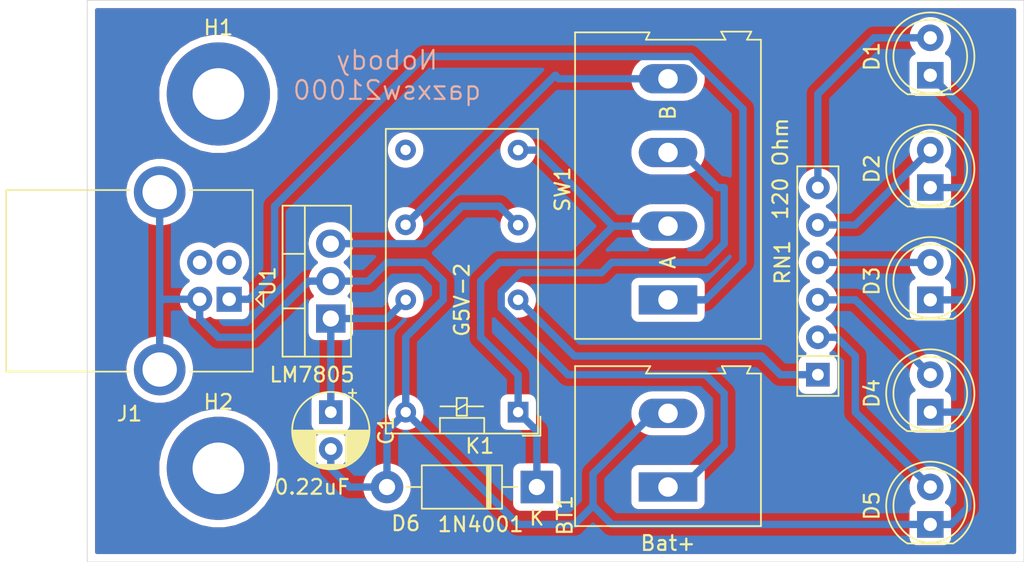
<source format=kicad_pcb>
(kicad_pcb (version 20171130) (host pcbnew "(5.1.0)-1")

  (general
    (thickness 1.6)
    (drawings 13)
    (tracks 101)
    (zones 0)
    (modules 15)
    (nets 19)
  )

  (page A4)
  (layers
    (0 F.Cu jumper)
    (31 B.Cu signal hide)
    (32 B.Adhes user hide)
    (33 F.Adhes user hide)
    (34 B.Paste user hide)
    (35 F.Paste user hide)
    (36 B.SilkS user)
    (37 F.SilkS user)
    (38 B.Mask user)
    (39 F.Mask user)
    (40 Dwgs.User user)
    (41 Cmts.User user)
    (42 Eco1.User user)
    (43 Eco2.User user hide)
    (44 Edge.Cuts user)
    (45 Margin user hide)
    (46 B.CrtYd user hide)
    (47 F.CrtYd user hide)
    (48 B.Fab user hide)
    (49 F.Fab user hide)
  )

  (setup
    (last_trace_width 0.5)
    (user_trace_width 0.3)
    (user_trace_width 0.5)
    (trace_clearance 0.2)
    (zone_clearance 0.508)
    (zone_45_only no)
    (trace_min 0.000201)
    (via_size 0.8)
    (via_drill 0.4)
    (via_min_size 0.000399)
    (via_min_drill 0.3)
    (uvia_size 0.3)
    (uvia_drill 0.1)
    (uvias_allowed no)
    (uvia_min_size 0.2)
    (uvia_min_drill 0.1)
    (edge_width 0.05)
    (segment_width 0.2)
    (pcb_text_width 0.3)
    (pcb_text_size 1.5 1.5)
    (mod_edge_width 0.12)
    (mod_text_size 1 1)
    (mod_text_width 0.15)
    (pad_size 1.524 1.524)
    (pad_drill 0.762)
    (pad_to_mask_clearance 0.051)
    (solder_mask_min_width 0.25)
    (aux_axis_origin 0 0)
    (visible_elements 7FFFFFFF)
    (pcbplotparams
      (layerselection 0x010f0_ffffffff)
      (usegerberextensions false)
      (usegerberattributes false)
      (usegerberadvancedattributes false)
      (creategerberjobfile false)
      (excludeedgelayer true)
      (linewidth 0.100000)
      (plotframeref false)
      (viasonmask false)
      (mode 1)
      (useauxorigin false)
      (hpglpennumber 1)
      (hpglpenspeed 20)
      (hpglpendiameter 15.000000)
      (psnegative false)
      (psa4output false)
      (plotreference true)
      (plotvalue true)
      (plotinvisibletext false)
      (padsonsilk false)
      (subtractmaskfromsilk false)
      (outputformat 1)
      (mirror false)
      (drillshape 0)
      (scaleselection 1)
      (outputdirectory "./"))
  )

  (net 0 "")
  (net 1 "Net-(C1-Pad1)")
  (net 2 -BATT)
  (net 3 "Net-(D2-Pad2)")
  (net 4 "Net-(J1-Pad2)")
  (net 5 "Net-(J1-Pad3)")
  (net 6 +BATT)
  (net 7 "Net-(H1-Pad1)")
  (net 8 "Net-(H2-Pad1)")
  (net 9 "Net-(J1-Pad1)")
  (net 10 "Net-(D1-Pad2)")
  (net 11 "Net-(D4-Pad2)")
  (net 12 "Net-(D5-Pad2)")
  (net 13 "Net-(K1-Pad9)")
  (net 14 "Net-(K1-Pad11)")
  (net 15 "Net-(K1-Pad4)")
  (net 16 "Net-(K1-Pad6)")
  (net 17 "Net-(D3-Pad2)")
  (net 18 "Net-(D6-Pad1)")

  (net_class Default "This is the default net class."
    (clearance 0.2)
    (trace_width 0.25)
    (via_dia 0.8)
    (via_drill 0.4)
    (uvia_dia 0.3)
    (uvia_drill 0.1)
    (add_net +BATT)
    (add_net -BATT)
    (add_net "Net-(C1-Pad1)")
    (add_net "Net-(D1-Pad2)")
    (add_net "Net-(D2-Pad2)")
    (add_net "Net-(D3-Pad2)")
    (add_net "Net-(D4-Pad2)")
    (add_net "Net-(D5-Pad2)")
    (add_net "Net-(D6-Pad1)")
    (add_net "Net-(H1-Pad1)")
    (add_net "Net-(H2-Pad1)")
    (add_net "Net-(J1-Pad1)")
    (add_net "Net-(J1-Pad2)")
    (add_net "Net-(J1-Pad3)")
    (add_net "Net-(K1-Pad11)")
    (add_net "Net-(K1-Pad4)")
    (add_net "Net-(K1-Pad6)")
    (add_net "Net-(K1-Pad9)")
  )

  (module TerminalBlock:TerminalBlock_Altech_AK300-2_P5.00mm (layer F.Cu) (tedit 59FF0306) (tstamp 5CB950F4)
    (at 229.87 144.78 90)
    (descr "Altech AK300 terminal block, pitch 5.0mm, 45 degree angled, see http://www.mouser.com/ds/2/16/PCBMETRC-24178.pdf")
    (tags "Altech AK300 terminal block pitch 5.0mm")
    (path /5CBD4513)
    (fp_text reference BT1 (at -1.92 -6.99 90) (layer F.SilkS)
      (effects (font (size 1 1) (thickness 0.15)))
    )
    (fp_text value Battery (at 2.78 7.75 90) (layer F.Fab)
      (effects (font (size 1 1) (thickness 0.15)))
    )
    (fp_text user %R (at 2.5 -2 90) (layer F.Fab)
      (effects (font (size 1 1) (thickness 0.15)))
    )
    (fp_line (start -2.65 -6.3) (end -2.65 6.3) (layer F.SilkS) (width 0.12))
    (fp_line (start -2.65 6.3) (end 7.7 6.3) (layer F.SilkS) (width 0.12))
    (fp_line (start 7.7 6.3) (end 7.7 5.35) (layer F.SilkS) (width 0.12))
    (fp_line (start 7.7 5.35) (end 8.2 5.6) (layer F.SilkS) (width 0.12))
    (fp_line (start 8.2 5.6) (end 8.2 3.7) (layer F.SilkS) (width 0.12))
    (fp_line (start 8.2 3.7) (end 8.2 3.65) (layer F.SilkS) (width 0.12))
    (fp_line (start 8.2 3.65) (end 7.7 3.9) (layer F.SilkS) (width 0.12))
    (fp_line (start 7.7 3.9) (end 7.7 -1.5) (layer F.SilkS) (width 0.12))
    (fp_line (start 7.7 -1.5) (end 8.2 -1.2) (layer F.SilkS) (width 0.12))
    (fp_line (start 8.2 -1.2) (end 8.2 -6.3) (layer F.SilkS) (width 0.12))
    (fp_line (start 8.2 -6.3) (end -2.65 -6.3) (layer F.SilkS) (width 0.12))
    (fp_line (start -1.26 2.54) (end 1.28 2.54) (layer F.Fab) (width 0.1))
    (fp_line (start 1.28 2.54) (end 1.28 -0.25) (layer F.Fab) (width 0.1))
    (fp_line (start -1.26 -0.25) (end 1.28 -0.25) (layer F.Fab) (width 0.1))
    (fp_line (start -1.26 2.54) (end -1.26 -0.25) (layer F.Fab) (width 0.1))
    (fp_line (start 3.74 2.54) (end 6.28 2.54) (layer F.Fab) (width 0.1))
    (fp_line (start 6.28 2.54) (end 6.28 -0.25) (layer F.Fab) (width 0.1))
    (fp_line (start 3.74 -0.25) (end 6.28 -0.25) (layer F.Fab) (width 0.1))
    (fp_line (start 3.74 2.54) (end 3.74 -0.25) (layer F.Fab) (width 0.1))
    (fp_line (start 7.61 -6.22) (end 7.61 -3.17) (layer F.Fab) (width 0.1))
    (fp_line (start 7.61 -6.22) (end -2.58 -6.22) (layer F.Fab) (width 0.1))
    (fp_line (start 7.61 -6.22) (end 8.11 -6.22) (layer F.Fab) (width 0.1))
    (fp_line (start 8.11 -6.22) (end 8.11 -1.4) (layer F.Fab) (width 0.1))
    (fp_line (start 8.11 -1.4) (end 7.61 -1.65) (layer F.Fab) (width 0.1))
    (fp_line (start 8.11 5.46) (end 7.61 5.21) (layer F.Fab) (width 0.1))
    (fp_line (start 7.61 5.21) (end 7.61 6.22) (layer F.Fab) (width 0.1))
    (fp_line (start 8.11 3.81) (end 7.61 4.06) (layer F.Fab) (width 0.1))
    (fp_line (start 7.61 4.06) (end 7.61 5.21) (layer F.Fab) (width 0.1))
    (fp_line (start 8.11 3.81) (end 8.11 5.46) (layer F.Fab) (width 0.1))
    (fp_line (start 2.98 6.22) (end 2.98 4.32) (layer F.Fab) (width 0.1))
    (fp_line (start 7.05 -0.25) (end 7.05 4.32) (layer F.Fab) (width 0.1))
    (fp_line (start 2.98 6.22) (end 7.05 6.22) (layer F.Fab) (width 0.1))
    (fp_line (start 7.05 6.22) (end 7.61 6.22) (layer F.Fab) (width 0.1))
    (fp_line (start 2.04 6.22) (end 2.04 4.32) (layer F.Fab) (width 0.1))
    (fp_line (start 2.04 6.22) (end 2.98 6.22) (layer F.Fab) (width 0.1))
    (fp_line (start -2.02 -0.25) (end -2.02 4.32) (layer F.Fab) (width 0.1))
    (fp_line (start -2.58 6.22) (end -2.02 6.22) (layer F.Fab) (width 0.1))
    (fp_line (start -2.02 6.22) (end 2.04 6.22) (layer F.Fab) (width 0.1))
    (fp_line (start 2.98 4.32) (end 7.05 4.32) (layer F.Fab) (width 0.1))
    (fp_line (start 2.98 4.32) (end 2.98 -0.25) (layer F.Fab) (width 0.1))
    (fp_line (start 7.05 4.32) (end 7.05 6.22) (layer F.Fab) (width 0.1))
    (fp_line (start 2.04 4.32) (end -2.02 4.32) (layer F.Fab) (width 0.1))
    (fp_line (start 2.04 4.32) (end 2.04 -0.25) (layer F.Fab) (width 0.1))
    (fp_line (start -2.02 4.32) (end -2.02 6.22) (layer F.Fab) (width 0.1))
    (fp_line (start 6.67 3.68) (end 6.67 0.51) (layer F.Fab) (width 0.1))
    (fp_line (start 6.67 3.68) (end 3.36 3.68) (layer F.Fab) (width 0.1))
    (fp_line (start 3.36 3.68) (end 3.36 0.51) (layer F.Fab) (width 0.1))
    (fp_line (start 1.66 3.68) (end 1.66 0.51) (layer F.Fab) (width 0.1))
    (fp_line (start 1.66 3.68) (end -1.64 3.68) (layer F.Fab) (width 0.1))
    (fp_line (start -1.64 3.68) (end -1.64 0.51) (layer F.Fab) (width 0.1))
    (fp_line (start -1.64 0.51) (end -1.26 0.51) (layer F.Fab) (width 0.1))
    (fp_line (start 1.66 0.51) (end 1.28 0.51) (layer F.Fab) (width 0.1))
    (fp_line (start 3.36 0.51) (end 3.74 0.51) (layer F.Fab) (width 0.1))
    (fp_line (start 6.67 0.51) (end 6.28 0.51) (layer F.Fab) (width 0.1))
    (fp_line (start -2.58 6.22) (end -2.58 -0.64) (layer F.Fab) (width 0.1))
    (fp_line (start -2.58 -0.64) (end -2.58 -3.17) (layer F.Fab) (width 0.1))
    (fp_line (start 7.61 -1.65) (end 7.61 -0.64) (layer F.Fab) (width 0.1))
    (fp_line (start 7.61 -0.64) (end 7.61 4.06) (layer F.Fab) (width 0.1))
    (fp_line (start -2.58 -3.17) (end 7.61 -3.17) (layer F.Fab) (width 0.1))
    (fp_line (start -2.58 -3.17) (end -2.58 -6.22) (layer F.Fab) (width 0.1))
    (fp_line (start 7.61 -3.17) (end 7.61 -1.65) (layer F.Fab) (width 0.1))
    (fp_line (start 2.98 -3.43) (end 2.98 -5.97) (layer F.Fab) (width 0.1))
    (fp_line (start 2.98 -5.97) (end 7.05 -5.97) (layer F.Fab) (width 0.1))
    (fp_line (start 7.05 -5.97) (end 7.05 -3.43) (layer F.Fab) (width 0.1))
    (fp_line (start 7.05 -3.43) (end 2.98 -3.43) (layer F.Fab) (width 0.1))
    (fp_line (start 2.04 -3.43) (end 2.04 -5.97) (layer F.Fab) (width 0.1))
    (fp_line (start 2.04 -3.43) (end -2.02 -3.43) (layer F.Fab) (width 0.1))
    (fp_line (start -2.02 -3.43) (end -2.02 -5.97) (layer F.Fab) (width 0.1))
    (fp_line (start 2.04 -5.97) (end -2.02 -5.97) (layer F.Fab) (width 0.1))
    (fp_line (start 3.39 -4.45) (end 6.44 -5.08) (layer F.Fab) (width 0.1))
    (fp_line (start 3.52 -4.32) (end 6.56 -4.95) (layer F.Fab) (width 0.1))
    (fp_line (start -1.62 -4.45) (end 1.44 -5.08) (layer F.Fab) (width 0.1))
    (fp_line (start -1.49 -4.32) (end 1.56 -4.95) (layer F.Fab) (width 0.1))
    (fp_line (start -2.02 -0.25) (end -1.64 -0.25) (layer F.Fab) (width 0.1))
    (fp_line (start 2.04 -0.25) (end 1.66 -0.25) (layer F.Fab) (width 0.1))
    (fp_line (start 1.66 -0.25) (end -1.64 -0.25) (layer F.Fab) (width 0.1))
    (fp_line (start -2.58 -0.64) (end -1.64 -0.64) (layer F.Fab) (width 0.1))
    (fp_line (start -1.64 -0.64) (end 1.66 -0.64) (layer F.Fab) (width 0.1))
    (fp_line (start 1.66 -0.64) (end 3.36 -0.64) (layer F.Fab) (width 0.1))
    (fp_line (start 7.61 -0.64) (end 6.67 -0.64) (layer F.Fab) (width 0.1))
    (fp_line (start 6.67 -0.64) (end 3.36 -0.64) (layer F.Fab) (width 0.1))
    (fp_line (start 7.05 -0.25) (end 6.67 -0.25) (layer F.Fab) (width 0.1))
    (fp_line (start 2.98 -0.25) (end 3.36 -0.25) (layer F.Fab) (width 0.1))
    (fp_line (start 3.36 -0.25) (end 6.67 -0.25) (layer F.Fab) (width 0.1))
    (fp_line (start -2.83 -6.47) (end 8.36 -6.47) (layer F.CrtYd) (width 0.05))
    (fp_line (start -2.83 -6.47) (end -2.83 6.47) (layer F.CrtYd) (width 0.05))
    (fp_line (start 8.36 6.47) (end 8.36 -6.47) (layer F.CrtYd) (width 0.05))
    (fp_line (start 8.36 6.47) (end -2.83 6.47) (layer F.CrtYd) (width 0.05))
    (fp_arc (start 6.03 -4.59) (end 6.54 -5.05) (angle 90.5) (layer F.Fab) (width 0.1))
    (fp_arc (start 5.07 -6.07) (end 6.53 -4.12) (angle 75.5) (layer F.Fab) (width 0.1))
    (fp_arc (start 4.99 -3.71) (end 3.39 -5) (angle 100) (layer F.Fab) (width 0.1))
    (fp_arc (start 3.87 -4.65) (end 3.58 -4.13) (angle 104.2) (layer F.Fab) (width 0.1))
    (fp_arc (start 1.03 -4.59) (end 1.53 -5.05) (angle 90.5) (layer F.Fab) (width 0.1))
    (fp_arc (start 0.06 -6.07) (end 1.53 -4.12) (angle 75.5) (layer F.Fab) (width 0.1))
    (fp_arc (start -0.01 -3.71) (end -1.62 -5) (angle 100) (layer F.Fab) (width 0.1))
    (fp_arc (start -1.13 -4.65) (end -1.42 -4.13) (angle 104.2) (layer F.Fab) (width 0.1))
    (pad 1 thru_hole rect (at 0 0 90) (size 1.98 3.96) (drill 1.32) (layers *.Cu *.Mask)
      (net 6 +BATT))
    (pad 2 thru_hole oval (at 5 0 90) (size 1.98 3.96) (drill 1.32) (layers *.Cu *.Mask)
      (net 2 -BATT))
    (model ${KISYS3DMOD}/TerminalBlock.3dshapes/TerminalBlock_Altech_AK300-2_P5.00mm.wrl
      (at (xyz 0 0 0))
      (scale (xyz 1 1 1))
      (rotate (xyz 0 0 0))
    )
  )

  (module Capacitor_THT:CP_Radial_D5.0mm_P2.50mm (layer F.Cu) (tedit 5AE50EF0) (tstamp 5CB94F88)
    (at 207.01 139.7 270)
    (descr "CP, Radial series, Radial, pin pitch=2.50mm, , diameter=5mm, Electrolytic Capacitor")
    (tags "CP Radial series Radial pin pitch 2.50mm  diameter 5mm Electrolytic Capacitor")
    (path /5CBAC8FB)
    (fp_text reference C1 (at 1.25 -3.75 270) (layer F.SilkS)
      (effects (font (size 1 1) (thickness 0.15)))
    )
    (fp_text value .22uF (at 1.25 3.75 270) (layer F.Fab)
      (effects (font (size 1 1) (thickness 0.15)))
    )
    (fp_circle (center 1.25 0) (end 3.75 0) (layer F.Fab) (width 0.1))
    (fp_circle (center 1.25 0) (end 3.87 0) (layer F.SilkS) (width 0.12))
    (fp_circle (center 1.25 0) (end 4 0) (layer F.CrtYd) (width 0.05))
    (fp_line (start -0.883605 -1.0875) (end -0.383605 -1.0875) (layer F.Fab) (width 0.1))
    (fp_line (start -0.633605 -1.3375) (end -0.633605 -0.8375) (layer F.Fab) (width 0.1))
    (fp_line (start 1.25 -2.58) (end 1.25 2.58) (layer F.SilkS) (width 0.12))
    (fp_line (start 1.29 -2.58) (end 1.29 2.58) (layer F.SilkS) (width 0.12))
    (fp_line (start 1.33 -2.579) (end 1.33 2.579) (layer F.SilkS) (width 0.12))
    (fp_line (start 1.37 -2.578) (end 1.37 2.578) (layer F.SilkS) (width 0.12))
    (fp_line (start 1.41 -2.576) (end 1.41 2.576) (layer F.SilkS) (width 0.12))
    (fp_line (start 1.45 -2.573) (end 1.45 2.573) (layer F.SilkS) (width 0.12))
    (fp_line (start 1.49 -2.569) (end 1.49 -1.04) (layer F.SilkS) (width 0.12))
    (fp_line (start 1.49 1.04) (end 1.49 2.569) (layer F.SilkS) (width 0.12))
    (fp_line (start 1.53 -2.565) (end 1.53 -1.04) (layer F.SilkS) (width 0.12))
    (fp_line (start 1.53 1.04) (end 1.53 2.565) (layer F.SilkS) (width 0.12))
    (fp_line (start 1.57 -2.561) (end 1.57 -1.04) (layer F.SilkS) (width 0.12))
    (fp_line (start 1.57 1.04) (end 1.57 2.561) (layer F.SilkS) (width 0.12))
    (fp_line (start 1.61 -2.556) (end 1.61 -1.04) (layer F.SilkS) (width 0.12))
    (fp_line (start 1.61 1.04) (end 1.61 2.556) (layer F.SilkS) (width 0.12))
    (fp_line (start 1.65 -2.55) (end 1.65 -1.04) (layer F.SilkS) (width 0.12))
    (fp_line (start 1.65 1.04) (end 1.65 2.55) (layer F.SilkS) (width 0.12))
    (fp_line (start 1.69 -2.543) (end 1.69 -1.04) (layer F.SilkS) (width 0.12))
    (fp_line (start 1.69 1.04) (end 1.69 2.543) (layer F.SilkS) (width 0.12))
    (fp_line (start 1.73 -2.536) (end 1.73 -1.04) (layer F.SilkS) (width 0.12))
    (fp_line (start 1.73 1.04) (end 1.73 2.536) (layer F.SilkS) (width 0.12))
    (fp_line (start 1.77 -2.528) (end 1.77 -1.04) (layer F.SilkS) (width 0.12))
    (fp_line (start 1.77 1.04) (end 1.77 2.528) (layer F.SilkS) (width 0.12))
    (fp_line (start 1.81 -2.52) (end 1.81 -1.04) (layer F.SilkS) (width 0.12))
    (fp_line (start 1.81 1.04) (end 1.81 2.52) (layer F.SilkS) (width 0.12))
    (fp_line (start 1.85 -2.511) (end 1.85 -1.04) (layer F.SilkS) (width 0.12))
    (fp_line (start 1.85 1.04) (end 1.85 2.511) (layer F.SilkS) (width 0.12))
    (fp_line (start 1.89 -2.501) (end 1.89 -1.04) (layer F.SilkS) (width 0.12))
    (fp_line (start 1.89 1.04) (end 1.89 2.501) (layer F.SilkS) (width 0.12))
    (fp_line (start 1.93 -2.491) (end 1.93 -1.04) (layer F.SilkS) (width 0.12))
    (fp_line (start 1.93 1.04) (end 1.93 2.491) (layer F.SilkS) (width 0.12))
    (fp_line (start 1.971 -2.48) (end 1.971 -1.04) (layer F.SilkS) (width 0.12))
    (fp_line (start 1.971 1.04) (end 1.971 2.48) (layer F.SilkS) (width 0.12))
    (fp_line (start 2.011 -2.468) (end 2.011 -1.04) (layer F.SilkS) (width 0.12))
    (fp_line (start 2.011 1.04) (end 2.011 2.468) (layer F.SilkS) (width 0.12))
    (fp_line (start 2.051 -2.455) (end 2.051 -1.04) (layer F.SilkS) (width 0.12))
    (fp_line (start 2.051 1.04) (end 2.051 2.455) (layer F.SilkS) (width 0.12))
    (fp_line (start 2.091 -2.442) (end 2.091 -1.04) (layer F.SilkS) (width 0.12))
    (fp_line (start 2.091 1.04) (end 2.091 2.442) (layer F.SilkS) (width 0.12))
    (fp_line (start 2.131 -2.428) (end 2.131 -1.04) (layer F.SilkS) (width 0.12))
    (fp_line (start 2.131 1.04) (end 2.131 2.428) (layer F.SilkS) (width 0.12))
    (fp_line (start 2.171 -2.414) (end 2.171 -1.04) (layer F.SilkS) (width 0.12))
    (fp_line (start 2.171 1.04) (end 2.171 2.414) (layer F.SilkS) (width 0.12))
    (fp_line (start 2.211 -2.398) (end 2.211 -1.04) (layer F.SilkS) (width 0.12))
    (fp_line (start 2.211 1.04) (end 2.211 2.398) (layer F.SilkS) (width 0.12))
    (fp_line (start 2.251 -2.382) (end 2.251 -1.04) (layer F.SilkS) (width 0.12))
    (fp_line (start 2.251 1.04) (end 2.251 2.382) (layer F.SilkS) (width 0.12))
    (fp_line (start 2.291 -2.365) (end 2.291 -1.04) (layer F.SilkS) (width 0.12))
    (fp_line (start 2.291 1.04) (end 2.291 2.365) (layer F.SilkS) (width 0.12))
    (fp_line (start 2.331 -2.348) (end 2.331 -1.04) (layer F.SilkS) (width 0.12))
    (fp_line (start 2.331 1.04) (end 2.331 2.348) (layer F.SilkS) (width 0.12))
    (fp_line (start 2.371 -2.329) (end 2.371 -1.04) (layer F.SilkS) (width 0.12))
    (fp_line (start 2.371 1.04) (end 2.371 2.329) (layer F.SilkS) (width 0.12))
    (fp_line (start 2.411 -2.31) (end 2.411 -1.04) (layer F.SilkS) (width 0.12))
    (fp_line (start 2.411 1.04) (end 2.411 2.31) (layer F.SilkS) (width 0.12))
    (fp_line (start 2.451 -2.29) (end 2.451 -1.04) (layer F.SilkS) (width 0.12))
    (fp_line (start 2.451 1.04) (end 2.451 2.29) (layer F.SilkS) (width 0.12))
    (fp_line (start 2.491 -2.268) (end 2.491 -1.04) (layer F.SilkS) (width 0.12))
    (fp_line (start 2.491 1.04) (end 2.491 2.268) (layer F.SilkS) (width 0.12))
    (fp_line (start 2.531 -2.247) (end 2.531 -1.04) (layer F.SilkS) (width 0.12))
    (fp_line (start 2.531 1.04) (end 2.531 2.247) (layer F.SilkS) (width 0.12))
    (fp_line (start 2.571 -2.224) (end 2.571 -1.04) (layer F.SilkS) (width 0.12))
    (fp_line (start 2.571 1.04) (end 2.571 2.224) (layer F.SilkS) (width 0.12))
    (fp_line (start 2.611 -2.2) (end 2.611 -1.04) (layer F.SilkS) (width 0.12))
    (fp_line (start 2.611 1.04) (end 2.611 2.2) (layer F.SilkS) (width 0.12))
    (fp_line (start 2.651 -2.175) (end 2.651 -1.04) (layer F.SilkS) (width 0.12))
    (fp_line (start 2.651 1.04) (end 2.651 2.175) (layer F.SilkS) (width 0.12))
    (fp_line (start 2.691 -2.149) (end 2.691 -1.04) (layer F.SilkS) (width 0.12))
    (fp_line (start 2.691 1.04) (end 2.691 2.149) (layer F.SilkS) (width 0.12))
    (fp_line (start 2.731 -2.122) (end 2.731 -1.04) (layer F.SilkS) (width 0.12))
    (fp_line (start 2.731 1.04) (end 2.731 2.122) (layer F.SilkS) (width 0.12))
    (fp_line (start 2.771 -2.095) (end 2.771 -1.04) (layer F.SilkS) (width 0.12))
    (fp_line (start 2.771 1.04) (end 2.771 2.095) (layer F.SilkS) (width 0.12))
    (fp_line (start 2.811 -2.065) (end 2.811 -1.04) (layer F.SilkS) (width 0.12))
    (fp_line (start 2.811 1.04) (end 2.811 2.065) (layer F.SilkS) (width 0.12))
    (fp_line (start 2.851 -2.035) (end 2.851 -1.04) (layer F.SilkS) (width 0.12))
    (fp_line (start 2.851 1.04) (end 2.851 2.035) (layer F.SilkS) (width 0.12))
    (fp_line (start 2.891 -2.004) (end 2.891 -1.04) (layer F.SilkS) (width 0.12))
    (fp_line (start 2.891 1.04) (end 2.891 2.004) (layer F.SilkS) (width 0.12))
    (fp_line (start 2.931 -1.971) (end 2.931 -1.04) (layer F.SilkS) (width 0.12))
    (fp_line (start 2.931 1.04) (end 2.931 1.971) (layer F.SilkS) (width 0.12))
    (fp_line (start 2.971 -1.937) (end 2.971 -1.04) (layer F.SilkS) (width 0.12))
    (fp_line (start 2.971 1.04) (end 2.971 1.937) (layer F.SilkS) (width 0.12))
    (fp_line (start 3.011 -1.901) (end 3.011 -1.04) (layer F.SilkS) (width 0.12))
    (fp_line (start 3.011 1.04) (end 3.011 1.901) (layer F.SilkS) (width 0.12))
    (fp_line (start 3.051 -1.864) (end 3.051 -1.04) (layer F.SilkS) (width 0.12))
    (fp_line (start 3.051 1.04) (end 3.051 1.864) (layer F.SilkS) (width 0.12))
    (fp_line (start 3.091 -1.826) (end 3.091 -1.04) (layer F.SilkS) (width 0.12))
    (fp_line (start 3.091 1.04) (end 3.091 1.826) (layer F.SilkS) (width 0.12))
    (fp_line (start 3.131 -1.785) (end 3.131 -1.04) (layer F.SilkS) (width 0.12))
    (fp_line (start 3.131 1.04) (end 3.131 1.785) (layer F.SilkS) (width 0.12))
    (fp_line (start 3.171 -1.743) (end 3.171 -1.04) (layer F.SilkS) (width 0.12))
    (fp_line (start 3.171 1.04) (end 3.171 1.743) (layer F.SilkS) (width 0.12))
    (fp_line (start 3.211 -1.699) (end 3.211 -1.04) (layer F.SilkS) (width 0.12))
    (fp_line (start 3.211 1.04) (end 3.211 1.699) (layer F.SilkS) (width 0.12))
    (fp_line (start 3.251 -1.653) (end 3.251 -1.04) (layer F.SilkS) (width 0.12))
    (fp_line (start 3.251 1.04) (end 3.251 1.653) (layer F.SilkS) (width 0.12))
    (fp_line (start 3.291 -1.605) (end 3.291 -1.04) (layer F.SilkS) (width 0.12))
    (fp_line (start 3.291 1.04) (end 3.291 1.605) (layer F.SilkS) (width 0.12))
    (fp_line (start 3.331 -1.554) (end 3.331 -1.04) (layer F.SilkS) (width 0.12))
    (fp_line (start 3.331 1.04) (end 3.331 1.554) (layer F.SilkS) (width 0.12))
    (fp_line (start 3.371 -1.5) (end 3.371 -1.04) (layer F.SilkS) (width 0.12))
    (fp_line (start 3.371 1.04) (end 3.371 1.5) (layer F.SilkS) (width 0.12))
    (fp_line (start 3.411 -1.443) (end 3.411 -1.04) (layer F.SilkS) (width 0.12))
    (fp_line (start 3.411 1.04) (end 3.411 1.443) (layer F.SilkS) (width 0.12))
    (fp_line (start 3.451 -1.383) (end 3.451 -1.04) (layer F.SilkS) (width 0.12))
    (fp_line (start 3.451 1.04) (end 3.451 1.383) (layer F.SilkS) (width 0.12))
    (fp_line (start 3.491 -1.319) (end 3.491 -1.04) (layer F.SilkS) (width 0.12))
    (fp_line (start 3.491 1.04) (end 3.491 1.319) (layer F.SilkS) (width 0.12))
    (fp_line (start 3.531 -1.251) (end 3.531 -1.04) (layer F.SilkS) (width 0.12))
    (fp_line (start 3.531 1.04) (end 3.531 1.251) (layer F.SilkS) (width 0.12))
    (fp_line (start 3.571 -1.178) (end 3.571 1.178) (layer F.SilkS) (width 0.12))
    (fp_line (start 3.611 -1.098) (end 3.611 1.098) (layer F.SilkS) (width 0.12))
    (fp_line (start 3.651 -1.011) (end 3.651 1.011) (layer F.SilkS) (width 0.12))
    (fp_line (start 3.691 -0.915) (end 3.691 0.915) (layer F.SilkS) (width 0.12))
    (fp_line (start 3.731 -0.805) (end 3.731 0.805) (layer F.SilkS) (width 0.12))
    (fp_line (start 3.771 -0.677) (end 3.771 0.677) (layer F.SilkS) (width 0.12))
    (fp_line (start 3.811 -0.518) (end 3.811 0.518) (layer F.SilkS) (width 0.12))
    (fp_line (start 3.851 -0.284) (end 3.851 0.284) (layer F.SilkS) (width 0.12))
    (fp_line (start -1.554775 -1.475) (end -1.054775 -1.475) (layer F.SilkS) (width 0.12))
    (fp_line (start -1.304775 -1.725) (end -1.304775 -1.225) (layer F.SilkS) (width 0.12))
    (fp_text user %R (at 1.25 0 270) (layer F.Fab)
      (effects (font (size 1 1) (thickness 0.15)))
    )
    (pad 1 thru_hole rect (at 0 0 270) (size 1.6 1.6) (drill 0.8) (layers *.Cu *.Mask)
      (net 1 "Net-(C1-Pad1)"))
    (pad 2 thru_hole circle (at 2.5 0 270) (size 1.6 1.6) (drill 0.8) (layers *.Cu *.Mask)
      (net 2 -BATT))
    (model ${KISYS3DMOD}/Capacitor_THT.3dshapes/CP_Radial_D5.0mm_P2.50mm.wrl
      (at (xyz 0 0 0))
      (scale (xyz 1 1 1))
      (rotate (xyz 0 0 0))
    )
  )

  (module LED_THT:LED_D5.0mm (layer F.Cu) (tedit 5995936A) (tstamp 5CB94C11)
    (at 247.65 116.84 90)
    (descr "LED, diameter 5.0mm, 2 pins, http://cdn-reichelt.de/documents/datenblatt/A500/LL-504BC2E-009.pdf")
    (tags "LED diameter 5.0mm 2 pins")
    (path /5CB85937)
    (fp_text reference D1 (at 1.27 -3.96 90) (layer F.SilkS)
      (effects (font (size 1 1) (thickness 0.15)))
    )
    (fp_text value LED (at 1.27 3.96 90) (layer F.Fab)
      (effects (font (size 1 1) (thickness 0.15)))
    )
    (fp_arc (start 1.27 0) (end -1.23 -1.469694) (angle 299.1) (layer F.Fab) (width 0.1))
    (fp_arc (start 1.27 0) (end -1.29 -1.54483) (angle 148.9) (layer F.SilkS) (width 0.12))
    (fp_arc (start 1.27 0) (end -1.29 1.54483) (angle -148.9) (layer F.SilkS) (width 0.12))
    (fp_circle (center 1.27 0) (end 3.77 0) (layer F.Fab) (width 0.1))
    (fp_circle (center 1.27 0) (end 3.77 0) (layer F.SilkS) (width 0.12))
    (fp_line (start -1.23 -1.469694) (end -1.23 1.469694) (layer F.Fab) (width 0.1))
    (fp_line (start -1.29 -1.545) (end -1.29 1.545) (layer F.SilkS) (width 0.12))
    (fp_line (start -1.95 -3.25) (end -1.95 3.25) (layer F.CrtYd) (width 0.05))
    (fp_line (start -1.95 3.25) (end 4.5 3.25) (layer F.CrtYd) (width 0.05))
    (fp_line (start 4.5 3.25) (end 4.5 -3.25) (layer F.CrtYd) (width 0.05))
    (fp_line (start 4.5 -3.25) (end -1.95 -3.25) (layer F.CrtYd) (width 0.05))
    (fp_text user %R (at 1.25 0 90) (layer F.Fab)
      (effects (font (size 0.8 0.8) (thickness 0.2)))
    )
    (pad 1 thru_hole rect (at 0 0 90) (size 1.8 1.8) (drill 0.9) (layers *.Cu *.Mask)
      (net 2 -BATT))
    (pad 2 thru_hole circle (at 2.54 0 90) (size 1.8 1.8) (drill 0.9) (layers *.Cu *.Mask)
      (net 10 "Net-(D1-Pad2)"))
    (model ${KISYS3DMOD}/LED_THT.3dshapes/LED_D5.0mm.wrl
      (at (xyz 0 0 0))
      (scale (xyz 1 1 1))
      (rotate (xyz 0 0 0))
    )
  )

  (module LED_THT:LED_D5.0mm (layer F.Cu) (tedit 5995936A) (tstamp 5CB955BB)
    (at 247.65 124.46 90)
    (descr "LED, diameter 5.0mm, 2 pins, http://cdn-reichelt.de/documents/datenblatt/A500/LL-504BC2E-009.pdf")
    (tags "LED diameter 5.0mm 2 pins")
    (path /5CB855D8)
    (fp_text reference D2 (at 1.27 -3.96 90) (layer F.SilkS)
      (effects (font (size 1 1) (thickness 0.15)))
    )
    (fp_text value LED (at 1.27 3.96 90) (layer F.Fab)
      (effects (font (size 1 1) (thickness 0.15)))
    )
    (fp_text user %R (at 1.25 0 90) (layer F.Fab)
      (effects (font (size 0.8 0.8) (thickness 0.2)))
    )
    (fp_line (start 4.5 -3.25) (end -1.95 -3.25) (layer F.CrtYd) (width 0.05))
    (fp_line (start 4.5 3.25) (end 4.5 -3.25) (layer F.CrtYd) (width 0.05))
    (fp_line (start -1.95 3.25) (end 4.5 3.25) (layer F.CrtYd) (width 0.05))
    (fp_line (start -1.95 -3.25) (end -1.95 3.25) (layer F.CrtYd) (width 0.05))
    (fp_line (start -1.29 -1.545) (end -1.29 1.545) (layer F.SilkS) (width 0.12))
    (fp_line (start -1.23 -1.469694) (end -1.23 1.469694) (layer F.Fab) (width 0.1))
    (fp_circle (center 1.27 0) (end 3.77 0) (layer F.SilkS) (width 0.12))
    (fp_circle (center 1.27 0) (end 3.77 0) (layer F.Fab) (width 0.1))
    (fp_arc (start 1.27 0) (end -1.29 1.54483) (angle -148.9) (layer F.SilkS) (width 0.12))
    (fp_arc (start 1.27 0) (end -1.29 -1.54483) (angle 148.9) (layer F.SilkS) (width 0.12))
    (fp_arc (start 1.27 0) (end -1.23 -1.469694) (angle 299.1) (layer F.Fab) (width 0.1))
    (pad 2 thru_hole circle (at 2.54 0 90) (size 1.8 1.8) (drill 0.9) (layers *.Cu *.Mask)
      (net 3 "Net-(D2-Pad2)"))
    (pad 1 thru_hole rect (at 0 0 90) (size 1.8 1.8) (drill 0.9) (layers *.Cu *.Mask)
      (net 2 -BATT))
    (model ${KISYS3DMOD}/LED_THT.3dshapes/LED_D5.0mm.wrl
      (at (xyz 0 0 0))
      (scale (xyz 1 1 1))
      (rotate (xyz 0 0 0))
    )
  )

  (module Diode_THT:D_DO-41_SOD81_P10.16mm_Horizontal (layer F.Cu) (tedit 5AE50CD5) (tstamp 5CB95BA1)
    (at 220.98 144.78 180)
    (descr "Diode, DO-41_SOD81 series, Axial, Horizontal, pin pitch=10.16mm, , length*diameter=5.2*2.7mm^2, , http://www.diodes.com/_files/packages/DO-41%20(Plastic).pdf")
    (tags "Diode DO-41_SOD81 series Axial Horizontal pin pitch 10.16mm  length 5.2mm diameter 2.7mm")
    (path /5CB7FCD3)
    (fp_text reference D6 (at 8.89 -2.47 180) (layer F.SilkS)
      (effects (font (size 1 1) (thickness 0.15)))
    )
    (fp_text value 1N4001 (at 5.08 2.47 180) (layer F.Fab)
      (effects (font (size 1 1) (thickness 0.15)))
    )
    (fp_text user K (at 0 -2.1 180) (layer F.SilkS)
      (effects (font (size 1 1) (thickness 0.15)))
    )
    (fp_text user K (at 0 -2.1 180) (layer F.Fab)
      (effects (font (size 1 1) (thickness 0.15)))
    )
    (fp_text user %R (at 5.47 0 180) (layer F.Fab)
      (effects (font (size 1 1) (thickness 0.15)))
    )
    (fp_line (start 11.51 -1.6) (end -1.35 -1.6) (layer F.CrtYd) (width 0.05))
    (fp_line (start 11.51 1.6) (end 11.51 -1.6) (layer F.CrtYd) (width 0.05))
    (fp_line (start -1.35 1.6) (end 11.51 1.6) (layer F.CrtYd) (width 0.05))
    (fp_line (start -1.35 -1.6) (end -1.35 1.6) (layer F.CrtYd) (width 0.05))
    (fp_line (start 3.14 -1.47) (end 3.14 1.47) (layer F.SilkS) (width 0.12))
    (fp_line (start 3.38 -1.47) (end 3.38 1.47) (layer F.SilkS) (width 0.12))
    (fp_line (start 3.26 -1.47) (end 3.26 1.47) (layer F.SilkS) (width 0.12))
    (fp_line (start 8.82 0) (end 7.8 0) (layer F.SilkS) (width 0.12))
    (fp_line (start 1.34 0) (end 2.36 0) (layer F.SilkS) (width 0.12))
    (fp_line (start 7.8 -1.47) (end 2.36 -1.47) (layer F.SilkS) (width 0.12))
    (fp_line (start 7.8 1.47) (end 7.8 -1.47) (layer F.SilkS) (width 0.12))
    (fp_line (start 2.36 1.47) (end 7.8 1.47) (layer F.SilkS) (width 0.12))
    (fp_line (start 2.36 -1.47) (end 2.36 1.47) (layer F.SilkS) (width 0.12))
    (fp_line (start 3.16 -1.35) (end 3.16 1.35) (layer F.Fab) (width 0.1))
    (fp_line (start 3.36 -1.35) (end 3.36 1.35) (layer F.Fab) (width 0.1))
    (fp_line (start 3.26 -1.35) (end 3.26 1.35) (layer F.Fab) (width 0.1))
    (fp_line (start 10.16 0) (end 7.68 0) (layer F.Fab) (width 0.1))
    (fp_line (start 0 0) (end 2.48 0) (layer F.Fab) (width 0.1))
    (fp_line (start 7.68 -1.35) (end 2.48 -1.35) (layer F.Fab) (width 0.1))
    (fp_line (start 7.68 1.35) (end 7.68 -1.35) (layer F.Fab) (width 0.1))
    (fp_line (start 2.48 1.35) (end 7.68 1.35) (layer F.Fab) (width 0.1))
    (fp_line (start 2.48 -1.35) (end 2.48 1.35) (layer F.Fab) (width 0.1))
    (pad 2 thru_hole oval (at 10.16 0 180) (size 2.2 2.2) (drill 1.1) (layers *.Cu *.Mask)
      (net 2 -BATT))
    (pad 1 thru_hole rect (at 0 0 180) (size 2.2 2.2) (drill 1.1) (layers *.Cu *.Mask)
      (net 18 "Net-(D6-Pad1)"))
    (model ${KISYS3DMOD}/Diode_THT.3dshapes/D_DO-41_SOD81_P10.16mm_Horizontal.wrl
      (at (xyz 0 0 0))
      (scale (xyz 1 1 1))
      (rotate (xyz 0 0 0))
    )
  )

  (module LED_THT:LED_D5.0mm (layer F.Cu) (tedit 5995936A) (tstamp 5CB9552E)
    (at 247.65 132.08 90)
    (descr "LED, diameter 5.0mm, 2 pins, http://cdn-reichelt.de/documents/datenblatt/A500/LL-504BC2E-009.pdf")
    (tags "LED diameter 5.0mm 2 pins")
    (path /5CB852F1)
    (fp_text reference D3 (at 1.27 -3.96 90) (layer F.SilkS)
      (effects (font (size 1 1) (thickness 0.15)))
    )
    (fp_text value LED (at 1.27 3.96 90) (layer F.Fab)
      (effects (font (size 1 1) (thickness 0.15)))
    )
    (fp_text user %R (at 1.25 0 90) (layer F.Fab)
      (effects (font (size 0.8 0.8) (thickness 0.2)))
    )
    (fp_line (start 4.5 -3.25) (end -1.95 -3.25) (layer F.CrtYd) (width 0.05))
    (fp_line (start 4.5 3.25) (end 4.5 -3.25) (layer F.CrtYd) (width 0.05))
    (fp_line (start -1.95 3.25) (end 4.5 3.25) (layer F.CrtYd) (width 0.05))
    (fp_line (start -1.95 -3.25) (end -1.95 3.25) (layer F.CrtYd) (width 0.05))
    (fp_line (start -1.29 -1.545) (end -1.29 1.545) (layer F.SilkS) (width 0.12))
    (fp_line (start -1.23 -1.469694) (end -1.23 1.469694) (layer F.Fab) (width 0.1))
    (fp_circle (center 1.27 0) (end 3.77 0) (layer F.SilkS) (width 0.12))
    (fp_circle (center 1.27 0) (end 3.77 0) (layer F.Fab) (width 0.1))
    (fp_arc (start 1.27 0) (end -1.29 1.54483) (angle -148.9) (layer F.SilkS) (width 0.12))
    (fp_arc (start 1.27 0) (end -1.29 -1.54483) (angle 148.9) (layer F.SilkS) (width 0.12))
    (fp_arc (start 1.27 0) (end -1.23 -1.469694) (angle 299.1) (layer F.Fab) (width 0.1))
    (pad 2 thru_hole circle (at 2.54 0 90) (size 1.8 1.8) (drill 0.9) (layers *.Cu *.Mask)
      (net 17 "Net-(D3-Pad2)"))
    (pad 1 thru_hole rect (at 0 0 90) (size 1.8 1.8) (drill 0.9) (layers *.Cu *.Mask)
      (net 2 -BATT))
    (model ${KISYS3DMOD}/LED_THT.3dshapes/LED_D5.0mm.wrl
      (at (xyz 0 0 0))
      (scale (xyz 1 1 1))
      (rotate (xyz 0 0 0))
    )
  )

  (module LED_THT:LED_D5.0mm (layer F.Cu) (tedit 5995936A) (tstamp 5CB954FB)
    (at 247.65 139.7 90)
    (descr "LED, diameter 5.0mm, 2 pins, http://cdn-reichelt.de/documents/datenblatt/A500/LL-504BC2E-009.pdf")
    (tags "LED diameter 5.0mm 2 pins")
    (path /5CB83D0F)
    (fp_text reference D4 (at 1.27 -3.96 90) (layer F.SilkS)
      (effects (font (size 1 1) (thickness 0.15)))
    )
    (fp_text value LED (at 1.27 3.96 90) (layer F.Fab)
      (effects (font (size 1 1) (thickness 0.15)))
    )
    (fp_text user %R (at 1.25 0 90) (layer F.Fab)
      (effects (font (size 0.8 0.8) (thickness 0.2)))
    )
    (fp_line (start 4.5 -3.25) (end -1.95 -3.25) (layer F.CrtYd) (width 0.05))
    (fp_line (start 4.5 3.25) (end 4.5 -3.25) (layer F.CrtYd) (width 0.05))
    (fp_line (start -1.95 3.25) (end 4.5 3.25) (layer F.CrtYd) (width 0.05))
    (fp_line (start -1.95 -3.25) (end -1.95 3.25) (layer F.CrtYd) (width 0.05))
    (fp_line (start -1.29 -1.545) (end -1.29 1.545) (layer F.SilkS) (width 0.12))
    (fp_line (start -1.23 -1.469694) (end -1.23 1.469694) (layer F.Fab) (width 0.1))
    (fp_circle (center 1.27 0) (end 3.77 0) (layer F.SilkS) (width 0.12))
    (fp_circle (center 1.27 0) (end 3.77 0) (layer F.Fab) (width 0.1))
    (fp_arc (start 1.27 0) (end -1.29 1.54483) (angle -148.9) (layer F.SilkS) (width 0.12))
    (fp_arc (start 1.27 0) (end -1.29 -1.54483) (angle 148.9) (layer F.SilkS) (width 0.12))
    (fp_arc (start 1.27 0) (end -1.23 -1.469694) (angle 299.1) (layer F.Fab) (width 0.1))
    (pad 2 thru_hole circle (at 2.54 0 90) (size 1.8 1.8) (drill 0.9) (layers *.Cu *.Mask)
      (net 11 "Net-(D4-Pad2)"))
    (pad 1 thru_hole rect (at 0 0 90) (size 1.8 1.8) (drill 0.9) (layers *.Cu *.Mask)
      (net 2 -BATT))
    (model ${KISYS3DMOD}/LED_THT.3dshapes/LED_D5.0mm.wrl
      (at (xyz 0 0 0))
      (scale (xyz 1 1 1))
      (rotate (xyz 0 0 0))
    )
  )

  (module LED_THT:LED_D5.0mm (layer F.Cu) (tedit 5995936A) (tstamp 5CB954C8)
    (at 247.65 147.32 90)
    (descr "LED, diameter 5.0mm, 2 pins, http://cdn-reichelt.de/documents/datenblatt/A500/LL-504BC2E-009.pdf")
    (tags "LED diameter 5.0mm 2 pins")
    (path /5CB84AE9)
    (fp_text reference D5 (at 1.27 -3.96 90) (layer F.SilkS)
      (effects (font (size 1 1) (thickness 0.15)))
    )
    (fp_text value LED (at 1.27 3.96 90) (layer F.Fab)
      (effects (font (size 1 1) (thickness 0.15)))
    )
    (fp_arc (start 1.27 0) (end -1.23 -1.469694) (angle 299.1) (layer F.Fab) (width 0.1))
    (fp_arc (start 1.27 0) (end -1.29 -1.54483) (angle 148.9) (layer F.SilkS) (width 0.12))
    (fp_arc (start 1.27 0) (end -1.29 1.54483) (angle -148.9) (layer F.SilkS) (width 0.12))
    (fp_circle (center 1.27 0) (end 3.77 0) (layer F.Fab) (width 0.1))
    (fp_circle (center 1.27 0) (end 3.77 0) (layer F.SilkS) (width 0.12))
    (fp_line (start -1.23 -1.469694) (end -1.23 1.469694) (layer F.Fab) (width 0.1))
    (fp_line (start -1.29 -1.545) (end -1.29 1.545) (layer F.SilkS) (width 0.12))
    (fp_line (start -1.95 -3.25) (end -1.95 3.25) (layer F.CrtYd) (width 0.05))
    (fp_line (start -1.95 3.25) (end 4.5 3.25) (layer F.CrtYd) (width 0.05))
    (fp_line (start 4.5 3.25) (end 4.5 -3.25) (layer F.CrtYd) (width 0.05))
    (fp_line (start 4.5 -3.25) (end -1.95 -3.25) (layer F.CrtYd) (width 0.05))
    (fp_text user %R (at 1.25 0 90) (layer F.Fab)
      (effects (font (size 0.8 0.8) (thickness 0.2)))
    )
    (pad 1 thru_hole rect (at 0 0 90) (size 1.8 1.8) (drill 0.9) (layers *.Cu *.Mask)
      (net 2 -BATT))
    (pad 2 thru_hole circle (at 2.54 0 90) (size 1.8 1.8) (drill 0.9) (layers *.Cu *.Mask)
      (net 12 "Net-(D5-Pad2)"))
    (model ${KISYS3DMOD}/LED_THT.3dshapes/LED_D5.0mm.wrl
      (at (xyz 0 0 0))
      (scale (xyz 1 1 1))
      (rotate (xyz 0 0 0))
    )
  )

  (module MountingHole:MountingHole_3.5mm_Pad (layer F.Cu) (tedit 56D1B4CB) (tstamp 5CB954A9)
    (at 199.39 118.11)
    (descr "Mounting Hole 3.5mm")
    (tags "mounting hole 3.5mm")
    (path /5CBC993C)
    (attr virtual)
    (fp_text reference H1 (at 0 -4.5) (layer F.SilkS)
      (effects (font (size 1 1) (thickness 0.15)))
    )
    (fp_text value MountingHole_Pad (at 0 4.5) (layer F.Fab)
      (effects (font (size 1 1) (thickness 0.15)))
    )
    (fp_text user %R (at 0.3 0) (layer F.Fab)
      (effects (font (size 1 1) (thickness 0.15)))
    )
    (fp_circle (center 0 0) (end 3.5 0) (layer Cmts.User) (width 0.15))
    (fp_circle (center 0 0) (end 3.75 0) (layer F.CrtYd) (width 0.05))
    (pad 1 thru_hole circle (at 0 0) (size 7 7) (drill 3.5) (layers *.Cu *.Mask)
      (net 7 "Net-(H1-Pad1)"))
  )

  (module MountingHole:MountingHole_3.5mm_Pad (layer F.Cu) (tedit 56D1B4CB) (tstamp 5CB95494)
    (at 199.39 143.51)
    (descr "Mounting Hole 3.5mm")
    (tags "mounting hole 3.5mm")
    (path /5CBC9F9E)
    (attr virtual)
    (fp_text reference H2 (at 0 -4.5) (layer F.SilkS)
      (effects (font (size 1 1) (thickness 0.15)))
    )
    (fp_text value MountingHole_Pad (at 0 4.5) (layer F.Fab)
      (effects (font (size 1 1) (thickness 0.15)))
    )
    (fp_circle (center 0 0) (end 3.75 0) (layer F.CrtYd) (width 0.05))
    (fp_circle (center 0 0) (end 3.5 0) (layer Cmts.User) (width 0.15))
    (fp_text user %R (at 0.3 0) (layer F.Fab)
      (effects (font (size 1 1) (thickness 0.15)))
    )
    (pad 1 thru_hole circle (at 0 0) (size 7 7) (drill 3.5) (layers *.Cu *.Mask)
      (net 8 "Net-(H2-Pad1)"))
  )

  (module Connector_USB:USB_B_OST_USB-B1HSxx_Horizontal (layer F.Cu) (tedit 5AFE01FF) (tstamp 5CB94A78)
    (at 200.12 132.04 180)
    (descr "USB B receptacle, Horizontal, through-hole, http://www.on-shore.com/wp-content/uploads/2015/09/usb-b1hsxx.pdf")
    (tags "USB-B receptacle horizontal through-hole")
    (path /5CBB4B15)
    (fp_text reference J1 (at 6.76 -7.77 180) (layer F.SilkS)
      (effects (font (size 1 1) (thickness 0.15)))
    )
    (fp_text value USB_B (at 6.76 10.27 180) (layer F.Fab)
      (effects (font (size 1 1) (thickness 0.15)))
    )
    (fp_line (start -0.49 -4.8) (end 15.01 -4.8) (layer F.Fab) (width 0.1))
    (fp_line (start 15.01 -4.8) (end 15.01 7.3) (layer F.Fab) (width 0.1))
    (fp_line (start 15.01 7.3) (end -1.49 7.3) (layer F.Fab) (width 0.1))
    (fp_line (start -1.49 7.3) (end -1.49 -3.8) (layer F.Fab) (width 0.1))
    (fp_line (start -1.49 -3.8) (end -0.49 -4.8) (layer F.Fab) (width 0.1))
    (fp_line (start 2.66 -4.91) (end -1.6 -4.91) (layer F.SilkS) (width 0.12))
    (fp_line (start -1.6 -4.91) (end -1.6 7.41) (layer F.SilkS) (width 0.12))
    (fp_line (start -1.6 7.41) (end 2.66 7.41) (layer F.SilkS) (width 0.12))
    (fp_line (start 6.76 -4.91) (end 15.12 -4.91) (layer F.SilkS) (width 0.12))
    (fp_line (start 15.12 -4.91) (end 15.12 7.41) (layer F.SilkS) (width 0.12))
    (fp_line (start 15.12 7.41) (end 6.76 7.41) (layer F.SilkS) (width 0.12))
    (fp_line (start -1.82 0) (end -2.32 -0.5) (layer F.SilkS) (width 0.12))
    (fp_line (start -2.32 -0.5) (end -2.32 0.5) (layer F.SilkS) (width 0.12))
    (fp_line (start -2.32 0.5) (end -1.82 0) (layer F.SilkS) (width 0.12))
    (fp_line (start -1.99 -7.02) (end -1.99 9.52) (layer F.CrtYd) (width 0.05))
    (fp_line (start -1.99 9.52) (end 15.51 9.52) (layer F.CrtYd) (width 0.05))
    (fp_line (start 15.51 9.52) (end 15.51 -7.02) (layer F.CrtYd) (width 0.05))
    (fp_line (start 15.51 -7.02) (end -1.99 -7.02) (layer F.CrtYd) (width 0.05))
    (fp_text user %R (at 6.76 1.25 180) (layer F.Fab)
      (effects (font (size 1 1) (thickness 0.15)))
    )
    (pad 1 thru_hole rect (at 0 0 180) (size 1.7 1.7) (drill 0.92) (layers *.Cu *.Mask)
      (net 9 "Net-(J1-Pad1)"))
    (pad 2 thru_hole circle (at 0 2.5 180) (size 1.7 1.7) (drill 0.92) (layers *.Cu *.Mask)
      (net 4 "Net-(J1-Pad2)"))
    (pad 3 thru_hole circle (at 2 2.5 180) (size 1.7 1.7) (drill 0.92) (layers *.Cu *.Mask)
      (net 5 "Net-(J1-Pad3)"))
    (pad 4 thru_hole circle (at 2 0 180) (size 1.7 1.7) (drill 0.92) (layers *.Cu *.Mask)
      (net 2 -BATT))
    (pad 5 thru_hole circle (at 4.71 -4.77 180) (size 3.5 3.5) (drill 2.33) (layers *.Cu *.Mask)
      (net 2 -BATT))
    (pad 5 thru_hole circle (at 4.71 7.27 180) (size 3.5 3.5) (drill 2.33) (layers *.Cu *.Mask)
      (net 2 -BATT))
    (model ${KISYS3DMOD}/Connector_USB.3dshapes/USB_B_OST_USB-B1HSxx_Horizontal.wrl
      (at (xyz 0 0 0))
      (scale (xyz 1 1 1))
      (rotate (xyz 0 0 0))
    )
  )

  (module Relay_THT:Relay_DPDT_Omron_G5V-2 (layer F.Cu) (tedit 59D689A9) (tstamp 5CB95443)
    (at 219.71 139.7 180)
    (descr http://omronfs.omron.com/en_US/ecb/products/pdf/en-g5v2.pdf)
    (tags "Omron G5V-2 Relay DPDT")
    (path /5CB9E662)
    (fp_text reference K1 (at 2.6 -2.3 180) (layer F.SilkS)
      (effects (font (size 1 1) (thickness 0.15)))
    )
    (fp_text value G5V-2 (at -2.41 9.01 270) (layer F.Fab)
      (effects (font (size 1 1) (thickness 0.15)))
    )
    (fp_line (start -1.45 -1.55) (end -1.45 19.33) (layer F.CrtYd) (width 0.05))
    (fp_line (start 4.17 -0.24) (end 3.47 -0.24) (layer F.SilkS) (width 0.12))
    (fp_line (start 4.17 0.96) (end 4.17 -0.24) (layer F.SilkS) (width 0.12))
    (fp_line (start 3.47 0.96) (end 4.17 0.96) (layer F.SilkS) (width 0.12))
    (fp_line (start 3.47 -0.24) (end 3.47 0.96) (layer F.SilkS) (width 0.12))
    (fp_line (start 3.47 0.56) (end 4.17 0.16) (layer F.SilkS) (width 0.12))
    (fp_line (start 4.17 0.39) (end 5.27 0.39) (layer F.SilkS) (width 0.12))
    (fp_line (start 3.47 0.39) (end 2.37 0.39) (layer F.SilkS) (width 0.12))
    (fp_text user %R (at 3.94 9.16 180) (layer F.Fab)
      (effects (font (size 1 1) (thickness 0.15)))
    )
    (fp_line (start 9.07 -1.55) (end 9.07 19.33) (layer F.CrtYd) (width 0.05))
    (fp_line (start -1.45 -1.55) (end 9.07 -1.55) (layer F.CrtYd) (width 0.05))
    (fp_line (start 9.07 19.33) (end -1.45 19.33) (layer F.CrtYd) (width 0.05))
    (fp_line (start 5.3 -0.39) (end 5.3 -1.45) (layer F.SilkS) (width 0.12))
    (fp_line (start 2.3 -0.39) (end 5.3 -0.39) (layer F.SilkS) (width 0.12))
    (fp_line (start 2.3 -1.45) (end 2.3 -0.41) (layer F.SilkS) (width 0.12))
    (fp_line (start 8.97 -1.45) (end -1.35 -1.45) (layer F.SilkS) (width 0.12))
    (fp_line (start 8.97 19.22) (end 8.97 -1.45) (layer F.SilkS) (width 0.12))
    (fp_line (start -1.35 19.22) (end 8.97 19.22) (layer F.SilkS) (width 0.12))
    (fp_line (start -1.35 -1.45) (end -1.35 19.22) (layer F.SilkS) (width 0.12))
    (fp_line (start 8.83 19.07) (end 8.83 -1.31) (layer F.Fab) (width 0.12))
    (fp_line (start -1.21 19.07) (end 8.83 19.07) (layer F.Fab) (width 0.12))
    (fp_line (start -1.21 -0.3) (end -1.21 19.58) (layer F.Fab) (width 0.12))
    (fp_line (start 8.83 -1.31) (end -0.3 -1.31) (layer F.Fab) (width 0.12))
    (fp_line (start -1.21 -0.3) (end -0.3 -1.31) (layer F.Fab) (width 0.12))
    (fp_line (start -1.51 -0.3) (end -1.51 -1.6) (layer F.SilkS) (width 0.12))
    (fp_line (start -1.51 -1.6) (end -0.3 -1.6) (layer F.SilkS) (width 0.12))
    (pad 13 thru_hole circle (at 7.62 7.62 180) (size 1.4 1.4) (drill 0.7) (layers *.Cu *.Mask)
      (net 1 "Net-(C1-Pad1)"))
    (pad 9 thru_hole circle (at 7.63 17.79 180) (size 1.4 1.4) (drill 0.7) (layers *.Cu *.Mask)
      (net 13 "Net-(K1-Pad9)"))
    (pad 11 thru_hole circle (at 7.63 12.71 180) (size 1.4 1.4) (drill 0.7) (layers *.Cu *.Mask)
      (net 14 "Net-(K1-Pad11)"))
    (pad 4 thru_hole circle (at 0 7.62 180) (size 1.4 1.4) (drill 0.7) (layers *.Cu *.Mask)
      (net 15 "Net-(K1-Pad4)"))
    (pad 8 thru_hole circle (at 0 17.78 180) (size 1.4 1.4) (drill 0.7) (layers *.Cu *.Mask)
      (net 18 "Net-(D6-Pad1)"))
    (pad 6 thru_hole circle (at 0 12.69 180) (size 1.4 1.4) (drill 0.7) (layers *.Cu *.Mask)
      (net 16 "Net-(K1-Pad6)"))
    (pad 16 thru_hole circle (at 7.62 0 180) (size 1.4 1.4) (drill 0.7) (layers *.Cu *.Mask)
      (net 2 -BATT))
    (pad 1 thru_hole rect (at 0 0 180) (size 1.4 1.4) (drill 0.7) (layers *.Cu *.Mask)
      (net 18 "Net-(D6-Pad1)"))
    (model ${KISYS3DMOD}/Relay_THT.3dshapes/Relay_DPDT_Omron_G5V-2.wrl
      (at (xyz 0 0 0))
      (scale (xyz 1 1 1))
      (rotate (xyz 0 0 0))
    )
  )

  (module Resistor_THT:R_Array_SIP6 (layer F.Cu) (tedit 5A14249F) (tstamp 5CB953EE)
    (at 240.03 137.16 90)
    (descr "6-pin Resistor SIP pack")
    (tags R)
    (path /5CB97A9E)
    (fp_text reference RN1 (at 7.62 -2.4 90) (layer F.SilkS)
      (effects (font (size 1 1) (thickness 0.15)))
    )
    (fp_text value 120 (at 7.62 2.4 90) (layer F.Fab)
      (effects (font (size 1 1) (thickness 0.15)))
    )
    (fp_line (start 14.4 -1.65) (end -1.7 -1.65) (layer F.CrtYd) (width 0.05))
    (fp_line (start 14.4 1.65) (end 14.4 -1.65) (layer F.CrtYd) (width 0.05))
    (fp_line (start -1.7 1.65) (end 14.4 1.65) (layer F.CrtYd) (width 0.05))
    (fp_line (start -1.7 -1.65) (end -1.7 1.65) (layer F.CrtYd) (width 0.05))
    (fp_line (start 1.27 -1.4) (end 1.27 1.4) (layer F.SilkS) (width 0.12))
    (fp_line (start 14.14 -1.4) (end -1.44 -1.4) (layer F.SilkS) (width 0.12))
    (fp_line (start 14.14 1.4) (end 14.14 -1.4) (layer F.SilkS) (width 0.12))
    (fp_line (start -1.44 1.4) (end 14.14 1.4) (layer F.SilkS) (width 0.12))
    (fp_line (start -1.44 -1.4) (end -1.44 1.4) (layer F.SilkS) (width 0.12))
    (fp_line (start 1.27 -1.25) (end 1.27 1.25) (layer F.Fab) (width 0.1))
    (fp_line (start 13.99 -1.25) (end -1.29 -1.25) (layer F.Fab) (width 0.1))
    (fp_line (start 13.99 1.25) (end 13.99 -1.25) (layer F.Fab) (width 0.1))
    (fp_line (start -1.29 1.25) (end 13.99 1.25) (layer F.Fab) (width 0.1))
    (fp_line (start -1.29 -1.25) (end -1.29 1.25) (layer F.Fab) (width 0.1))
    (fp_text user %R (at 6.35 0 90) (layer F.Fab)
      (effects (font (size 1 1) (thickness 0.15)))
    )
    (pad 6 thru_hole oval (at 12.7 0 90) (size 1.6 1.6) (drill 0.8) (layers *.Cu *.Mask)
      (net 10 "Net-(D1-Pad2)"))
    (pad 5 thru_hole oval (at 10.16 0 90) (size 1.6 1.6) (drill 0.8) (layers *.Cu *.Mask)
      (net 3 "Net-(D2-Pad2)"))
    (pad 4 thru_hole oval (at 7.62 0 90) (size 1.6 1.6) (drill 0.8) (layers *.Cu *.Mask)
      (net 17 "Net-(D3-Pad2)"))
    (pad 3 thru_hole oval (at 5.08 0 90) (size 1.6 1.6) (drill 0.8) (layers *.Cu *.Mask)
      (net 11 "Net-(D4-Pad2)"))
    (pad 2 thru_hole oval (at 2.54 0 90) (size 1.6 1.6) (drill 0.8) (layers *.Cu *.Mask)
      (net 12 "Net-(D5-Pad2)"))
    (pad 1 thru_hole rect (at 0 0 90) (size 1.6 1.6) (drill 0.8) (layers *.Cu *.Mask)
      (net 15 "Net-(K1-Pad4)"))
    (model ${KISYS3DMOD}/Resistor_THT.3dshapes/R_Array_SIP6.wrl
      (at (xyz 0 0 0))
      (scale (xyz 1 1 1))
      (rotate (xyz 0 0 0))
    )
  )

  (module TerminalBlock:TerminalBlock_Altech_AK300-4_P5.00mm (layer F.Cu) (tedit 59FF0306) (tstamp 5CB952A4)
    (at 229.87 132.08 90)
    (descr "Altech AK300 terminal block, pitch 5.0mm, 45 degree angled, see http://www.mouser.com/ds/2/16/PCBMETRC-24178.pdf")
    (tags "Altech AK300 terminal block pitch 5.0mm")
    (path /5CB85EE5)
    (fp_text reference SW1 (at 7.5 -7.15 90) (layer F.SilkS)
      (effects (font (size 1 1) (thickness 0.15)))
    )
    (fp_text value SW_DPST (at 7.45 7.45 90) (layer F.Fab)
      (effects (font (size 1 1) (thickness 0.15)))
    )
    (fp_arc (start -1.16 -4.65) (end -1.44 -4.13) (angle 104.2) (layer F.Fab) (width 0.1))
    (fp_arc (start -0.04 -3.71) (end -1.64 -5) (angle 100) (layer F.Fab) (width 0.1))
    (fp_arc (start 0.04 -6.07) (end 1.5 -4.12) (angle 75.5) (layer F.Fab) (width 0.1))
    (fp_arc (start 1 -4.59) (end 1.51 -5.05) (angle 90.5) (layer F.Fab) (width 0.1))
    (fp_arc (start 3.85 -4.65) (end 3.56 -4.13) (angle 104.2) (layer F.Fab) (width 0.1))
    (fp_arc (start 4.96 -3.71) (end 3.36 -5) (angle 100) (layer F.Fab) (width 0.1))
    (fp_arc (start 5.04 -6.07) (end 6.5 -4.12) (angle 75.5) (layer F.Fab) (width 0.1))
    (fp_arc (start 6.01 -4.59) (end 6.51 -5.05) (angle 90.5) (layer F.Fab) (width 0.1))
    (fp_arc (start 16.02 -4.59) (end 16.52 -5.05) (angle 90.5) (layer F.Fab) (width 0.1))
    (fp_arc (start 15.05 -6.07) (end 16.51 -4.12) (angle 75.5) (layer F.Fab) (width 0.1))
    (fp_arc (start 14.97 -3.71) (end 13.37 -5) (angle 100) (layer F.Fab) (width 0.1))
    (fp_arc (start 13.86 -4.65) (end 13.57 -4.13) (angle 104.2) (layer F.Fab) (width 0.1))
    (fp_arc (start 8.83 -4.65) (end 8.54 -4.13) (angle 104.2) (layer F.Fab) (width 0.1))
    (fp_arc (start 9.94 -3.71) (end 8.34 -5) (angle 100) (layer F.Fab) (width 0.1))
    (fp_arc (start 10.02 -6.07) (end 11.48 -4.12) (angle 75.5) (layer F.Fab) (width 0.1))
    (fp_arc (start 10.99 -4.59) (end 11.49 -5.05) (angle 90.5) (layer F.Fab) (width 0.1))
    (fp_line (start 18.35 6.47) (end -2.83 6.47) (layer F.CrtYd) (width 0.05))
    (fp_line (start 18.35 6.47) (end 18.35 -6.47) (layer F.CrtYd) (width 0.05))
    (fp_line (start -2.83 -6.47) (end -2.83 6.47) (layer F.CrtYd) (width 0.05))
    (fp_line (start -2.83 -6.47) (end 18.35 -6.47) (layer F.CrtYd) (width 0.05))
    (fp_line (start 3.34 -0.25) (end 6.64 -0.25) (layer F.Fab) (width 0.1))
    (fp_line (start 2.96 -0.25) (end 3.34 -0.25) (layer F.Fab) (width 0.1))
    (fp_line (start 7.02 -0.25) (end 6.64 -0.25) (layer F.Fab) (width 0.1))
    (fp_line (start 1.64 -0.25) (end -1.67 -0.25) (layer F.Fab) (width 0.1))
    (fp_line (start 2.02 -0.25) (end 1.64 -0.25) (layer F.Fab) (width 0.1))
    (fp_line (start -2.05 -0.25) (end -1.67 -0.25) (layer F.Fab) (width 0.1))
    (fp_line (start -1.51 -4.32) (end 1.53 -4.95) (layer F.Fab) (width 0.1))
    (fp_line (start -1.64 -4.45) (end 1.41 -5.08) (layer F.Fab) (width 0.1))
    (fp_line (start 3.49 -4.32) (end 6.54 -4.95) (layer F.Fab) (width 0.1))
    (fp_line (start 3.36 -4.45) (end 6.41 -5.08) (layer F.Fab) (width 0.1))
    (fp_line (start 2.02 -5.97) (end -2.05 -5.97) (layer F.Fab) (width 0.1))
    (fp_line (start -2.05 -3.43) (end -2.05 -5.97) (layer F.Fab) (width 0.1))
    (fp_line (start 2.02 -3.43) (end -2.05 -3.43) (layer F.Fab) (width 0.1))
    (fp_line (start 2.02 -3.43) (end 2.02 -5.97) (layer F.Fab) (width 0.1))
    (fp_line (start 7.02 -3.43) (end 2.96 -3.43) (layer F.Fab) (width 0.1))
    (fp_line (start 7.02 -5.97) (end 7.02 -3.43) (layer F.Fab) (width 0.1))
    (fp_line (start 2.96 -5.97) (end 7.02 -5.97) (layer F.Fab) (width 0.1))
    (fp_line (start 2.96 -3.43) (end 2.96 -5.97) (layer F.Fab) (width 0.1))
    (fp_line (start -2.58 -3.17) (end -2.58 -6.22) (layer F.Fab) (width 0.1))
    (fp_line (start -2.58 -0.64) (end -2.58 -3.17) (layer F.Fab) (width 0.1))
    (fp_line (start -2.58 6.22) (end -2.58 -0.64) (layer F.Fab) (width 0.1))
    (fp_line (start 6.64 0.51) (end 6.26 0.51) (layer F.Fab) (width 0.1))
    (fp_line (start 3.34 0.51) (end 3.72 0.51) (layer F.Fab) (width 0.1))
    (fp_line (start 1.64 0.51) (end 1.26 0.51) (layer F.Fab) (width 0.1))
    (fp_line (start -1.67 0.51) (end -1.28 0.51) (layer F.Fab) (width 0.1))
    (fp_line (start -1.67 3.68) (end -1.67 0.51) (layer F.Fab) (width 0.1))
    (fp_line (start 1.64 3.68) (end -1.67 3.68) (layer F.Fab) (width 0.1))
    (fp_line (start 1.64 3.68) (end 1.64 0.51) (layer F.Fab) (width 0.1))
    (fp_line (start 3.34 3.68) (end 3.34 0.51) (layer F.Fab) (width 0.1))
    (fp_line (start 6.64 3.68) (end 3.34 3.68) (layer F.Fab) (width 0.1))
    (fp_line (start 6.64 3.68) (end 6.64 0.51) (layer F.Fab) (width 0.1))
    (fp_line (start -2.05 4.32) (end -2.05 6.22) (layer F.Fab) (width 0.1))
    (fp_line (start 2.02 4.32) (end 2.02 -0.25) (layer F.Fab) (width 0.1))
    (fp_line (start 2.02 4.32) (end -2.05 4.32) (layer F.Fab) (width 0.1))
    (fp_line (start 7.02 4.32) (end 7.02 6.22) (layer F.Fab) (width 0.1))
    (fp_line (start 2.96 4.32) (end 2.96 -0.25) (layer F.Fab) (width 0.1))
    (fp_line (start 2.96 4.32) (end 7.02 4.32) (layer F.Fab) (width 0.1))
    (fp_line (start -2.05 6.22) (end 2.02 6.22) (layer F.Fab) (width 0.1))
    (fp_line (start -2.58 6.22) (end -2.05 6.22) (layer F.Fab) (width 0.1))
    (fp_line (start -2.05 -0.25) (end -2.05 4.32) (layer F.Fab) (width 0.1))
    (fp_line (start 2.02 6.22) (end 2.96 6.22) (layer F.Fab) (width 0.1))
    (fp_line (start 2.02 6.22) (end 2.02 4.32) (layer F.Fab) (width 0.1))
    (fp_line (start 2.96 6.22) (end 7.02 6.22) (layer F.Fab) (width 0.1))
    (fp_line (start 7.02 -0.25) (end 7.02 4.32) (layer F.Fab) (width 0.1))
    (fp_line (start 2.96 6.22) (end 2.96 4.32) (layer F.Fab) (width 0.1))
    (fp_line (start 12.95 4.06) (end 12.95 5.21) (layer F.Fab) (width 0.1))
    (fp_line (start 12.95 5.21) (end 12.95 6.22) (layer F.Fab) (width 0.1))
    (fp_line (start 3.72 2.54) (end 3.72 -0.25) (layer F.Fab) (width 0.1))
    (fp_line (start 3.72 -0.25) (end 6.26 -0.25) (layer F.Fab) (width 0.1))
    (fp_line (start 6.26 2.54) (end 6.26 -0.25) (layer F.Fab) (width 0.1))
    (fp_line (start 3.72 2.54) (end 6.26 2.54) (layer F.Fab) (width 0.1))
    (fp_line (start -1.28 2.54) (end -1.28 -0.25) (layer F.Fab) (width 0.1))
    (fp_line (start -1.28 -0.25) (end 1.26 -0.25) (layer F.Fab) (width 0.1))
    (fp_line (start 1.26 2.54) (end 1.26 -0.25) (layer F.Fab) (width 0.1))
    (fp_line (start -1.28 2.54) (end 1.26 2.54) (layer F.Fab) (width 0.1))
    (fp_line (start 13.73 2.54) (end 16.27 2.54) (layer F.Fab) (width 0.1))
    (fp_line (start 16.27 2.54) (end 16.27 -0.25) (layer F.Fab) (width 0.1))
    (fp_line (start 13.73 -0.25) (end 16.27 -0.25) (layer F.Fab) (width 0.1))
    (fp_line (start 13.73 2.54) (end 13.73 -0.25) (layer F.Fab) (width 0.1))
    (fp_line (start 17.59 -6.22) (end 17.59 -3.17) (layer F.Fab) (width 0.1))
    (fp_line (start 17.59 -6.22) (end 18.1 -6.22) (layer F.Fab) (width 0.1))
    (fp_line (start 18.1 -6.22) (end 18.1 -1.4) (layer F.Fab) (width 0.1))
    (fp_line (start 18.1 -1.4) (end 17.59 -1.65) (layer F.Fab) (width 0.1))
    (fp_line (start 18.1 5.46) (end 17.59 5.21) (layer F.Fab) (width 0.1))
    (fp_line (start 17.59 5.21) (end 17.59 6.22) (layer F.Fab) (width 0.1))
    (fp_line (start 18.1 3.81) (end 17.59 4.06) (layer F.Fab) (width 0.1))
    (fp_line (start 17.59 4.06) (end 17.59 5.21) (layer F.Fab) (width 0.1))
    (fp_line (start 18.1 3.81) (end 18.1 5.46) (layer F.Fab) (width 0.1))
    (fp_line (start 12.97 6.22) (end 12.97 4.32) (layer F.Fab) (width 0.1))
    (fp_line (start 17.03 -0.25) (end 17.03 4.32) (layer F.Fab) (width 0.1))
    (fp_line (start 17.03 6.22) (end 17.59 6.22) (layer F.Fab) (width 0.1))
    (fp_line (start 12.97 4.32) (end 17.03 4.32) (layer F.Fab) (width 0.1))
    (fp_line (start 17.03 4.32) (end 17.03 6.22) (layer F.Fab) (width 0.1))
    (fp_line (start 16.65 3.68) (end 16.65 0.51) (layer F.Fab) (width 0.1))
    (fp_line (start 16.65 3.68) (end 13.35 3.68) (layer F.Fab) (width 0.1))
    (fp_line (start 13.35 3.68) (end 13.35 0.51) (layer F.Fab) (width 0.1))
    (fp_line (start 13.35 0.51) (end 13.73 0.51) (layer F.Fab) (width 0.1))
    (fp_line (start 16.65 0.51) (end 16.27 0.51) (layer F.Fab) (width 0.1))
    (fp_line (start 17.59 -1.65) (end 17.59 -0.64) (layer F.Fab) (width 0.1))
    (fp_line (start 17.59 -0.64) (end 17.59 4.06) (layer F.Fab) (width 0.1))
    (fp_line (start 17.59 -3.17) (end 17.59 -1.65) (layer F.Fab) (width 0.1))
    (fp_line (start 12.97 -3.43) (end 12.97 -5.97) (layer F.Fab) (width 0.1))
    (fp_line (start 12.97 -5.97) (end 17.03 -5.97) (layer F.Fab) (width 0.1))
    (fp_line (start 17.03 -5.97) (end 17.03 -3.43) (layer F.Fab) (width 0.1))
    (fp_line (start 17.03 -3.43) (end 12.97 -3.43) (layer F.Fab) (width 0.1))
    (fp_line (start 13.37 -4.45) (end 16.42 -5.08) (layer F.Fab) (width 0.1))
    (fp_line (start 13.5 -4.32) (end 16.55 -4.95) (layer F.Fab) (width 0.1))
    (fp_line (start 17.03 -0.25) (end 16.65 -0.25) (layer F.Fab) (width 0.1))
    (fp_line (start 12.97 -0.25) (end 13.35 -0.25) (layer F.Fab) (width 0.1))
    (fp_line (start 13.35 -0.25) (end 16.65 -0.25) (layer F.Fab) (width 0.1))
    (fp_line (start 12.95 4) (end 12.95 -0.25) (layer F.Fab) (width 0.1))
    (fp_line (start 12.66 -0.64) (end -2.52 -0.64) (layer F.Fab) (width 0.1))
    (fp_line (start 17.74 -6.22) (end -2.58 -6.22) (layer F.Fab) (width 0.1))
    (fp_line (start 17.59 -3.05) (end -2.58 -3.05) (layer F.Fab) (width 0.1))
    (fp_line (start 13.17 6.22) (end 7.07 6.22) (layer F.Fab) (width 0.1))
    (fp_line (start 16.95 6.22) (end 13.02 6.22) (layer F.Fab) (width 0.1))
    (fp_line (start 7.99 -0.25) (end 12.05 -0.25) (layer F.Fab) (width 0.1))
    (fp_line (start 7.99 6.22) (end 7.99 -0.25) (layer F.Fab) (width 0.1))
    (fp_line (start 12.51 -0.64) (end 17.59 -0.64) (layer F.Fab) (width 0.1))
    (fp_line (start 11.67 0.51) (end 11.29 0.51) (layer F.Fab) (width 0.1))
    (fp_line (start 11.67 3.68) (end 11.67 0.51) (layer F.Fab) (width 0.1))
    (fp_line (start 8.37 3.68) (end 11.67 3.68) (layer F.Fab) (width 0.1))
    (fp_line (start 8.37 0.51) (end 8.37 3.68) (layer F.Fab) (width 0.1))
    (fp_line (start 8.37 0.51) (end 8.75 0.51) (layer F.Fab) (width 0.1))
    (fp_line (start 12.05 6.22) (end 12.05 -0.25) (layer F.Fab) (width 0.1))
    (fp_line (start 7.99 4.32) (end 12.05 4.32) (layer F.Fab) (width 0.1))
    (fp_line (start 8.47 -4.32) (end 11.52 -4.95) (layer F.Fab) (width 0.1))
    (fp_line (start 8.34 -4.45) (end 11.39 -5.08) (layer F.Fab) (width 0.1))
    (fp_line (start 12 -3.43) (end 7.94 -3.43) (layer F.Fab) (width 0.1))
    (fp_line (start 12 -5.97) (end 12 -3.43) (layer F.Fab) (width 0.1))
    (fp_line (start 7.94 -5.97) (end 12 -5.97) (layer F.Fab) (width 0.1))
    (fp_line (start 7.94 -3.43) (end 7.94 -5.97) (layer F.Fab) (width 0.1))
    (fp_line (start 11.29 2.54) (end 11.29 -0.25) (layer F.Fab) (width 0.1))
    (fp_line (start 8.75 2.54) (end 11.29 2.54) (layer F.Fab) (width 0.1))
    (fp_line (start 8.75 -0.25) (end 8.75 2.54) (layer F.Fab) (width 0.1))
    (fp_line (start -2.65 6.3) (end -2.65 -6.3) (layer F.SilkS) (width 0.12))
    (fp_line (start 17.65 6.3) (end -2.65 6.3) (layer F.SilkS) (width 0.12))
    (fp_line (start 17.65 5.35) (end 17.65 6.3) (layer F.SilkS) (width 0.12))
    (fp_line (start 18.2 5.65) (end 17.65 5.35) (layer F.SilkS) (width 0.12))
    (fp_line (start 18.2 3.6) (end 18.2 5.65) (layer F.SilkS) (width 0.12))
    (fp_line (start 17.65 3.9) (end 18.2 3.6) (layer F.SilkS) (width 0.12))
    (fp_line (start 17.65 -1.5) (end 17.65 3.9) (layer F.SilkS) (width 0.12))
    (fp_line (start 18.15 -1.25) (end 17.65 -1.5) (layer F.SilkS) (width 0.12))
    (fp_line (start 18.15 -6.3) (end 18.15 -1.25) (layer F.SilkS) (width 0.12))
    (fp_line (start -2.65 -6.3) (end 18.15 -6.3) (layer F.SilkS) (width 0.12))
    (fp_text user %R (at 7.5 -2 90) (layer F.Fab)
      (effects (font (size 1 1) (thickness 0.15)))
    )
    (pad 3 thru_hole oval (at 10 0 90) (size 1.98 3.96) (drill 1.32) (layers *.Cu *.Mask)
      (net 6 +BATT))
    (pad 4 thru_hole oval (at 15 0 90) (size 1.98 3.96) (drill 1.32) (layers *.Cu *.Mask)
      (net 14 "Net-(K1-Pad11)"))
    (pad 2 thru_hole oval (at 5 0 90) (size 1.98 3.96) (drill 1.32) (layers *.Cu *.Mask)
      (net 18 "Net-(D6-Pad1)"))
    (pad 1 thru_hole rect (at 0 0 90) (size 1.98 3.96) (drill 1.32) (layers *.Cu *.Mask)
      (net 9 "Net-(J1-Pad1)"))
    (model ${KISYS3DMOD}/TerminalBlock.3dshapes/TerminalBlock_Altech_AK300-4_P5.00mm.wrl
      (at (xyz 0 0 0))
      (scale (xyz 1 1 1))
      (rotate (xyz 0 0 0))
    )
  )

  (module Package_TO_SOT_THT:TO-220-3_Vertical (layer F.Cu) (tedit 5AC8BA0D) (tstamp 5CB951D9)
    (at 207.01 133.35 90)
    (descr "TO-220-3, Vertical, RM 2.54mm, see https://www.vishay.com/docs/66542/to-220-1.pdf")
    (tags "TO-220-3 Vertical RM 2.54mm")
    (path /5CBA786E)
    (fp_text reference U1 (at 2.54 -4.27 90) (layer F.SilkS)
      (effects (font (size 1 1) (thickness 0.15)))
    )
    (fp_text value LM7805_TO220 (at 2.54 2.5 90) (layer F.Fab)
      (effects (font (size 1 1) (thickness 0.15)))
    )
    (fp_line (start -2.46 -3.15) (end -2.46 1.25) (layer F.Fab) (width 0.1))
    (fp_line (start -2.46 1.25) (end 7.54 1.25) (layer F.Fab) (width 0.1))
    (fp_line (start 7.54 1.25) (end 7.54 -3.15) (layer F.Fab) (width 0.1))
    (fp_line (start 7.54 -3.15) (end -2.46 -3.15) (layer F.Fab) (width 0.1))
    (fp_line (start -2.46 -1.88) (end 7.54 -1.88) (layer F.Fab) (width 0.1))
    (fp_line (start 0.69 -3.15) (end 0.69 -1.88) (layer F.Fab) (width 0.1))
    (fp_line (start 4.39 -3.15) (end 4.39 -1.88) (layer F.Fab) (width 0.1))
    (fp_line (start -2.58 -3.27) (end 7.66 -3.27) (layer F.SilkS) (width 0.12))
    (fp_line (start -2.58 1.371) (end 7.66 1.371) (layer F.SilkS) (width 0.12))
    (fp_line (start -2.58 -3.27) (end -2.58 1.371) (layer F.SilkS) (width 0.12))
    (fp_line (start 7.66 -3.27) (end 7.66 1.371) (layer F.SilkS) (width 0.12))
    (fp_line (start -2.58 -1.76) (end 7.66 -1.76) (layer F.SilkS) (width 0.12))
    (fp_line (start 0.69 -3.27) (end 0.69 -1.76) (layer F.SilkS) (width 0.12))
    (fp_line (start 4.391 -3.27) (end 4.391 -1.76) (layer F.SilkS) (width 0.12))
    (fp_line (start -2.71 -3.4) (end -2.71 1.51) (layer F.CrtYd) (width 0.05))
    (fp_line (start -2.71 1.51) (end 7.79 1.51) (layer F.CrtYd) (width 0.05))
    (fp_line (start 7.79 1.51) (end 7.79 -3.4) (layer F.CrtYd) (width 0.05))
    (fp_line (start 7.79 -3.4) (end -2.71 -3.4) (layer F.CrtYd) (width 0.05))
    (fp_text user %R (at 2.54 -4.27 90) (layer F.Fab)
      (effects (font (size 1 1) (thickness 0.15)))
    )
    (pad 1 thru_hole rect (at 0 0 90) (size 1.905 2) (drill 1.1) (layers *.Cu *.Mask)
      (net 1 "Net-(C1-Pad1)"))
    (pad 2 thru_hole oval (at 2.54 0 90) (size 1.905 2) (drill 1.1) (layers *.Cu *.Mask)
      (net 2 -BATT))
    (pad 3 thru_hole oval (at 5.08 0 90) (size 1.905 2) (drill 1.1) (layers *.Cu *.Mask)
      (net 16 "Net-(K1-Pad6)"))
    (model ${KISYS3DMOD}/Package_TO_SOT_THT.3dshapes/TO-220-3_Vertical.wrl
      (at (xyz 0 0 0))
      (scale (xyz 1 1 1))
      (rotate (xyz 0 0 0))
    )
  )

  (gr_text B (at 229.87 119.38 90) (layer F.SilkS)
    (effects (font (size 1 1) (thickness 0.15)))
  )
  (gr_text A (at 229.87 129.54 90) (layer F.SilkS)
    (effects (font (size 1 1) (thickness 0.15)))
  )
  (gr_text G5V-2 (at 215.9 132.08 90) (layer F.SilkS)
    (effects (font (size 1 1) (thickness 0.15)))
  )
  (gr_text 0.22uF (at 205.74 144.78) (layer F.SilkS)
    (effects (font (size 1 1) (thickness 0.15)))
  )
  (gr_text LM7805 (at 205.74 137.16) (layer F.SilkS)
    (effects (font (size 1 1) (thickness 0.15)))
  )
  (gr_text 1N4001 (at 217.17 147.32) (layer F.SilkS)
    (effects (font (size 1 1) (thickness 0.15)))
  )
  (gr_text "120 Ohm" (at 237.49 123.19 90) (layer F.SilkS)
    (effects (font (size 1 1) (thickness 0.15)))
  )
  (gr_text "Nobody\nqazxsw21000" (at 210.82 116.84) (layer B.SilkS)
    (effects (font (size 1.27 1.27) (thickness 0.15)) (justify mirror))
  )
  (gr_text Bat+ (at 229.87 148.59) (layer F.SilkS)
    (effects (font (size 1 1) (thickness 0.15)))
  )
  (gr_line (start 190.5 149.86) (end 190.5 111.76) (layer Edge.Cuts) (width 0.05) (tstamp 5CB958EA))
  (gr_line (start 254 149.86) (end 190.5 149.86) (layer Edge.Cuts) (width 0.05))
  (gr_line (start 254 111.76) (end 254 149.86) (layer Edge.Cuts) (width 0.05))
  (gr_line (start 190.5 111.76) (end 254 111.76) (layer Edge.Cuts) (width 0.05))

  (segment (start 207.01 139.7) (end 207.01 133.35) (width 0.5) (layer B.Cu) (net 1) (tstamp 5CB955DE) (status 30))
  (segment (start 210.82 133.35) (end 212.09 132.08) (width 0.5) (layer B.Cu) (net 1) (tstamp 5CB9562C) (status 20))
  (segment (start 207.01 133.35) (end 210.82 133.35) (width 0.5) (layer B.Cu) (net 1) (tstamp 5CB95611) (status 10))
  (segment (start 195.62 132.04) (end 195.41 132.25) (width 0.5) (layer B.Cu) (net 2) (tstamp 5CB955E7))
  (segment (start 198.12 132.04) (end 195.62 132.04) (width 0.5) (layer B.Cu) (net 2) (tstamp 5CB955F3) (status 10))
  (segment (start 195.41 124.77) (end 195.41 132.25) (width 0.5) (layer B.Cu) (net 2) (tstamp 5CB955F0) (status 10))
  (segment (start 195.41 132.25) (end 195.41 136.81) (width 0.5) (layer B.Cu) (net 2) (tstamp 5CB955ED) (status 20))
  (segment (start 210.82 140.97) (end 212.09 139.7) (width 0.5) (layer B.Cu) (net 2) (tstamp 5CB95602) (status 20))
  (segment (start 210.82 144.78) (end 210.82 140.97) (width 0.5) (layer B.Cu) (net 2) (tstamp 5CB9560B) (status 10))
  (segment (start 207.01 142.2) (end 207.01 143.51) (width 0.5) (layer B.Cu) (net 2) (tstamp 5CB95617) (status 10))
  (segment (start 207.01 143.51) (end 208.28 144.78) (width 0.5) (layer B.Cu) (net 2) (tstamp 5CB9561A))
  (segment (start 208.28 144.78) (end 210.82 144.78) (width 0.5) (layer B.Cu) (net 2) (tstamp 5CB95620) (status 20))
  (segment (start 228.88 139.78) (end 229.87 139.78) (width 0.5) (layer B.Cu) (net 2) (tstamp 5CB95632) (status 30))
  (segment (start 224.79 143.87) (end 228.88 139.78) (width 0.5) (layer B.Cu) (net 2) (tstamp 5CB9563E) (status 20))
  (segment (start 224.79 146.05) (end 224.79 143.87) (width 0.5) (layer B.Cu) (net 2) (tstamp 5CB9562F))
  (segment (start 223.52 147.32) (end 224.79 146.05) (width 0.5) (layer B.Cu) (net 2) (tstamp 5CB95635))
  (segment (start 219.71 147.32) (end 223.52 147.32) (width 0.5) (layer B.Cu) (net 2) (tstamp 5CB9563B))
  (segment (start 212.09 139.7) (end 219.71 147.32) (width 0.5) (layer B.Cu) (net 2) (tstamp 5CB95638) (status 10))
  (segment (start 212.09 139.7) (end 212.09 134.62) (width 0.5) (layer B.Cu) (net 2) (status 10))
  (segment (start 212.09 134.62) (end 214.63 132.08) (width 0.5) (layer B.Cu) (net 2))
  (segment (start 214.63 132.08) (end 214.63 130.81) (width 0.5) (layer B.Cu) (net 2))
  (segment (start 214.63 130.81) (end 213.36 129.54) (width 0.5) (layer B.Cu) (net 2))
  (segment (start 213.36 129.54) (end 210.82 129.54) (width 0.5) (layer B.Cu) (net 2))
  (segment (start 210.82 129.54) (end 209.55 130.81) (width 0.5) (layer B.Cu) (net 2))
  (segment (start 209.55 130.81) (end 207.01 130.81) (width 0.5) (layer B.Cu) (net 2) (status 20))
  (segment (start 250.19 119.38) (end 247.65 116.84) (width 0.5) (layer B.Cu) (net 2) (status 20))
  (segment (start 247.65 147.32) (end 249.05 147.32) (width 0.5) (layer B.Cu) (net 2) (status 10))
  (segment (start 249.05 147.32) (end 250.19 146.18) (width 0.5) (layer B.Cu) (net 2))
  (segment (start 247.65 124.46) (end 250.19 124.46) (width 0.5) (layer B.Cu) (net 2) (status 10))
  (segment (start 247.65 132.08) (end 250.19 132.08) (width 0.5) (layer B.Cu) (net 2) (status 10))
  (segment (start 250.19 132.08) (end 250.19 119.38) (width 0.5) (layer B.Cu) (net 2))
  (segment (start 247.65 139.7) (end 250.19 139.7) (width 0.5) (layer B.Cu) (net 2) (status 10))
  (segment (start 250.19 146.18) (end 250.19 139.7) (width 0.5) (layer B.Cu) (net 2))
  (segment (start 250.19 139.7) (end 250.19 132.08) (width 0.5) (layer B.Cu) (net 2))
  (segment (start 226.06 147.32) (end 224.79 146.05) (width 0.5) (layer B.Cu) (net 2))
  (segment (start 247.65 147.32) (end 226.06 147.32) (width 0.5) (layer B.Cu) (net 2) (status 10))
  (segment (start 198.12 132.04) (end 198.12 133.35) (width 0.5) (layer B.Cu) (net 2) (status 10))
  (segment (start 198.12 133.35) (end 199.39 134.62) (width 0.5) (layer B.Cu) (net 2))
  (segment (start 205.51 130.81) (end 207.01 130.81) (width 0.5) (layer B.Cu) (net 2) (status 20))
  (segment (start 201.7 134.62) (end 205.51 130.81) (width 0.5) (layer B.Cu) (net 2))
  (segment (start 199.39 134.62) (end 201.7 134.62) (width 0.5) (layer B.Cu) (net 2))
  (segment (start 242.57 127) (end 247.65 121.92) (width 0.5) (layer B.Cu) (net 3) (status 20))
  (segment (start 240.03 127) (end 242.57 127) (width 0.5) (layer B.Cu) (net 3) (status 10))
  (segment (start 233.24 124.46) (end 230.86 122.08) (width 0.5) (layer B.Cu) (net 6) (status 20))
  (segment (start 233.68 124.46) (end 233.24 124.46) (width 0.5) (layer B.Cu) (net 6))
  (segment (start 233.68 128.27) (end 233.68 124.46) (width 0.5) (layer B.Cu) (net 6))
  (segment (start 226.06 129.54) (end 232.41 129.54) (width 0.5) (layer B.Cu) (net 6))
  (segment (start 218.559999 131.527999) (end 219.847988 130.24001) (width 0.5) (layer B.Cu) (net 6))
  (segment (start 218.559999 132.632001) (end 218.559999 131.527999) (width 0.5) (layer B.Cu) (net 6))
  (segment (start 225.35999 130.24001) (end 226.06 129.54) (width 0.5) (layer B.Cu) (net 6))
  (segment (start 229.87 144.78) (end 230.86 144.78) (width 0.5) (layer B.Cu) (net 6) (status 30))
  (segment (start 219.847988 130.24001) (end 225.35999 130.24001) (width 0.5) (layer B.Cu) (net 6))
  (segment (start 230.86 144.78) (end 233.68 141.96) (width 0.5) (layer B.Cu) (net 6) (status 10))
  (segment (start 230.86 122.08) (end 229.87 122.08) (width 0.5) (layer B.Cu) (net 6) (status 30))
  (segment (start 233.68 141.96) (end 233.68 138.43) (width 0.5) (layer B.Cu) (net 6))
  (segment (start 233.68 138.43) (end 232.41 137.16) (width 0.5) (layer B.Cu) (net 6))
  (segment (start 232.41 129.54) (end 233.68 128.27) (width 0.5) (layer B.Cu) (net 6))
  (segment (start 232.41 137.16) (end 223.087998 137.16) (width 0.5) (layer B.Cu) (net 6))
  (segment (start 223.087998 137.16) (end 218.559999 132.632001) (width 0.5) (layer B.Cu) (net 6))
  (segment (start 232.41 132.08) (end 229.87 132.08) (width 0.5) (layer B.Cu) (net 9) (status 20))
  (segment (start 234.95 129.54) (end 232.41 132.08) (width 0.5) (layer B.Cu) (net 9))
  (segment (start 234.95 119.133519) (end 234.95 129.54) (width 0.5) (layer B.Cu) (net 9))
  (segment (start 201.47 132.04) (end 203.2 130.31) (width 0.5) (layer B.Cu) (net 9))
  (segment (start 200.12 132.04) (end 201.47 132.04) (width 0.5) (layer B.Cu) (net 9) (status 10))
  (segment (start 203.2 130.31) (end 203.2 125.73) (width 0.5) (layer B.Cu) (net 9))
  (segment (start 213.36 115.57) (end 231.386481 115.57) (width 0.5) (layer B.Cu) (net 9))
  (segment (start 203.2 125.73) (end 213.36 115.57) (width 0.5) (layer B.Cu) (net 9))
  (segment (start 231.386481 115.57) (end 234.95 119.133519) (width 0.5) (layer B.Cu) (net 9))
  (segment (start 243.84 114.3) (end 247.65 114.3) (width 0.5) (layer B.Cu) (net 10) (status 20))
  (segment (start 240.03 124.46) (end 240.03 118.11) (width 0.5) (layer B.Cu) (net 10) (status 10))
  (segment (start 240.03 118.11) (end 243.84 114.3) (width 0.5) (layer B.Cu) (net 10))
  (segment (start 219.71 121.92) (end 220.98 121.92) (width 0.5) (layer B.Cu) (net 18) (tstamp 5CB955E4) (status 10))
  (segment (start 226.14 127.08) (end 229.87 127.08) (width 0.5) (layer B.Cu) (net 18) (tstamp 5CB955FF) (status 20))
  (segment (start 220.98 121.92) (end 226.14 127.08) (width 0.5) (layer B.Cu) (net 18) (tstamp 5CB95608))
  (segment (start 220.98 144.78) (end 220.98 140.97) (width 0.5) (layer B.Cu) (net 18) (tstamp 5CB95605) (status 10))
  (segment (start 220.98 140.97) (end 219.71 139.7) (width 0.5) (layer B.Cu) (net 18) (tstamp 5CB9560E) (status 20))
  (segment (start 217.17 130.81) (end 218.44 129.54) (width 0.5) (layer B.Cu) (net 18))
  (segment (start 218.44 129.54) (end 223.68 129.54) (width 0.5) (layer B.Cu) (net 18))
  (segment (start 223.68 129.54) (end 226.14 127.08) (width 0.5) (layer B.Cu) (net 18))
  (segment (start 219.71 137.16) (end 217.17 134.62) (width 0.5) (layer B.Cu) (net 18))
  (segment (start 219.71 139.7) (end 219.71 137.16) (width 0.5) (layer B.Cu) (net 18) (status 10))
  (segment (start 217.17 134.62) (end 217.17 130.81) (width 0.5) (layer B.Cu) (net 18))
  (segment (start 240.03 129.54) (end 247.65 129.54) (width 0.5) (layer B.Cu) (net 17) (status 30))
  (segment (start 242.57 132.08) (end 247.65 137.16) (width 0.5) (layer B.Cu) (net 11) (status 20))
  (segment (start 240.03 132.08) (end 242.57 132.08) (width 0.5) (layer B.Cu) (net 11) (status 10))
  (segment (start 240.03 134.62) (end 241.3 134.62) (width 0.5) (layer B.Cu) (net 12) (status 10))
  (segment (start 241.3 134.62) (end 242.57 135.89) (width 0.5) (layer B.Cu) (net 12))
  (segment (start 242.57 135.89) (end 242.57 139.7) (width 0.5) (layer B.Cu) (net 12))
  (segment (start 242.57 139.7) (end 247.65 144.78) (width 0.5) (layer B.Cu) (net 12) (status 20))
  (segment (start 212.08 126.99) (end 222.23 116.84) (width 0.5) (layer B.Cu) (net 14) (tstamp 5CB955EA) (status 10))
  (segment (start 222.47 117.08) (end 229.87 117.08) (width 0.5) (layer B.Cu) (net 14) (tstamp 5CB955F9) (status 20))
  (segment (start 222.23 116.84) (end 222.47 117.08) (width 0.5) (layer B.Cu) (net 14) (tstamp 5CB955FC))
  (segment (start 219.71 132.08) (end 223.52 135.89) (width 0.5) (layer B.Cu) (net 15) (status 10))
  (segment (start 223.52 135.89) (end 236.22 135.89) (width 0.5) (layer B.Cu) (net 15))
  (segment (start 236.22 135.89) (end 237.49 137.16) (width 0.5) (layer B.Cu) (net 15))
  (segment (start 237.49 137.16) (end 240.03 137.16) (width 0.5) (layer B.Cu) (net 15) (status 20))
  (segment (start 207.01 128.27) (end 213.36 128.27) (width 0.5) (layer B.Cu) (net 16) (status 10))
  (segment (start 213.36 128.27) (end 215.9 125.73) (width 0.5) (layer B.Cu) (net 16))
  (segment (start 215.9 125.73) (end 218.44 125.73) (width 0.5) (layer B.Cu) (net 16))
  (segment (start 218.44 125.74) (end 219.71 127.01) (width 0.5) (layer B.Cu) (net 16) (status 20))
  (segment (start 218.44 125.73) (end 218.44 125.74) (width 0.5) (layer B.Cu) (net 16))

  (zone (net 0) (net_name "") (layer B.Cu) (tstamp 0) (hatch edge 0.508)
    (connect_pads (clearance 0.508))
    (min_thickness 0.254)
    (fill yes (arc_segments 32) (thermal_gap 0.508) (thermal_bridge_width 0.508))
    (polygon
      (pts
        (xy 190.5 111.76) (xy 254 111.76) (xy 254 149.86) (xy 190.5 149.86)
      )
    )
    (filled_polygon
      (pts
        (xy 253.340001 149.2) (xy 191.16 149.2) (xy 191.16 143.102738) (xy 195.255 143.102738) (xy 195.255 143.917262)
        (xy 195.413906 144.716135) (xy 195.725611 145.468657) (xy 196.178136 146.145909) (xy 196.754091 146.721864) (xy 197.431343 147.174389)
        (xy 198.183865 147.486094) (xy 198.982738 147.645) (xy 199.797262 147.645) (xy 200.596135 147.486094) (xy 201.348657 147.174389)
        (xy 202.025909 146.721864) (xy 202.601864 146.145909) (xy 203.054389 145.468657) (xy 203.366094 144.716135) (xy 203.525 143.917262)
        (xy 203.525 143.102738) (xy 203.366094 142.303865) (xy 203.054389 141.551343) (xy 202.601864 140.874091) (xy 202.025909 140.298136)
        (xy 201.348657 139.845611) (xy 200.596135 139.533906) (xy 199.797262 139.375) (xy 198.982738 139.375) (xy 198.183865 139.533906)
        (xy 197.431343 139.845611) (xy 196.754091 140.298136) (xy 196.178136 140.874091) (xy 195.725611 141.551343) (xy 195.413906 142.303865)
        (xy 195.255 143.102738) (xy 191.16 143.102738) (xy 191.16 124.535098) (xy 193.025 124.535098) (xy 193.025 125.004902)
        (xy 193.116654 125.465679) (xy 193.29644 125.899721) (xy 193.55745 126.290349) (xy 193.889651 126.62255) (xy 194.280279 126.88356)
        (xy 194.525 126.984927) (xy 194.525001 132.206514) (xy 194.525 132.206524) (xy 194.525 132.206531) (xy 194.520719 132.25)
        (xy 194.525 132.293469) (xy 194.525001 134.595073) (xy 194.280279 134.69644) (xy 193.889651 134.95745) (xy 193.55745 135.289651)
        (xy 193.29644 135.680279) (xy 193.116654 136.114321) (xy 193.025 136.575098) (xy 193.025 137.044902) (xy 193.116654 137.505679)
        (xy 193.29644 137.939721) (xy 193.55745 138.330349) (xy 193.889651 138.66255) (xy 194.280279 138.92356) (xy 194.714321 139.103346)
        (xy 195.175098 139.195) (xy 195.644902 139.195) (xy 196.105679 139.103346) (xy 196.539721 138.92356) (xy 196.930349 138.66255)
        (xy 197.26255 138.330349) (xy 197.52356 137.939721) (xy 197.703346 137.505679) (xy 197.795 137.044902) (xy 197.795 136.575098)
        (xy 197.703346 136.114321) (xy 197.52356 135.680279) (xy 197.26255 135.289651) (xy 196.930349 134.95745) (xy 196.539721 134.69644)
        (xy 196.295 134.595073) (xy 196.295 132.925) (xy 196.925344 132.925) (xy 196.966525 132.986632) (xy 197.173368 133.193475)
        (xy 197.235001 133.234657) (xy 197.235001 133.306522) (xy 197.230719 133.35) (xy 197.247805 133.52349) (xy 197.298412 133.690313)
        (xy 197.38059 133.844059) (xy 197.463468 133.945046) (xy 197.463471 133.945049) (xy 197.491184 133.978817) (xy 197.524951 134.006529)
        (xy 198.73347 135.215049) (xy 198.761183 135.248817) (xy 198.794951 135.27653) (xy 198.794953 135.276532) (xy 198.810939 135.289651)
        (xy 198.895941 135.359411) (xy 199.049687 135.441589) (xy 199.21651 135.492195) (xy 199.346523 135.505) (xy 199.346533 135.505)
        (xy 199.389999 135.509281) (xy 199.433465 135.505) (xy 201.656531 135.505) (xy 201.7 135.509281) (xy 201.743469 135.505)
        (xy 201.743477 135.505) (xy 201.87349 135.492195) (xy 202.040313 135.441589) (xy 202.194059 135.359411) (xy 202.328817 135.248817)
        (xy 202.356534 135.215044) (xy 205.423069 132.14851) (xy 205.420498 132.15332) (xy 205.384188 132.273018) (xy 205.371928 132.3975)
        (xy 205.371928 134.3025) (xy 205.384188 134.426982) (xy 205.420498 134.54668) (xy 205.479463 134.656994) (xy 205.558815 134.753685)
        (xy 205.655506 134.833037) (xy 205.76582 134.892002) (xy 205.885518 134.928312) (xy 206.01 134.940572) (xy 206.125001 134.940572)
        (xy 206.125 138.270299) (xy 206.085518 138.274188) (xy 205.96582 138.310498) (xy 205.855506 138.369463) (xy 205.758815 138.448815)
        (xy 205.679463 138.545506) (xy 205.620498 138.65582) (xy 205.584188 138.775518) (xy 205.571928 138.9) (xy 205.571928 140.5)
        (xy 205.584188 140.624482) (xy 205.620498 140.74418) (xy 205.679463 140.854494) (xy 205.758815 140.951185) (xy 205.855506 141.030537)
        (xy 205.96582 141.089502) (xy 206.061943 141.118661) (xy 205.895363 141.285241) (xy 205.73832 141.520273) (xy 205.630147 141.781426)
        (xy 205.575 142.058665) (xy 205.575 142.341335) (xy 205.630147 142.618574) (xy 205.73832 142.879727) (xy 205.895363 143.114759)
        (xy 206.095241 143.314637) (xy 206.125001 143.334522) (xy 206.125001 143.466522) (xy 206.120719 143.51) (xy 206.137805 143.68349)
        (xy 206.188412 143.850313) (xy 206.27059 144.004059) (xy 206.353468 144.105046) (xy 206.353471 144.105049) (xy 206.381184 144.138817)
        (xy 206.414951 144.166529) (xy 207.62347 145.375049) (xy 207.651183 145.408817) (xy 207.684951 145.43653) (xy 207.684953 145.436532)
        (xy 207.756452 145.49521) (xy 207.785941 145.519411) (xy 207.939687 145.601589) (xy 208.10651 145.652195) (xy 208.236523 145.665)
        (xy 208.236533 145.665) (xy 208.279999 145.669281) (xy 208.323465 145.665) (xy 209.325748 145.665) (xy 209.370421 145.748578)
        (xy 209.587234 146.012766) (xy 209.851422 146.229579) (xy 210.152832 146.390686) (xy 210.479881 146.489895) (xy 210.734775 146.515)
        (xy 210.905225 146.515) (xy 211.160119 146.489895) (xy 211.487168 146.390686) (xy 211.788578 146.229579) (xy 212.052766 146.012766)
        (xy 212.269579 145.748578) (xy 212.430686 145.447168) (xy 212.529895 145.120119) (xy 212.563394 144.78) (xy 212.529895 144.439881)
        (xy 212.430686 144.112832) (xy 212.269579 143.811422) (xy 212.052766 143.547234) (xy 211.788578 143.330421) (xy 211.705 143.285748)
        (xy 211.705 141.336578) (xy 212.006578 141.035) (xy 212.173422 141.035) (xy 219.05347 147.915049) (xy 219.081183 147.948817)
        (xy 219.114951 147.97653) (xy 219.114953 147.976532) (xy 219.186452 148.03521) (xy 219.215941 148.059411) (xy 219.369687 148.141589)
        (xy 219.53651 148.192195) (xy 219.666523 148.205) (xy 219.666533 148.205) (xy 219.709999 148.209281) (xy 219.753465 148.205)
        (xy 223.476531 148.205) (xy 223.52 148.209281) (xy 223.563469 148.205) (xy 223.563477 148.205) (xy 223.69349 148.192195)
        (xy 223.860313 148.141589) (xy 224.014059 148.059411) (xy 224.148817 147.948817) (xy 224.176534 147.915044) (xy 224.79 147.301579)
        (xy 225.40347 147.915049) (xy 225.431183 147.948817) (xy 225.464951 147.97653) (xy 225.464953 147.976532) (xy 225.536452 148.03521)
        (xy 225.565941 148.059411) (xy 225.719687 148.141589) (xy 225.88651 148.192195) (xy 226.016523 148.205) (xy 226.016533 148.205)
        (xy 226.059999 148.209281) (xy 226.103465 148.205) (xy 246.111928 148.205) (xy 246.111928 148.22) (xy 246.124188 148.344482)
        (xy 246.160498 148.46418) (xy 246.219463 148.574494) (xy 246.298815 148.671185) (xy 246.395506 148.750537) (xy 246.50582 148.809502)
        (xy 246.625518 148.845812) (xy 246.75 148.858072) (xy 248.55 148.858072) (xy 248.674482 148.845812) (xy 248.79418 148.809502)
        (xy 248.904494 148.750537) (xy 249.001185 148.671185) (xy 249.080537 148.574494) (xy 249.139502 148.46418) (xy 249.175812 148.344482)
        (xy 249.188072 148.22) (xy 249.188072 148.195683) (xy 249.22349 148.192195) (xy 249.390313 148.141589) (xy 249.544059 148.059411)
        (xy 249.678817 147.948817) (xy 249.706534 147.915044) (xy 250.78505 146.836529) (xy 250.818817 146.808817) (xy 250.929411 146.674059)
        (xy 251.011589 146.520313) (xy 251.062195 146.35349) (xy 251.075 146.223477) (xy 251.075 146.223467) (xy 251.079281 146.180001)
        (xy 251.075 146.136535) (xy 251.075 139.743476) (xy 251.079282 139.7) (xy 251.075 139.656523) (xy 251.075 132.123476)
        (xy 251.079282 132.08) (xy 251.075 132.036523) (xy 251.075 124.503476) (xy 251.079282 124.46) (xy 251.075 124.416523)
        (xy 251.075 119.423465) (xy 251.079281 119.379999) (xy 251.075 119.336533) (xy 251.075 119.336523) (xy 251.062195 119.20651)
        (xy 251.011589 119.039687) (xy 250.929411 118.885941) (xy 250.818817 118.751183) (xy 250.785049 118.72347) (xy 249.188072 117.126494)
        (xy 249.188072 115.94) (xy 249.175812 115.815518) (xy 249.139502 115.69582) (xy 249.080537 115.585506) (xy 249.001185 115.488815)
        (xy 248.904494 115.409463) (xy 248.79418 115.350498) (xy 248.775873 115.344944) (xy 248.842312 115.278505) (xy 249.010299 115.027095)
        (xy 249.126011 114.747743) (xy 249.185 114.451184) (xy 249.185 114.148816) (xy 249.126011 113.852257) (xy 249.010299 113.572905)
        (xy 248.842312 113.321495) (xy 248.628505 113.107688) (xy 248.377095 112.939701) (xy 248.097743 112.823989) (xy 247.801184 112.765)
        (xy 247.498816 112.765) (xy 247.202257 112.823989) (xy 246.922905 112.939701) (xy 246.671495 113.107688) (xy 246.457688 113.321495)
        (xy 246.39521 113.415) (xy 243.883469 113.415) (xy 243.84 113.410719) (xy 243.796531 113.415) (xy 243.796523 113.415)
        (xy 243.66651 113.427805) (xy 243.499686 113.478411) (xy 243.345941 113.560589) (xy 243.244953 113.643468) (xy 243.244951 113.64347)
        (xy 243.211183 113.671183) (xy 243.18347 113.704951) (xy 239.434951 117.45347) (xy 239.401184 117.481183) (xy 239.373471 117.514951)
        (xy 239.373468 117.514954) (xy 239.29059 117.615941) (xy 239.208412 117.769687) (xy 239.157805 117.93651) (xy 239.140719 118.11)
        (xy 239.145001 118.153479) (xy 239.145 123.329922) (xy 239.010392 123.440392) (xy 238.831068 123.658899) (xy 238.697818 123.908192)
        (xy 238.615764 124.178691) (xy 238.588057 124.46) (xy 238.615764 124.741309) (xy 238.697818 125.011808) (xy 238.831068 125.261101)
        (xy 239.010392 125.479608) (xy 239.228899 125.658932) (xy 239.361858 125.73) (xy 239.228899 125.801068) (xy 239.010392 125.980392)
        (xy 238.831068 126.198899) (xy 238.697818 126.448192) (xy 238.615764 126.718691) (xy 238.588057 127) (xy 238.615764 127.281309)
        (xy 238.697818 127.551808) (xy 238.831068 127.801101) (xy 239.010392 128.019608) (xy 239.228899 128.198932) (xy 239.361858 128.27)
        (xy 239.228899 128.341068) (xy 239.010392 128.520392) (xy 238.831068 128.738899) (xy 238.697818 128.988192) (xy 238.615764 129.258691)
        (xy 238.588057 129.54) (xy 238.615764 129.821309) (xy 238.697818 130.091808) (xy 238.831068 130.341101) (xy 239.010392 130.559608)
        (xy 239.228899 130.738932) (xy 239.361858 130.81) (xy 239.228899 130.881068) (xy 239.010392 131.060392) (xy 238.831068 131.278899)
        (xy 238.697818 131.528192) (xy 238.615764 131.798691) (xy 238.588057 132.08) (xy 238.615764 132.361309) (xy 238.697818 132.631808)
        (xy 238.831068 132.881101) (xy 239.010392 133.099608) (xy 239.228899 133.278932) (xy 239.361858 133.35) (xy 239.228899 133.421068)
        (xy 239.010392 133.600392) (xy 238.831068 133.818899) (xy 238.697818 134.068192) (xy 238.615764 134.338691) (xy 238.588057 134.62)
        (xy 238.615764 134.901309) (xy 238.697818 135.171808) (xy 238.831068 135.421101) (xy 239.010392 135.639608) (xy 239.123482 135.732419)
        (xy 239.105518 135.734188) (xy 238.98582 135.770498) (xy 238.875506 135.829463) (xy 238.778815 135.908815) (xy 238.699463 136.005506)
        (xy 238.640498 136.11582) (xy 238.604188 136.235518) (xy 238.600299 136.275) (xy 237.856579 136.275) (xy 236.876534 135.294956)
        (xy 236.848817 135.261183) (xy 236.714059 135.150589) (xy 236.560313 135.068411) (xy 236.39349 135.017805) (xy 236.263477 135.005)
        (xy 236.263469 135.005) (xy 236.22 135.000719) (xy 236.176531 135.005) (xy 223.886579 135.005) (xy 221.045 132.163422)
        (xy 221.045 131.948514) (xy 220.993696 131.690595) (xy 220.893061 131.447641) (xy 220.746962 131.228987) (xy 220.642985 131.12501)
        (xy 225.316521 131.12501) (xy 225.35999 131.129291) (xy 225.403459 131.12501) (xy 225.403467 131.12501) (xy 225.53348 131.112205)
        (xy 225.700303 131.061599) (xy 225.854049 130.979421) (xy 225.988807 130.868827) (xy 226.016524 130.835054) (xy 226.426579 130.425)
        (xy 232.366531 130.425) (xy 232.41 130.429281) (xy 232.453469 130.425) (xy 232.453477 130.425) (xy 232.58349 130.412195)
        (xy 232.750313 130.361589) (xy 232.904059 130.279411) (xy 233.038817 130.168817) (xy 233.066534 130.135044) (xy 234.065001 129.136578)
        (xy 234.065001 129.17342) (xy 232.423165 130.815257) (xy 232.380537 130.735506) (xy 232.301185 130.638815) (xy 232.204494 130.559463)
        (xy 232.09418 130.500498) (xy 231.974482 130.464188) (xy 231.85 130.451928) (xy 227.89 130.451928) (xy 227.765518 130.464188)
        (xy 227.64582 130.500498) (xy 227.535506 130.559463) (xy 227.438815 130.638815) (xy 227.359463 130.735506) (xy 227.300498 130.84582)
        (xy 227.264188 130.965518) (xy 227.251928 131.09) (xy 227.251928 133.07) (xy 227.264188 133.194482) (xy 227.300498 133.31418)
        (xy 227.359463 133.424494) (xy 227.438815 133.521185) (xy 227.535506 133.600537) (xy 227.64582 133.659502) (xy 227.765518 133.695812)
        (xy 227.89 133.708072) (xy 231.85 133.708072) (xy 231.974482 133.695812) (xy 232.09418 133.659502) (xy 232.204494 133.600537)
        (xy 232.301185 133.521185) (xy 232.380537 133.424494) (xy 232.439502 133.31418) (xy 232.475812 133.194482) (xy 232.488072 133.07)
        (xy 232.488072 132.961593) (xy 232.58349 132.952195) (xy 232.750313 132.901589) (xy 232.904059 132.819411) (xy 233.038817 132.708817)
        (xy 233.066534 132.675044) (xy 235.545049 130.19653) (xy 235.578817 130.168817) (xy 235.606533 130.135046) (xy 235.68941 130.03406)
        (xy 235.714167 129.987743) (xy 235.771589 129.880313) (xy 235.822195 129.71349) (xy 235.835 129.583477) (xy 235.835 129.583467)
        (xy 235.839281 129.540001) (xy 235.835 129.496535) (xy 235.835 119.176988) (xy 235.839281 119.133519) (xy 235.835 119.09005)
        (xy 235.835 119.090042) (xy 235.822195 118.960029) (xy 235.771589 118.793206) (xy 235.689411 118.63946) (xy 235.647645 118.588568)
        (xy 235.606532 118.538472) (xy 235.60653 118.53847) (xy 235.578817 118.504702) (xy 235.54505 118.47699) (xy 232.043015 114.974956)
        (xy 232.015298 114.941183) (xy 231.88054 114.830589) (xy 231.726794 114.748411) (xy 231.559971 114.697805) (xy 231.429958 114.685)
        (xy 231.42995 114.685) (xy 231.386481 114.680719) (xy 231.343012 114.685) (xy 213.403469 114.685) (xy 213.36 114.680719)
        (xy 213.316531 114.685) (xy 213.316523 114.685) (xy 213.18651 114.697805) (xy 213.019687 114.748411) (xy 212.934285 114.794059)
        (xy 212.865941 114.830589) (xy 212.764953 114.913468) (xy 212.764951 114.91347) (xy 212.731183 114.941183) (xy 212.70347 114.974951)
        (xy 202.604952 125.07347) (xy 202.571184 125.101183) (xy 202.543471 125.134951) (xy 202.543468 125.134954) (xy 202.46059 125.235941)
        (xy 202.378412 125.389687) (xy 202.327805 125.55651) (xy 202.310719 125.73) (xy 202.315001 125.773479) (xy 202.315 129.943421)
        (xy 201.465549 130.792873) (xy 201.421185 130.738815) (xy 201.324494 130.659463) (xy 201.21418 130.600498) (xy 201.17231 130.587797)
        (xy 201.273475 130.486632) (xy 201.43599 130.243411) (xy 201.547932 129.973158) (xy 201.605 129.68626) (xy 201.605 129.39374)
        (xy 201.547932 129.106842) (xy 201.43599 128.836589) (xy 201.273475 128.593368) (xy 201.066632 128.386525) (xy 200.823411 128.22401)
        (xy 200.553158 128.112068) (xy 200.26626 128.055) (xy 199.97374 128.055) (xy 199.686842 128.112068) (xy 199.416589 128.22401)
        (xy 199.173368 128.386525) (xy 199.12 128.439893) (xy 199.066632 128.386525) (xy 198.823411 128.22401) (xy 198.553158 128.112068)
        (xy 198.26626 128.055) (xy 197.97374 128.055) (xy 197.686842 128.112068) (xy 197.416589 128.22401) (xy 197.173368 128.386525)
        (xy 196.966525 128.593368) (xy 196.80401 128.836589) (xy 196.692068 129.106842) (xy 196.635 129.39374) (xy 196.635 129.68626)
        (xy 196.692068 129.973158) (xy 196.80401 130.243411) (xy 196.966525 130.486632) (xy 197.173368 130.693475) (xy 197.317828 130.79)
        (xy 197.173368 130.886525) (xy 196.966525 131.093368) (xy 196.925344 131.155) (xy 196.295 131.155) (xy 196.295 126.984927)
        (xy 196.539721 126.88356) (xy 196.930349 126.62255) (xy 197.26255 126.290349) (xy 197.52356 125.899721) (xy 197.703346 125.465679)
        (xy 197.795 125.004902) (xy 197.795 124.535098) (xy 197.703346 124.074321) (xy 197.52356 123.640279) (xy 197.26255 123.249651)
        (xy 196.930349 122.91745) (xy 196.539721 122.65644) (xy 196.105679 122.476654) (xy 195.644902 122.385) (xy 195.175098 122.385)
        (xy 194.714321 122.476654) (xy 194.280279 122.65644) (xy 193.889651 122.91745) (xy 193.55745 123.249651) (xy 193.29644 123.640279)
        (xy 193.116654 124.074321) (xy 193.025 124.535098) (xy 191.16 124.535098) (xy 191.16 117.702738) (xy 195.255 117.702738)
        (xy 195.255 118.517262) (xy 195.413906 119.316135) (xy 195.725611 120.068657) (xy 196.178136 120.745909) (xy 196.754091 121.321864)
        (xy 197.431343 121.774389) (xy 198.183865 122.086094) (xy 198.982738 122.245) (xy 199.797262 122.245) (xy 200.596135 122.086094)
        (xy 201.348657 121.774389) (xy 202.025909 121.321864) (xy 202.601864 120.745909) (xy 203.054389 120.068657) (xy 203.366094 119.316135)
        (xy 203.525 118.517262) (xy 203.525 117.702738) (xy 203.366094 116.903865) (xy 203.054389 116.151343) (xy 202.601864 115.474091)
        (xy 202.025909 114.898136) (xy 201.348657 114.445611) (xy 200.596135 114.133906) (xy 199.797262 113.975) (xy 198.982738 113.975)
        (xy 198.183865 114.133906) (xy 197.431343 114.445611) (xy 196.754091 114.898136) (xy 196.178136 115.474091) (xy 195.725611 116.151343)
        (xy 195.413906 116.903865) (xy 195.255 117.702738) (xy 191.16 117.702738) (xy 191.16 112.42) (xy 253.34 112.42)
      )
    )
    (filled_polygon
      (pts
        (xy 222.431468 137.755049) (xy 222.459181 137.788817) (xy 222.492949 137.81653) (xy 222.492951 137.816532) (xy 222.593939 137.899411)
        (xy 222.747684 137.981589) (xy 222.914505 138.032194) (xy 222.914508 138.032195) (xy 223.044521 138.045) (xy 223.044529 138.045)
        (xy 223.087998 138.049281) (xy 223.131467 138.045) (xy 232.043422 138.045) (xy 232.795001 138.79658) (xy 232.795 141.593421)
        (xy 231.236494 143.151928) (xy 227.89 143.151928) (xy 227.765518 143.164188) (xy 227.64582 143.200498) (xy 227.535506 143.259463)
        (xy 227.438815 143.338815) (xy 227.359463 143.435506) (xy 227.300498 143.54582) (xy 227.264188 143.665518) (xy 227.251928 143.79)
        (xy 227.251928 145.77) (xy 227.264188 145.894482) (xy 227.300498 146.01418) (xy 227.359463 146.124494) (xy 227.438815 146.221185)
        (xy 227.535506 146.300537) (xy 227.64582 146.359502) (xy 227.765518 146.395812) (xy 227.89 146.408072) (xy 231.85 146.408072)
        (xy 231.974482 146.395812) (xy 232.09418 146.359502) (xy 232.204494 146.300537) (xy 232.301185 146.221185) (xy 232.380537 146.124494)
        (xy 232.439502 146.01418) (xy 232.475812 145.894482) (xy 232.488072 145.77) (xy 232.488072 144.403506) (xy 234.27505 142.616529)
        (xy 234.308817 142.588817) (xy 234.419411 142.454059) (xy 234.501589 142.300313) (xy 234.552195 142.13349) (xy 234.565 142.003477)
        (xy 234.565 142.003467) (xy 234.569281 141.960001) (xy 234.565 141.916535) (xy 234.565 138.473465) (xy 234.569281 138.429999)
        (xy 234.565 138.386533) (xy 234.565 138.386523) (xy 234.552195 138.25651) (xy 234.501589 138.089687) (xy 234.419411 137.935941)
        (xy 234.308817 137.801183) (xy 234.275049 137.77347) (xy 233.276578 136.775) (xy 235.853422 136.775) (xy 236.83347 137.755049)
        (xy 236.861183 137.788817) (xy 236.894951 137.81653) (xy 236.894953 137.816532) (xy 236.917399 137.834953) (xy 236.995941 137.899411)
        (xy 237.149687 137.981589) (xy 237.31651 138.032195) (xy 237.446523 138.045) (xy 237.446533 138.045) (xy 237.489999 138.049281)
        (xy 237.533465 138.045) (xy 238.600299 138.045) (xy 238.604188 138.084482) (xy 238.640498 138.20418) (xy 238.699463 138.314494)
        (xy 238.778815 138.411185) (xy 238.875506 138.490537) (xy 238.98582 138.549502) (xy 239.105518 138.585812) (xy 239.23 138.598072)
        (xy 240.83 138.598072) (xy 240.954482 138.585812) (xy 241.07418 138.549502) (xy 241.184494 138.490537) (xy 241.281185 138.411185)
        (xy 241.360537 138.314494) (xy 241.419502 138.20418) (xy 241.455812 138.084482) (xy 241.468072 137.96) (xy 241.468072 136.36)
        (xy 241.455812 136.235518) (xy 241.419502 136.11582) (xy 241.360537 136.005506) (xy 241.281185 135.908815) (xy 241.184494 135.829463)
        (xy 241.07418 135.770498) (xy 240.954482 135.734188) (xy 240.936518 135.732419) (xy 241.049608 135.639608) (xy 241.057912 135.62949)
        (xy 241.685 136.256579) (xy 241.685001 139.656521) (xy 241.680719 139.7) (xy 241.697805 139.87349) (xy 241.748412 140.040313)
        (xy 241.83059 140.194059) (xy 241.913468 140.295046) (xy 241.913469 140.295047) (xy 241.941184 140.328817) (xy 241.974952 140.35653)
        (xy 246.136939 144.518518) (xy 246.115 144.628816) (xy 246.115 144.931184) (xy 246.173989 145.227743) (xy 246.289701 145.507095)
        (xy 246.457688 145.758505) (xy 246.524127 145.824944) (xy 246.50582 145.830498) (xy 246.395506 145.889463) (xy 246.298815 145.968815)
        (xy 246.219463 146.065506) (xy 246.160498 146.17582) (xy 246.124188 146.295518) (xy 246.111928 146.42) (xy 246.111928 146.435)
        (xy 226.426579 146.435) (xy 225.675 145.683422) (xy 225.675 144.236578) (xy 228.537389 141.37419) (xy 228.561444 141.381487)
        (xy 228.800176 141.405) (xy 230.939824 141.405) (xy 231.178556 141.381487) (xy 231.484869 141.288568) (xy 231.76717 141.137675)
        (xy 232.014608 140.934608) (xy 232.217675 140.68717) (xy 232.368568 140.404869) (xy 232.461487 140.098556) (xy 232.492862 139.78)
        (xy 232.461487 139.461444) (xy 232.368568 139.155131) (xy 232.217675 138.87283) (xy 232.014608 138.625392) (xy 231.76717 138.422325)
        (xy 231.484869 138.271432) (xy 231.178556 138.178513) (xy 230.939824 138.155) (xy 228.800176 138.155) (xy 228.561444 138.178513)
        (xy 228.255131 138.271432) (xy 227.97283 138.422325) (xy 227.725392 138.625392) (xy 227.522325 138.87283) (xy 227.371432 139.155131)
        (xy 227.278513 139.461444) (xy 227.247138 139.78) (xy 227.278513 140.098556) (xy 227.28581 140.122611) (xy 224.194951 143.21347)
        (xy 224.161184 143.241183) (xy 224.133471 143.274951) (xy 224.133468 143.274954) (xy 224.05059 143.375941) (xy 223.968412 143.529687)
        (xy 223.917805 143.69651) (xy 223.900719 143.87) (xy 223.905001 143.913479) (xy 223.905 145.683421) (xy 223.153422 146.435)
        (xy 222.388728 146.435) (xy 222.434494 146.410537) (xy 222.531185 146.331185) (xy 222.610537 146.234494) (xy 222.669502 146.12418)
        (xy 222.705812 146.004482) (xy 222.718072 145.88) (xy 222.718072 143.68) (xy 222.705812 143.555518) (xy 222.669502 143.43582)
        (xy 222.610537 143.325506) (xy 222.531185 143.228815) (xy 222.434494 143.149463) (xy 222.32418 143.090498) (xy 222.204482 143.054188)
        (xy 222.08 143.041928) (xy 221.865 143.041928) (xy 221.865 141.013465) (xy 221.869281 140.969999) (xy 221.865 140.926533)
        (xy 221.865 140.926523) (xy 221.852195 140.79651) (xy 221.801589 140.629687) (xy 221.719411 140.475941) (xy 221.689431 140.439411)
        (xy 221.636532 140.374953) (xy 221.63653 140.374951) (xy 221.608817 140.341183) (xy 221.575049 140.31347) (xy 221.048072 139.786493)
        (xy 221.048072 139) (xy 221.035812 138.875518) (xy 220.999502 138.75582) (xy 220.940537 138.645506) (xy 220.861185 138.548815)
        (xy 220.764494 138.469463) (xy 220.65418 138.410498) (xy 220.595 138.392546) (xy 220.595 137.203465) (xy 220.599281 137.159999)
        (xy 220.595 137.116533) (xy 220.595 137.116523) (xy 220.582195 136.98651) (xy 220.531589 136.819687) (xy 220.449411 136.665941)
        (xy 220.419431 136.62941) (xy 220.366532 136.564953) (xy 220.36653 136.564951) (xy 220.338817 136.531183) (xy 220.305049 136.50347)
        (xy 218.055 134.253422) (xy 218.055 133.37858)
      )
    )
    (filled_polygon
      (pts
        (xy 246.136939 136.898518) (xy 246.115 137.008816) (xy 246.115 137.311184) (xy 246.173989 137.607743) (xy 246.289701 137.887095)
        (xy 246.457688 138.138505) (xy 246.524127 138.204944) (xy 246.50582 138.210498) (xy 246.395506 138.269463) (xy 246.298815 138.348815)
        (xy 246.219463 138.445506) (xy 246.160498 138.55582) (xy 246.124188 138.675518) (xy 246.111928 138.8) (xy 246.111928 140.6)
        (xy 246.124188 140.724482) (xy 246.160498 140.84418) (xy 246.219463 140.954494) (xy 246.298815 141.051185) (xy 246.395506 141.130537)
        (xy 246.50582 141.189502) (xy 246.625518 141.225812) (xy 246.75 141.238072) (xy 248.55 141.238072) (xy 248.674482 141.225812)
        (xy 248.79418 141.189502) (xy 248.904494 141.130537) (xy 249.001185 141.051185) (xy 249.080537 140.954494) (xy 249.139502 140.84418)
        (xy 249.175812 140.724482) (xy 249.188072 140.6) (xy 249.188072 140.585) (xy 249.305001 140.585) (xy 249.305 145.813421)
        (xy 249.068086 146.050335) (xy 249.001185 145.968815) (xy 248.904494 145.889463) (xy 248.79418 145.830498) (xy 248.775873 145.824944)
        (xy 248.842312 145.758505) (xy 249.010299 145.507095) (xy 249.126011 145.227743) (xy 249.185 144.931184) (xy 249.185 144.628816)
        (xy 249.126011 144.332257) (xy 249.010299 144.052905) (xy 248.842312 143.801495) (xy 248.628505 143.587688) (xy 248.377095 143.419701)
        (xy 248.097743 143.303989) (xy 247.801184 143.245) (xy 247.498816 143.245) (xy 247.388518 143.266939) (xy 243.455 139.333422)
        (xy 243.455 135.933465) (xy 243.459281 135.889999) (xy 243.455 135.846533) (xy 243.455 135.846523) (xy 243.442195 135.71651)
        (xy 243.391589 135.549687) (xy 243.309411 135.395941) (xy 243.198817 135.261183) (xy 243.16505 135.233471) (xy 241.956532 134.024954)
        (xy 241.928817 133.991183) (xy 241.794059 133.880589) (xy 241.640313 133.798411) (xy 241.47349 133.747805) (xy 241.343477 133.735)
        (xy 241.343469 133.735) (xy 241.3 133.730719) (xy 241.256531 133.735) (xy 241.160078 133.735) (xy 241.049608 133.600392)
        (xy 240.831101 133.421068) (xy 240.698142 133.35) (xy 240.831101 133.278932) (xy 241.049608 133.099608) (xy 241.160078 132.965)
        (xy 242.203422 132.965)
      )
    )
    (filled_polygon
      (pts
        (xy 218.375 122.051486) (xy 218.426304 122.309405) (xy 218.526939 122.552359) (xy 218.673038 122.771013) (xy 218.858987 122.956962)
        (xy 219.077641 123.103061) (xy 219.320595 123.203696) (xy 219.578514 123.255) (xy 219.841486 123.255) (xy 220.099405 123.203696)
        (xy 220.342359 123.103061) (xy 220.561013 122.956962) (xy 220.663198 122.854777) (xy 224.888421 127.08) (xy 223.313422 128.655)
        (xy 218.483465 128.655) (xy 218.439999 128.650719) (xy 218.396533 128.655) (xy 218.396523 128.655) (xy 218.26651 128.667805)
        (xy 218.099687 128.718411) (xy 217.945941 128.800589) (xy 217.945939 128.80059) (xy 217.94594 128.80059) (xy 217.844953 128.883468)
        (xy 217.844951 128.88347) (xy 217.811183 128.911183) (xy 217.78347 128.944951) (xy 216.574951 130.153471) (xy 216.541184 130.181183)
        (xy 216.513471 130.214951) (xy 216.513468 130.214954) (xy 216.43059 130.315941) (xy 216.348412 130.469687) (xy 216.297805 130.63651)
        (xy 216.280719 130.81) (xy 216.285001 130.853479) (xy 216.285 134.576531) (xy 216.280719 134.62) (xy 216.285 134.663469)
        (xy 216.285 134.663476) (xy 216.297805 134.793489) (xy 216.348411 134.960312) (xy 216.430589 135.114058) (xy 216.541183 135.248817)
        (xy 216.574954 135.276532) (xy 218.825001 137.52658) (xy 218.825001 138.392546) (xy 218.76582 138.410498) (xy 218.655506 138.469463)
        (xy 218.558815 138.548815) (xy 218.479463 138.645506) (xy 218.420498 138.75582) (xy 218.384188 138.875518) (xy 218.371928 139)
        (xy 218.371928 140.4) (xy 218.384188 140.524482) (xy 218.420498 140.64418) (xy 218.479463 140.754494) (xy 218.558815 140.851185)
        (xy 218.655506 140.930537) (xy 218.76582 140.989502) (xy 218.885518 141.025812) (xy 219.01 141.038072) (xy 219.796493 141.038072)
        (xy 220.095001 141.33658) (xy 220.095 143.041928) (xy 219.88 143.041928) (xy 219.755518 143.054188) (xy 219.63582 143.090498)
        (xy 219.525506 143.149463) (xy 219.428815 143.228815) (xy 219.349463 143.325506) (xy 219.290498 143.43582) (xy 219.254188 143.555518)
        (xy 219.241928 143.68) (xy 219.241928 145.600349) (xy 213.425 139.783422) (xy 213.425 139.568514) (xy 213.373696 139.310595)
        (xy 213.273061 139.067641) (xy 213.126962 138.848987) (xy 212.975 138.697025) (xy 212.975 134.986578) (xy 215.22505 132.736529)
        (xy 215.258817 132.708817) (xy 215.286533 132.675046) (xy 215.34521 132.603548) (xy 215.369411 132.574059) (xy 215.451589 132.420313)
        (xy 215.502195 132.25349) (xy 215.515 132.123477) (xy 215.515 132.123467) (xy 215.519281 132.080001) (xy 215.515 132.036535)
        (xy 215.515 130.853465) (xy 215.519281 130.809999) (xy 215.515 130.766533) (xy 215.515 130.766523) (xy 215.502195 130.63651)
        (xy 215.451589 130.469687) (xy 215.369411 130.315941) (xy 215.309887 130.243411) (xy 215.286532 130.214953) (xy 215.28653 130.214951)
        (xy 215.258817 130.181183) (xy 215.225049 130.15347) (xy 214.016532 128.944954) (xy 213.988817 128.911183) (xy 213.981283 128.905)
        (xy 213.988817 128.898817) (xy 214.016534 128.865044) (xy 216.266579 126.615) (xy 218.063422 126.615) (xy 218.375 126.926578)
        (xy 218.375 127.141486) (xy 218.426304 127.399405) (xy 218.526939 127.642359) (xy 218.673038 127.861013) (xy 218.858987 128.046962)
        (xy 219.077641 128.193061) (xy 219.320595 128.293696) (xy 219.578514 128.345) (xy 219.841486 128.345) (xy 220.099405 128.293696)
        (xy 220.342359 128.193061) (xy 220.561013 128.046962) (xy 220.746962 127.861013) (xy 220.893061 127.642359) (xy 220.993696 127.399405)
        (xy 221.045 127.141486) (xy 221.045 126.878514) (xy 220.993696 126.620595) (xy 220.893061 126.377641) (xy 220.746962 126.158987)
        (xy 220.561013 125.973038) (xy 220.342359 125.826939) (xy 220.099405 125.726304) (xy 219.841486 125.675) (xy 219.626578 125.675)
        (xy 219.142302 125.190724) (xy 219.068817 125.101183) (xy 218.934059 124.990589) (xy 218.780313 124.908411) (xy 218.61349 124.857805)
        (xy 218.483477 124.845) (xy 218.483476 124.845) (xy 218.44 124.840718) (xy 218.396523 124.845) (xy 215.943465 124.845)
        (xy 215.899999 124.840719) (xy 215.856533 124.845) (xy 215.856523 124.845) (xy 215.72651 124.857805) (xy 215.559687 124.908411)
        (xy 215.405941 124.990589) (xy 215.405939 124.99059) (xy 215.40594 124.99059) (xy 215.304953 125.073468) (xy 215.304951 125.07347)
        (xy 215.271183 125.101183) (xy 215.24347 125.134951) (xy 213.415 126.963422) (xy 213.415 126.906578) (xy 218.375 121.946579)
      )
    )
    (filled_polygon
      (pts
        (xy 211.494951 133.963471) (xy 211.461184 133.991183) (xy 211.433471 134.024951) (xy 211.433468 134.024954) (xy 211.35059 134.125941)
        (xy 211.268412 134.279687) (xy 211.217805 134.44651) (xy 211.200719 134.62) (xy 211.205001 134.663476) (xy 211.205 138.697025)
        (xy 211.053038 138.848987) (xy 210.906939 139.067641) (xy 210.806304 139.310595) (xy 210.755 139.568514) (xy 210.755 139.783422)
        (xy 210.224951 140.313471) (xy 210.191184 140.341183) (xy 210.163471 140.374951) (xy 210.163468 140.374954) (xy 210.08059 140.475941)
        (xy 209.998412 140.629687) (xy 209.947805 140.79651) (xy 209.930719 140.97) (xy 209.935001 141.013479) (xy 209.935 143.285747)
        (xy 209.851422 143.330421) (xy 209.587234 143.547234) (xy 209.370421 143.811422) (xy 209.325748 143.895) (xy 208.646579 143.895)
        (xy 207.995487 143.243909) (xy 208.124637 143.114759) (xy 208.28168 142.879727) (xy 208.389853 142.618574) (xy 208.445 142.341335)
        (xy 208.445 142.058665) (xy 208.389853 141.781426) (xy 208.28168 141.520273) (xy 208.124637 141.285241) (xy 207.958057 141.118661)
        (xy 208.05418 141.089502) (xy 208.164494 141.030537) (xy 208.261185 140.951185) (xy 208.340537 140.854494) (xy 208.399502 140.74418)
        (xy 208.435812 140.624482) (xy 208.448072 140.5) (xy 208.448072 138.9) (xy 208.435812 138.775518) (xy 208.399502 138.65582)
        (xy 208.340537 138.545506) (xy 208.261185 138.448815) (xy 208.164494 138.369463) (xy 208.05418 138.310498) (xy 207.934482 138.274188)
        (xy 207.895 138.270299) (xy 207.895 134.940572) (xy 208.01 134.940572) (xy 208.134482 134.928312) (xy 208.25418 134.892002)
        (xy 208.364494 134.833037) (xy 208.461185 134.753685) (xy 208.540537 134.656994) (xy 208.599502 134.54668) (xy 208.635812 134.426982)
        (xy 208.648072 134.3025) (xy 208.648072 134.235) (xy 210.776531 134.235) (xy 210.82 134.239281) (xy 210.863469 134.235)
        (xy 210.863477 134.235) (xy 210.99349 134.222195) (xy 211.160313 134.171589) (xy 211.314059 134.089411) (xy 211.448817 133.978817)
        (xy 211.476534 133.945044) (xy 212.006578 133.415) (xy 212.043422 133.415)
      )
    )
    (filled_polygon
      (pts
        (xy 246.457688 130.518505) (xy 246.524127 130.584944) (xy 246.50582 130.590498) (xy 246.395506 130.649463) (xy 246.298815 130.728815)
        (xy 246.219463 130.825506) (xy 246.160498 130.93582) (xy 246.124188 131.055518) (xy 246.111928 131.18) (xy 246.111928 132.98)
        (xy 246.124188 133.104482) (xy 246.160498 133.22418) (xy 246.219463 133.334494) (xy 246.298815 133.431185) (xy 246.395506 133.510537)
        (xy 246.50582 133.569502) (xy 246.625518 133.605812) (xy 246.75 133.618072) (xy 248.55 133.618072) (xy 248.674482 133.605812)
        (xy 248.79418 133.569502) (xy 248.904494 133.510537) (xy 249.001185 133.431185) (xy 249.080537 133.334494) (xy 249.139502 133.22418)
        (xy 249.175812 133.104482) (xy 249.188072 132.98) (xy 249.188072 132.965) (xy 249.305001 132.965) (xy 249.305 138.815)
        (xy 249.188072 138.815) (xy 249.188072 138.8) (xy 249.175812 138.675518) (xy 249.139502 138.55582) (xy 249.080537 138.445506)
        (xy 249.001185 138.348815) (xy 248.904494 138.269463) (xy 248.79418 138.210498) (xy 248.775873 138.204944) (xy 248.842312 138.138505)
        (xy 249.010299 137.887095) (xy 249.126011 137.607743) (xy 249.185 137.311184) (xy 249.185 137.008816) (xy 249.126011 136.712257)
        (xy 249.010299 136.432905) (xy 248.842312 136.181495) (xy 248.628505 135.967688) (xy 248.377095 135.799701) (xy 248.097743 135.683989)
        (xy 247.801184 135.625) (xy 247.498816 135.625) (xy 247.388518 135.646939) (xy 243.226532 131.484954) (xy 243.198817 131.451183)
        (xy 243.064059 131.340589) (xy 242.910313 131.258411) (xy 242.74349 131.207805) (xy 242.613477 131.195) (xy 242.613469 131.195)
        (xy 242.57 131.190719) (xy 242.526531 131.195) (xy 241.160078 131.195) (xy 241.049608 131.060392) (xy 240.831101 130.881068)
        (xy 240.698142 130.81) (xy 240.831101 130.738932) (xy 241.049608 130.559608) (xy 241.160078 130.425) (xy 246.39521 130.425)
      )
    )
    (filled_polygon
      (pts
        (xy 212.163422 125.655) (xy 211.948514 125.655) (xy 211.690595 125.706304) (xy 211.447641 125.806939) (xy 211.228987 125.953038)
        (xy 211.043038 126.138987) (xy 210.896939 126.357641) (xy 210.796304 126.600595) (xy 210.745 126.858514) (xy 210.745 127.121486)
        (xy 210.796304 127.379405) (xy 210.798622 127.385) (xy 208.384505 127.385) (xy 208.383845 127.383765) (xy 208.185463 127.142037)
        (xy 207.943735 126.943655) (xy 207.667949 126.796245) (xy 207.368704 126.70547) (xy 207.135486 126.6825) (xy 206.884514 126.6825)
        (xy 206.651296 126.70547) (xy 206.352051 126.796245) (xy 206.076265 126.943655) (xy 205.834537 127.142037) (xy 205.636155 127.383765)
        (xy 205.488745 127.659551) (xy 205.39797 127.958796) (xy 205.367319 128.27) (xy 205.39797 128.581204) (xy 205.488745 128.880449)
        (xy 205.636155 129.156235) (xy 205.834537 129.397963) (xy 206.007609 129.54) (xy 205.834537 129.682037) (xy 205.636155 129.923765)
        (xy 205.635495 129.925) (xy 205.553469 129.925) (xy 205.51 129.920719) (xy 205.466531 129.925) (xy 205.466523 129.925)
        (xy 205.33651 129.937805) (xy 205.169686 129.988411) (xy 205.015941 130.070589) (xy 204.914953 130.153468) (xy 204.914951 130.15347)
        (xy 204.881183 130.181183) (xy 204.85347 130.214951) (xy 201.333422 133.735) (xy 199.756579 133.735) (xy 199.549651 133.528072)
        (xy 200.97 133.528072) (xy 201.094482 133.515812) (xy 201.21418 133.479502) (xy 201.324494 133.420537) (xy 201.421185 133.341185)
        (xy 201.500537 133.244494) (xy 201.559502 133.13418) (xy 201.595812 133.014482) (xy 201.605518 132.915935) (xy 201.64349 132.912195)
        (xy 201.810313 132.861589) (xy 201.964059 132.779411) (xy 202.098817 132.668817) (xy 202.126534 132.635044) (xy 203.79505 130.966529)
        (xy 203.828817 130.938817) (xy 203.860429 130.900299) (xy 203.93941 130.80406) (xy 203.939411 130.804059) (xy 204.021589 130.650313)
        (xy 204.072195 130.48349) (xy 204.085 130.353477) (xy 204.085 130.353467) (xy 204.089281 130.310001) (xy 204.085 130.266535)
        (xy 204.085 126.096578) (xy 208.403064 121.778514) (xy 210.745 121.778514) (xy 210.745 122.041486) (xy 210.796304 122.299405)
        (xy 210.896939 122.542359) (xy 211.043038 122.761013) (xy 211.228987 122.946962) (xy 211.447641 123.093061) (xy 211.690595 123.193696)
        (xy 211.948514 123.245) (xy 212.211486 123.245) (xy 212.469405 123.193696) (xy 212.712359 123.093061) (xy 212.931013 122.946962)
        (xy 213.116962 122.761013) (xy 213.263061 122.542359) (xy 213.363696 122.299405) (xy 213.415 122.041486) (xy 213.415 121.778514)
        (xy 213.363696 121.520595) (xy 213.263061 121.277641) (xy 213.116962 121.058987) (xy 212.931013 120.873038) (xy 212.712359 120.726939)
        (xy 212.469405 120.626304) (xy 212.211486 120.575) (xy 211.948514 120.575) (xy 211.690595 120.626304) (xy 211.447641 120.726939)
        (xy 211.228987 120.873038) (xy 211.043038 121.058987) (xy 210.896939 121.277641) (xy 210.796304 121.520595) (xy 210.745 121.778514)
        (xy 208.403064 121.778514) (xy 213.726579 116.455) (xy 221.363421 116.455)
      )
    )
    (filled_polygon
      (pts
        (xy 213.745001 131.176579) (xy 213.745 131.713421) (xy 213.425 132.033421) (xy 213.425 131.948514) (xy 213.373696 131.690595)
        (xy 213.273061 131.447641) (xy 213.126962 131.228987) (xy 212.941013 131.043038) (xy 212.722359 130.896939) (xy 212.479405 130.796304)
        (xy 212.221486 130.745) (xy 211.958514 130.745) (xy 211.700595 130.796304) (xy 211.457641 130.896939) (xy 211.238987 131.043038)
        (xy 211.053038 131.228987) (xy 210.906939 131.447641) (xy 210.806304 131.690595) (xy 210.755 131.948514) (xy 210.755 132.163422)
        (xy 210.453422 132.465) (xy 208.648072 132.465) (xy 208.648072 132.3975) (xy 208.635812 132.273018) (xy 208.599502 132.15332)
        (xy 208.540537 132.043006) (xy 208.461185 131.946315) (xy 208.364494 131.866963) (xy 208.280554 131.822095) (xy 208.383845 131.696235)
        (xy 208.384505 131.695) (xy 209.506531 131.695) (xy 209.55 131.699281) (xy 209.593469 131.695) (xy 209.593477 131.695)
        (xy 209.72349 131.682195) (xy 209.890313 131.631589) (xy 210.044059 131.549411) (xy 210.178817 131.438817) (xy 210.206534 131.405044)
        (xy 211.186579 130.425) (xy 212.993422 130.425)
      )
    )
    (filled_polygon
      (pts
        (xy 246.111928 125.36) (xy 246.124188 125.484482) (xy 246.160498 125.60418) (xy 246.219463 125.714494) (xy 246.298815 125.811185)
        (xy 246.395506 125.890537) (xy 246.50582 125.949502) (xy 246.625518 125.985812) (xy 246.75 125.998072) (xy 248.55 125.998072)
        (xy 248.674482 125.985812) (xy 248.79418 125.949502) (xy 248.904494 125.890537) (xy 249.001185 125.811185) (xy 249.080537 125.714494)
        (xy 249.139502 125.60418) (xy 249.175812 125.484482) (xy 249.188072 125.36) (xy 249.188072 125.345) (xy 249.305001 125.345)
        (xy 249.305 131.195) (xy 249.188072 131.195) (xy 249.188072 131.18) (xy 249.175812 131.055518) (xy 249.139502 130.93582)
        (xy 249.080537 130.825506) (xy 249.001185 130.728815) (xy 248.904494 130.649463) (xy 248.79418 130.590498) (xy 248.775873 130.584944)
        (xy 248.842312 130.518505) (xy 249.010299 130.267095) (xy 249.126011 129.987743) (xy 249.185 129.691184) (xy 249.185 129.388816)
        (xy 249.126011 129.092257) (xy 249.010299 128.812905) (xy 248.842312 128.561495) (xy 248.628505 128.347688) (xy 248.377095 128.179701)
        (xy 248.097743 128.063989) (xy 247.801184 128.005) (xy 247.498816 128.005) (xy 247.202257 128.063989) (xy 246.922905 128.179701)
        (xy 246.671495 128.347688) (xy 246.457688 128.561495) (xy 246.39521 128.655) (xy 241.160078 128.655) (xy 241.049608 128.520392)
        (xy 240.831101 128.341068) (xy 240.698142 128.27) (xy 240.831101 128.198932) (xy 241.049608 128.019608) (xy 241.160078 127.885)
        (xy 242.526531 127.885) (xy 242.57 127.889281) (xy 242.613469 127.885) (xy 242.613477 127.885) (xy 242.74349 127.872195)
        (xy 242.910313 127.821589) (xy 243.064059 127.739411) (xy 243.198817 127.628817) (xy 243.226534 127.595044) (xy 246.111928 124.709651)
      )
    )
    (filled_polygon
      (pts
        (xy 209.183422 129.925) (xy 208.384505 129.925) (xy 208.383845 129.923765) (xy 208.185463 129.682037) (xy 208.012391 129.54)
        (xy 208.185463 129.397963) (xy 208.383845 129.156235) (xy 208.384505 129.155) (xy 209.953421 129.155)
      )
    )
    (filled_polygon
      (pts
        (xy 227.522325 127.98717) (xy 227.725392 128.234608) (xy 227.97283 128.437675) (xy 228.255131 128.588568) (xy 228.474128 128.655)
        (xy 226.103469 128.655) (xy 226.06 128.650719) (xy 226.016531 128.655) (xy 226.016523 128.655) (xy 225.88651 128.667805)
        (xy 225.767747 128.703832) (xy 226.506579 127.965) (xy 227.510475 127.965)
      )
    )
    (filled_polygon
      (pts
        (xy 234.065 119.500098) (xy 234.065 123.662297) (xy 234.020313 123.638411) (xy 233.85349 123.587805) (xy 233.723477 123.575)
        (xy 233.68 123.570718) (xy 233.636524 123.575) (xy 233.606579 123.575) (xy 232.45419 122.422611) (xy 232.461487 122.398556)
        (xy 232.492862 122.08) (xy 232.461487 121.761444) (xy 232.368568 121.455131) (xy 232.217675 121.17283) (xy 232.014608 120.925392)
        (xy 231.76717 120.722325) (xy 231.484869 120.571432) (xy 231.178556 120.478513) (xy 230.939824 120.455) (xy 228.800176 120.455)
        (xy 228.561444 120.478513) (xy 228.255131 120.571432) (xy 227.97283 120.722325) (xy 227.725392 120.925392) (xy 227.522325 121.17283)
        (xy 227.371432 121.455131) (xy 227.278513 121.761444) (xy 227.247138 122.08) (xy 227.278513 122.398556) (xy 227.371432 122.704869)
        (xy 227.522325 122.98717) (xy 227.725392 123.234608) (xy 227.97283 123.437675) (xy 228.255131 123.588568) (xy 228.561444 123.681487)
        (xy 228.800176 123.705) (xy 230.939824 123.705) (xy 231.178556 123.681487) (xy 231.202611 123.67419) (xy 232.58347 125.055049)
        (xy 232.611183 125.088817) (xy 232.644951 125.11653) (xy 232.644953 125.116532) (xy 232.716452 125.17521) (xy 232.745941 125.199411)
        (xy 232.795001 125.225634) (xy 232.795 127.903421) (xy 232.043422 128.655) (xy 231.265872 128.655) (xy 231.484869 128.588568)
        (xy 231.76717 128.437675) (xy 232.014608 128.234608) (xy 232.217675 127.98717) (xy 232.368568 127.704869) (xy 232.461487 127.398556)
        (xy 232.492862 127.08) (xy 232.461487 126.761444) (xy 232.368568 126.455131) (xy 232.217675 126.17283) (xy 232.014608 125.925392)
        (xy 231.76717 125.722325) (xy 231.484869 125.571432) (xy 231.178556 125.478513) (xy 230.939824 125.455) (xy 228.800176 125.455)
        (xy 228.561444 125.478513) (xy 228.255131 125.571432) (xy 227.97283 125.722325) (xy 227.725392 125.925392) (xy 227.522325 126.17283)
        (xy 227.510475 126.195) (xy 226.506579 126.195) (xy 221.636534 121.324956) (xy 221.608817 121.291183) (xy 221.474059 121.180589)
        (xy 221.320313 121.098411) (xy 221.15349 121.047805) (xy 221.023477 121.035) (xy 221.023469 121.035) (xy 220.98 121.030719)
        (xy 220.936531 121.035) (xy 220.712975 121.035) (xy 220.561013 120.883038) (xy 220.342359 120.736939) (xy 220.099405 120.636304)
        (xy 219.841486 120.585) (xy 219.736579 120.585) (xy 222.36285 117.958729) (xy 222.426523 117.965) (xy 222.426533 117.965)
        (xy 222.469999 117.969281) (xy 222.513465 117.965) (xy 227.510475 117.965) (xy 227.522325 117.98717) (xy 227.725392 118.234608)
        (xy 227.97283 118.437675) (xy 228.255131 118.588568) (xy 228.561444 118.681487) (xy 228.800176 118.705) (xy 230.939824 118.705)
        (xy 231.178556 118.681487) (xy 231.484869 118.588568) (xy 231.76717 118.437675) (xy 232.014608 118.234608) (xy 232.217675 117.98717)
        (xy 232.334155 117.769252)
      )
    )
    (filled_polygon
      (pts
        (xy 246.457688 115.278505) (xy 246.524127 115.344944) (xy 246.50582 115.350498) (xy 246.395506 115.409463) (xy 246.298815 115.488815)
        (xy 246.219463 115.585506) (xy 246.160498 115.69582) (xy 246.124188 115.815518) (xy 246.111928 115.94) (xy 246.111928 117.74)
        (xy 246.124188 117.864482) (xy 246.160498 117.98418) (xy 246.219463 118.094494) (xy 246.298815 118.191185) (xy 246.395506 118.270537)
        (xy 246.50582 118.329502) (xy 246.625518 118.365812) (xy 246.75 118.378072) (xy 247.936494 118.378072) (xy 249.305001 119.74658)
        (xy 249.305001 123.575) (xy 249.188072 123.575) (xy 249.188072 123.56) (xy 249.175812 123.435518) (xy 249.139502 123.31582)
        (xy 249.080537 123.205506) (xy 249.001185 123.108815) (xy 248.904494 123.029463) (xy 248.79418 122.970498) (xy 248.775873 122.964944)
        (xy 248.842312 122.898505) (xy 249.010299 122.647095) (xy 249.126011 122.367743) (xy 249.185 122.071184) (xy 249.185 121.768816)
        (xy 249.126011 121.472257) (xy 249.010299 121.192905) (xy 248.842312 120.941495) (xy 248.628505 120.727688) (xy 248.377095 120.559701)
        (xy 248.097743 120.443989) (xy 247.801184 120.385) (xy 247.498816 120.385) (xy 247.202257 120.443989) (xy 246.922905 120.559701)
        (xy 246.671495 120.727688) (xy 246.457688 120.941495) (xy 246.289701 121.192905) (xy 246.173989 121.472257) (xy 246.115 121.768816)
        (xy 246.115 122.071184) (xy 246.136939 122.181482) (xy 242.203422 126.115) (xy 241.160078 126.115) (xy 241.049608 125.980392)
        (xy 240.831101 125.801068) (xy 240.698142 125.73) (xy 240.831101 125.658932) (xy 241.049608 125.479608) (xy 241.228932 125.261101)
        (xy 241.362182 125.011808) (xy 241.444236 124.741309) (xy 241.471943 124.46) (xy 241.444236 124.178691) (xy 241.362182 123.908192)
        (xy 241.228932 123.658899) (xy 241.049608 123.440392) (xy 240.915 123.329922) (xy 240.915 118.476578) (xy 244.206579 115.185)
        (xy 246.39521 115.185)
      )
    )
  )
  (zone (net 0) (net_name "") (layer F.Cu) (tstamp 0) (hatch edge 0.508)
    (connect_pads (clearance 0.508))
    (min_thickness 0.254)
    (fill yes (arc_segments 32) (thermal_gap 0.508) (thermal_bridge_width 0.508))
    (polygon
      (pts
        (xy 190.5 111.76) (xy 254 111.76) (xy 254 149.86) (xy 190.5 149.86)
      )
    )
    (filled_polygon
      (pts
        (xy 253.340001 149.2) (xy 191.16 149.2) (xy 191.16 143.102738) (xy 195.255 143.102738) (xy 195.255 143.917262)
        (xy 195.413906 144.716135) (xy 195.725611 145.468657) (xy 196.178136 146.145909) (xy 196.754091 146.721864) (xy 197.431343 147.174389)
        (xy 198.183865 147.486094) (xy 198.982738 147.645) (xy 199.797262 147.645) (xy 200.596135 147.486094) (xy 201.348657 147.174389)
        (xy 202.025909 146.721864) (xy 202.601864 146.145909) (xy 203.054389 145.468657) (xy 203.33964 144.78) (xy 209.076606 144.78)
        (xy 209.110105 145.120119) (xy 209.209314 145.447168) (xy 209.370421 145.748578) (xy 209.587234 146.012766) (xy 209.851422 146.229579)
        (xy 210.152832 146.390686) (xy 210.479881 146.489895) (xy 210.734775 146.515) (xy 210.905225 146.515) (xy 211.160119 146.489895)
        (xy 211.487168 146.390686) (xy 211.788578 146.229579) (xy 212.052766 146.012766) (xy 212.269579 145.748578) (xy 212.430686 145.447168)
        (xy 212.529895 145.120119) (xy 212.563394 144.78) (xy 212.529895 144.439881) (xy 212.430686 144.112832) (xy 212.269579 143.811422)
        (xy 212.161724 143.68) (xy 219.241928 143.68) (xy 219.241928 145.88) (xy 219.254188 146.004482) (xy 219.290498 146.12418)
        (xy 219.349463 146.234494) (xy 219.428815 146.331185) (xy 219.525506 146.410537) (xy 219.63582 146.469502) (xy 219.755518 146.505812)
        (xy 219.88 146.518072) (xy 222.08 146.518072) (xy 222.204482 146.505812) (xy 222.32418 146.469502) (xy 222.41679 146.42)
        (xy 246.111928 146.42) (xy 246.111928 148.22) (xy 246.124188 148.344482) (xy 246.160498 148.46418) (xy 246.219463 148.574494)
        (xy 246.298815 148.671185) (xy 246.395506 148.750537) (xy 246.50582 148.809502) (xy 246.625518 148.845812) (xy 246.75 148.858072)
        (xy 248.55 148.858072) (xy 248.674482 148.845812) (xy 248.79418 148.809502) (xy 248.904494 148.750537) (xy 249.001185 148.671185)
        (xy 249.080537 148.574494) (xy 249.139502 148.46418) (xy 249.175812 148.344482) (xy 249.188072 148.22) (xy 249.188072 146.42)
        (xy 249.175812 146.295518) (xy 249.139502 146.17582) (xy 249.080537 146.065506) (xy 249.001185 145.968815) (xy 248.904494 145.889463)
        (xy 248.79418 145.830498) (xy 248.775873 145.824944) (xy 248.842312 145.758505) (xy 249.010299 145.507095) (xy 249.126011 145.227743)
        (xy 249.185 144.931184) (xy 249.185 144.628816) (xy 249.126011 144.332257) (xy 249.010299 144.052905) (xy 248.842312 143.801495)
        (xy 248.628505 143.587688) (xy 248.377095 143.419701) (xy 248.097743 143.303989) (xy 247.801184 143.245) (xy 247.498816 143.245)
        (xy 247.202257 143.303989) (xy 246.922905 143.419701) (xy 246.671495 143.587688) (xy 246.457688 143.801495) (xy 246.289701 144.052905)
        (xy 246.173989 144.332257) (xy 246.115 144.628816) (xy 246.115 144.931184) (xy 246.173989 145.227743) (xy 246.289701 145.507095)
        (xy 246.457688 145.758505) (xy 246.524127 145.824944) (xy 246.50582 145.830498) (xy 246.395506 145.889463) (xy 246.298815 145.968815)
        (xy 246.219463 146.065506) (xy 246.160498 146.17582) (xy 246.124188 146.295518) (xy 246.111928 146.42) (xy 222.41679 146.42)
        (xy 222.434494 146.410537) (xy 222.531185 146.331185) (xy 222.610537 146.234494) (xy 222.669502 146.12418) (xy 222.705812 146.004482)
        (xy 222.718072 145.88) (xy 222.718072 143.79) (xy 227.251928 143.79) (xy 227.251928 145.77) (xy 227.264188 145.894482)
        (xy 227.300498 146.01418) (xy 227.359463 146.124494) (xy 227.438815 146.221185) (xy 227.535506 146.300537) (xy 227.64582 146.359502)
        (xy 227.765518 146.395812) (xy 227.89 146.408072) (xy 231.85 146.408072) (xy 231.974482 146.395812) (xy 232.09418 146.359502)
        (xy 232.204494 146.300537) (xy 232.301185 146.221185) (xy 232.380537 146.124494) (xy 232.439502 146.01418) (xy 232.475812 145.894482)
        (xy 232.488072 145.77) (xy 232.488072 143.79) (xy 232.475812 143.665518) (xy 232.439502 143.54582) (xy 232.380537 143.435506)
        (xy 232.301185 143.338815) (xy 232.204494 143.259463) (xy 232.09418 143.200498) (xy 231.974482 143.164188) (xy 231.85 143.151928)
        (xy 227.89 143.151928) (xy 227.765518 143.164188) (xy 227.64582 143.200498) (xy 227.535506 143.259463) (xy 227.438815 143.338815)
        (xy 227.359463 143.435506) (xy 227.300498 143.54582) (xy 227.264188 143.665518) (xy 227.251928 143.79) (xy 222.718072 143.79)
        (xy 222.718072 143.68) (xy 222.705812 143.555518) (xy 222.669502 143.43582) (xy 222.610537 143.325506) (xy 222.531185 143.228815)
        (xy 222.434494 143.149463) (xy 222.32418 143.090498) (xy 222.204482 143.054188) (xy 222.08 143.041928) (xy 219.88 143.041928)
        (xy 219.755518 143.054188) (xy 219.63582 143.090498) (xy 219.525506 143.149463) (xy 219.428815 143.228815) (xy 219.349463 143.325506)
        (xy 219.290498 143.43582) (xy 219.254188 143.555518) (xy 219.241928 143.68) (xy 212.161724 143.68) (xy 212.052766 143.547234)
        (xy 211.788578 143.330421) (xy 211.487168 143.169314) (xy 211.160119 143.070105) (xy 210.905225 143.045) (xy 210.734775 143.045)
        (xy 210.479881 143.070105) (xy 210.152832 143.169314) (xy 209.851422 143.330421) (xy 209.587234 143.547234) (xy 209.370421 143.811422)
        (xy 209.209314 144.112832) (xy 209.110105 144.439881) (xy 209.076606 144.78) (xy 203.33964 144.78) (xy 203.366094 144.716135)
        (xy 203.525 143.917262) (xy 203.525 143.102738) (xy 203.366094 142.303865) (xy 203.054389 141.551343) (xy 202.601864 140.874091)
        (xy 202.025909 140.298136) (xy 201.348657 139.845611) (xy 200.596135 139.533906) (xy 199.797262 139.375) (xy 198.982738 139.375)
        (xy 198.183865 139.533906) (xy 197.431343 139.845611) (xy 196.754091 140.298136) (xy 196.178136 140.874091) (xy 195.725611 141.551343)
        (xy 195.413906 142.303865) (xy 195.255 143.102738) (xy 191.16 143.102738) (xy 191.16 136.575098) (xy 193.025 136.575098)
        (xy 193.025 137.044902) (xy 193.116654 137.505679) (xy 193.29644 137.939721) (xy 193.55745 138.330349) (xy 193.889651 138.66255)
        (xy 194.280279 138.92356) (xy 194.714321 139.103346) (xy 195.175098 139.195) (xy 195.644902 139.195) (xy 196.105679 139.103346)
        (xy 196.539721 138.92356) (xy 196.57498 138.9) (xy 205.571928 138.9) (xy 205.571928 140.5) (xy 205.584188 140.624482)
        (xy 205.620498 140.74418) (xy 205.679463 140.854494) (xy 205.758815 140.951185) (xy 205.855506 141.030537) (xy 205.96582 141.089502)
        (xy 206.061943 141.118661) (xy 205.895363 141.285241) (xy 205.73832 141.520273) (xy 205.630147 141.781426) (xy 205.575 142.058665)
        (xy 205.575 142.341335) (xy 205.630147 142.618574) (xy 205.73832 142.879727) (xy 205.895363 143.114759) (xy 206.095241 143.314637)
        (xy 206.330273 143.47168) (xy 206.591426 143.579853) (xy 206.868665 143.635) (xy 207.151335 143.635) (xy 207.428574 143.579853)
        (xy 207.689727 143.47168) (xy 207.924759 143.314637) (xy 208.124637 143.114759) (xy 208.28168 142.879727) (xy 208.389853 142.618574)
        (xy 208.445 142.341335) (xy 208.445 142.058665) (xy 208.389853 141.781426) (xy 208.28168 141.520273) (xy 208.124637 141.285241)
        (xy 207.958057 141.118661) (xy 208.05418 141.089502) (xy 208.164494 141.030537) (xy 208.261185 140.951185) (xy 208.340537 140.854494)
        (xy 208.399502 140.74418) (xy 208.435812 140.624482) (xy 208.448072 140.5) (xy 208.448072 139.568514) (xy 210.755 139.568514)
        (xy 210.755 139.831486) (xy 210.806304 140.089405) (xy 210.906939 140.332359) (xy 211.053038 140.551013) (xy 211.238987 140.736962)
        (xy 211.457641 140.883061) (xy 211.700595 140.983696) (xy 211.958514 141.035) (xy 212.221486 141.035) (xy 212.479405 140.983696)
        (xy 212.722359 140.883061) (xy 212.941013 140.736962) (xy 213.126962 140.551013) (xy 213.273061 140.332359) (xy 213.373696 140.089405)
        (xy 213.425 139.831486) (xy 213.425 139.568514) (xy 213.373696 139.310595) (xy 213.273061 139.067641) (xy 213.227866 139)
        (xy 218.371928 139) (xy 218.371928 140.4) (xy 218.384188 140.524482) (xy 218.420498 140.64418) (xy 218.479463 140.754494)
        (xy 218.558815 140.851185) (xy 218.655506 140.930537) (xy 218.76582 140.989502) (xy 218.885518 141.025812) (xy 219.01 141.038072)
        (xy 220.41 141.038072) (xy 220.534482 141.025812) (xy 220.65418 140.989502) (xy 220.764494 140.930537) (xy 220.861185 140.851185)
        (xy 220.940537 140.754494) (xy 220.999502 140.64418) (xy 221.035812 140.524482) (xy 221.048072 140.4) (xy 221.048072 139.78)
        (xy 227.247138 139.78) (xy 227.278513 140.098556) (xy 227.371432 140.404869) (xy 227.522325 140.68717) (xy 227.725392 140.934608)
        (xy 227.97283 141.137675) (xy 228.255131 141.288568) (xy 228.561444 141.381487) (xy 228.800176 141.405) (xy 230.939824 141.405)
        (xy 231.178556 141.381487) (xy 231.484869 141.288568) (xy 231.76717 141.137675) (xy 232.014608 140.934608) (xy 232.217675 140.68717)
        (xy 232.368568 140.404869) (xy 232.461487 140.098556) (xy 232.492862 139.78) (xy 232.461487 139.461444) (xy 232.368568 139.155131)
        (xy 232.217675 138.87283) (xy 232.157905 138.8) (xy 246.111928 138.8) (xy 246.111928 140.6) (xy 246.124188 140.724482)
        (xy 246.160498 140.84418) (xy 246.219463 140.954494) (xy 246.298815 141.051185) (xy 246.395506 141.130537) (xy 246.50582 141.189502)
        (xy 246.625518 141.225812) (xy 246.75 141.238072) (xy 248.55 141.238072) (xy 248.674482 141.225812) (xy 248.79418 141.189502)
        (xy 248.904494 141.130537) (xy 249.001185 141.051185) (xy 249.080537 140.954494) (xy 249.139502 140.84418) (xy 249.175812 140.724482)
        (xy 249.188072 140.6) (xy 249.188072 138.8) (xy 249.175812 138.675518) (xy 249.139502 138.55582) (xy 249.080537 138.445506)
        (xy 249.001185 138.348815) (xy 248.904494 138.269463) (xy 248.79418 138.210498) (xy 248.775873 138.204944) (xy 248.842312 138.138505)
        (xy 249.010299 137.887095) (xy 249.126011 137.607743) (xy 249.185 137.311184) (xy 249.185 137.008816) (xy 249.126011 136.712257)
        (xy 249.010299 136.432905) (xy 248.842312 136.181495) (xy 248.628505 135.967688) (xy 248.377095 135.799701) (xy 248.097743 135.683989)
        (xy 247.801184 135.625) (xy 247.498816 135.625) (xy 247.202257 135.683989) (xy 246.922905 135.799701) (xy 246.671495 135.967688)
        (xy 246.457688 136.181495) (xy 246.289701 136.432905) (xy 246.173989 136.712257) (xy 246.115 137.008816) (xy 246.115 137.311184)
        (xy 246.173989 137.607743) (xy 246.289701 137.887095) (xy 246.457688 138.138505) (xy 246.524127 138.204944) (xy 246.50582 138.210498)
        (xy 246.395506 138.269463) (xy 246.298815 138.348815) (xy 246.219463 138.445506) (xy 246.160498 138.55582) (xy 246.124188 138.675518)
        (xy 246.111928 138.8) (xy 232.157905 138.8) (xy 232.014608 138.625392) (xy 231.76717 138.422325) (xy 231.484869 138.271432)
        (xy 231.178556 138.178513) (xy 230.939824 138.155) (xy 228.800176 138.155) (xy 228.561444 138.178513) (xy 228.255131 138.271432)
        (xy 227.97283 138.422325) (xy 227.725392 138.625392) (xy 227.522325 138.87283) (xy 227.371432 139.155131) (xy 227.278513 139.461444)
        (xy 227.247138 139.78) (xy 221.048072 139.78) (xy 221.048072 139) (xy 221.035812 138.875518) (xy 220.999502 138.75582)
        (xy 220.940537 138.645506) (xy 220.861185 138.548815) (xy 220.764494 138.469463) (xy 220.65418 138.410498) (xy 220.534482 138.374188)
        (xy 220.41 138.361928) (xy 219.01 138.361928) (xy 218.885518 138.374188) (xy 218.76582 138.410498) (xy 218.655506 138.469463)
        (xy 218.558815 138.548815) (xy 218.479463 138.645506) (xy 218.420498 138.75582) (xy 218.384188 138.875518) (xy 218.371928 139)
        (xy 213.227866 139) (xy 213.126962 138.848987) (xy 212.941013 138.663038) (xy 212.722359 138.516939) (xy 212.479405 138.416304)
        (xy 212.221486 138.365) (xy 211.958514 138.365) (xy 211.700595 138.416304) (xy 211.457641 138.516939) (xy 211.238987 138.663038)
        (xy 211.053038 138.848987) (xy 210.906939 139.067641) (xy 210.806304 139.310595) (xy 210.755 139.568514) (xy 208.448072 139.568514)
        (xy 208.448072 138.9) (xy 208.435812 138.775518) (xy 208.399502 138.65582) (xy 208.340537 138.545506) (xy 208.261185 138.448815)
        (xy 208.164494 138.369463) (xy 208.05418 138.310498) (xy 207.934482 138.274188) (xy 207.81 138.261928) (xy 206.21 138.261928)
        (xy 206.085518 138.274188) (xy 205.96582 138.310498) (xy 205.855506 138.369463) (xy 205.758815 138.448815) (xy 205.679463 138.545506)
        (xy 205.620498 138.65582) (xy 205.584188 138.775518) (xy 205.571928 138.9) (xy 196.57498 138.9) (xy 196.930349 138.66255)
        (xy 197.26255 138.330349) (xy 197.52356 137.939721) (xy 197.703346 137.505679) (xy 197.795 137.044902) (xy 197.795 136.575098)
        (xy 197.703346 136.114321) (xy 197.52356 135.680279) (xy 197.26255 135.289651) (xy 196.930349 134.95745) (xy 196.539721 134.69644)
        (xy 196.105679 134.516654) (xy 195.644902 134.425) (xy 195.175098 134.425) (xy 194.714321 134.516654) (xy 194.280279 134.69644)
        (xy 193.889651 134.95745) (xy 193.55745 135.289651) (xy 193.29644 135.680279) (xy 193.116654 136.114321) (xy 193.025 136.575098)
        (xy 191.16 136.575098) (xy 191.16 129.39374) (xy 196.635 129.39374) (xy 196.635 129.68626) (xy 196.692068 129.973158)
        (xy 196.80401 130.243411) (xy 196.966525 130.486632) (xy 197.173368 130.693475) (xy 197.317828 130.79) (xy 197.173368 130.886525)
        (xy 196.966525 131.093368) (xy 196.80401 131.336589) (xy 196.692068 131.606842) (xy 196.635 131.89374) (xy 196.635 132.18626)
        (xy 196.692068 132.473158) (xy 196.80401 132.743411) (xy 196.966525 132.986632) (xy 197.173368 133.193475) (xy 197.416589 133.35599)
        (xy 197.686842 133.467932) (xy 197.97374 133.525) (xy 198.26626 133.525) (xy 198.553158 133.467932) (xy 198.823411 133.35599)
        (xy 198.830822 133.351038) (xy 198.915506 133.420537) (xy 199.02582 133.479502) (xy 199.145518 133.515812) (xy 199.27 133.528072)
        (xy 200.97 133.528072) (xy 201.094482 133.515812) (xy 201.21418 133.479502) (xy 201.324494 133.420537) (xy 201.421185 133.341185)
        (xy 201.500537 133.244494) (xy 201.559502 133.13418) (xy 201.595812 133.014482) (xy 201.608072 132.89) (xy 201.608072 131.19)
        (xy 201.595812 131.065518) (xy 201.559502 130.94582) (xy 201.500537 130.835506) (xy 201.421185 130.738815) (xy 201.324494 130.659463)
        (xy 201.21418 130.600498) (xy 201.17231 130.587797) (xy 201.273475 130.486632) (xy 201.43599 130.243411) (xy 201.547932 129.973158)
        (xy 201.605 129.68626) (xy 201.605 129.39374) (xy 201.547932 129.106842) (xy 201.43599 128.836589) (xy 201.273475 128.593368)
        (xy 201.066632 128.386525) (xy 200.89224 128.27) (xy 205.367319 128.27) (xy 205.39797 128.581204) (xy 205.488745 128.880449)
        (xy 205.636155 129.156235) (xy 205.834537 129.397963) (xy 206.007609 129.54) (xy 205.834537 129.682037) (xy 205.636155 129.923765)
        (xy 205.488745 130.199551) (xy 205.39797 130.498796) (xy 205.367319 130.81) (xy 205.39797 131.121204) (xy 205.488745 131.420449)
        (xy 205.636155 131.696235) (xy 205.739446 131.822095) (xy 205.655506 131.866963) (xy 205.558815 131.946315) (xy 205.479463 132.043006)
        (xy 205.420498 132.15332) (xy 205.384188 132.273018) (xy 205.371928 132.3975) (xy 205.371928 134.3025) (xy 205.384188 134.426982)
        (xy 205.420498 134.54668) (xy 205.479463 134.656994) (xy 205.558815 134.753685) (xy 205.655506 134.833037) (xy 205.76582 134.892002)
        (xy 205.885518 134.928312) (xy 206.01 134.940572) (xy 208.01 134.940572) (xy 208.134482 134.928312) (xy 208.25418 134.892002)
        (xy 208.364494 134.833037) (xy 208.461185 134.753685) (xy 208.540537 134.656994) (xy 208.599502 134.54668) (xy 208.635812 134.426982)
        (xy 208.648072 134.3025) (xy 208.648072 132.3975) (xy 208.635812 132.273018) (xy 208.599502 132.15332) (xy 208.540537 132.043006)
        (xy 208.46299 131.948514) (xy 210.755 131.948514) (xy 210.755 132.211486) (xy 210.806304 132.469405) (xy 210.906939 132.712359)
        (xy 211.053038 132.931013) (xy 211.238987 133.116962) (xy 211.457641 133.263061) (xy 211.700595 133.363696) (xy 211.958514 133.415)
        (xy 212.221486 133.415) (xy 212.479405 133.363696) (xy 212.722359 133.263061) (xy 212.941013 133.116962) (xy 213.126962 132.931013)
        (xy 213.273061 132.712359) (xy 213.373696 132.469405) (xy 213.425 132.211486) (xy 213.425 131.948514) (xy 218.375 131.948514)
        (xy 218.375 132.211486) (xy 218.426304 132.469405) (xy 218.526939 132.712359) (xy 218.673038 132.931013) (xy 218.858987 133.116962)
        (xy 219.077641 133.263061) (xy 219.320595 133.363696) (xy 219.578514 133.415) (xy 219.841486 133.415) (xy 220.099405 133.363696)
        (xy 220.342359 133.263061) (xy 220.561013 133.116962) (xy 220.746962 132.931013) (xy 220.893061 132.712359) (xy 220.993696 132.469405)
        (xy 221.045 132.211486) (xy 221.045 131.948514) (xy 220.993696 131.690595) (xy 220.893061 131.447641) (xy 220.746962 131.228987)
        (xy 220.607975 131.09) (xy 227.251928 131.09) (xy 227.251928 133.07) (xy 227.264188 133.194482) (xy 227.300498 133.31418)
        (xy 227.359463 133.424494) (xy 227.438815 133.521185) (xy 227.535506 133.600537) (xy 227.64582 133.659502) (xy 227.765518 133.695812)
        (xy 227.89 133.708072) (xy 231.85 133.708072) (xy 231.974482 133.695812) (xy 232.09418 133.659502) (xy 232.204494 133.600537)
        (xy 232.301185 133.521185) (xy 232.380537 133.424494) (xy 232.439502 133.31418) (xy 232.475812 133.194482) (xy 232.488072 133.07)
        (xy 232.488072 131.09) (xy 232.475812 130.965518) (xy 232.439502 130.84582) (xy 232.380537 130.735506) (xy 232.301185 130.638815)
        (xy 232.204494 130.559463) (xy 232.09418 130.500498) (xy 231.974482 130.464188) (xy 231.85 130.451928) (xy 227.89 130.451928)
        (xy 227.765518 130.464188) (xy 227.64582 130.500498) (xy 227.535506 130.559463) (xy 227.438815 130.638815) (xy 227.359463 130.735506)
        (xy 227.300498 130.84582) (xy 227.264188 130.965518) (xy 227.251928 131.09) (xy 220.607975 131.09) (xy 220.561013 131.043038)
        (xy 220.342359 130.896939) (xy 220.099405 130.796304) (xy 219.841486 130.745) (xy 219.578514 130.745) (xy 219.320595 130.796304)
        (xy 219.077641 130.896939) (xy 218.858987 131.043038) (xy 218.673038 131.228987) (xy 218.526939 131.447641) (xy 218.426304 131.690595)
        (xy 218.375 131.948514) (xy 213.425 131.948514) (xy 213.373696 131.690595) (xy 213.273061 131.447641) (xy 213.126962 131.228987)
        (xy 212.941013 131.043038) (xy 212.722359 130.896939) (xy 212.479405 130.796304) (xy 212.221486 130.745) (xy 211.958514 130.745)
        (xy 211.700595 130.796304) (xy 211.457641 130.896939) (xy 211.238987 131.043038) (xy 211.053038 131.228987) (xy 210.906939 131.447641)
        (xy 210.806304 131.690595) (xy 210.755 131.948514) (xy 208.46299 131.948514) (xy 208.461185 131.946315) (xy 208.364494 131.866963)
        (xy 208.280554 131.822095) (xy 208.383845 131.696235) (xy 208.531255 131.420449) (xy 208.62203 131.121204) (xy 208.652681 130.81)
        (xy 208.62203 130.498796) (xy 208.531255 130.199551) (xy 208.383845 129.923765) (xy 208.185463 129.682037) (xy 208.012391 129.54)
        (xy 208.185463 129.397963) (xy 208.383845 129.156235) (xy 208.531255 128.880449) (xy 208.62203 128.581204) (xy 208.652681 128.27)
        (xy 208.62203 127.958796) (xy 208.531255 127.659551) (xy 208.383845 127.383765) (xy 208.185463 127.142037) (xy 207.943735 126.943655)
        (xy 207.784447 126.858514) (xy 210.745 126.858514) (xy 210.745 127.121486) (xy 210.796304 127.379405) (xy 210.896939 127.622359)
        (xy 211.043038 127.841013) (xy 211.228987 128.026962) (xy 211.447641 128.173061) (xy 211.690595 128.273696) (xy 211.948514 128.325)
        (xy 212.211486 128.325) (xy 212.469405 128.273696) (xy 212.712359 128.173061) (xy 212.931013 128.026962) (xy 213.116962 127.841013)
        (xy 213.263061 127.622359) (xy 213.363696 127.379405) (xy 213.415 127.121486) (xy 213.415 126.878514) (xy 218.375 126.878514)
        (xy 218.375 127.141486) (xy 218.426304 127.399405) (xy 218.526939 127.642359) (xy 218.673038 127.861013) (xy 218.858987 128.046962)
        (xy 219.077641 128.193061) (xy 219.320595 128.293696) (xy 219.578514 128.345) (xy 219.841486 128.345) (xy 220.099405 128.293696)
        (xy 220.342359 128.193061) (xy 220.561013 128.046962) (xy 220.746962 127.861013) (xy 220.893061 127.642359) (xy 220.993696 127.399405)
        (xy 221.045 127.141486) (xy 221.045 127.08) (xy 227.247138 127.08) (xy 227.278513 127.398556) (xy 227.371432 127.704869)
        (xy 227.522325 127.98717) (xy 227.725392 128.234608) (xy 227.97283 128.437675) (xy 228.255131 128.588568) (xy 228.561444 128.681487)
        (xy 228.800176 128.705) (xy 230.939824 128.705) (xy 231.178556 128.681487) (xy 231.484869 128.588568) (xy 231.76717 128.437675)
        (xy 232.014608 128.234608) (xy 232.217675 127.98717) (xy 232.368568 127.704869) (xy 232.461487 127.398556) (xy 232.492862 127.08)
        (xy 232.461487 126.761444) (xy 232.368568 126.455131) (xy 232.217675 126.17283) (xy 232.014608 125.925392) (xy 231.76717 125.722325)
        (xy 231.484869 125.571432) (xy 231.178556 125.478513) (xy 230.939824 125.455) (xy 228.800176 125.455) (xy 228.561444 125.478513)
        (xy 228.255131 125.571432) (xy 227.97283 125.722325) (xy 227.725392 125.925392) (xy 227.522325 126.17283) (xy 227.371432 126.455131)
        (xy 227.278513 126.761444) (xy 227.247138 127.08) (xy 221.045 127.08) (xy 221.045 126.878514) (xy 220.993696 126.620595)
        (xy 220.893061 126.377641) (xy 220.746962 126.158987) (xy 220.561013 125.973038) (xy 220.342359 125.826939) (xy 220.099405 125.726304)
        (xy 219.841486 125.675) (xy 219.578514 125.675) (xy 219.320595 125.726304) (xy 219.077641 125.826939) (xy 218.858987 125.973038)
        (xy 218.673038 126.158987) (xy 218.526939 126.377641) (xy 218.426304 126.620595) (xy 218.375 126.878514) (xy 213.415 126.878514)
        (xy 213.415 126.858514) (xy 213.363696 126.600595) (xy 213.263061 126.357641) (xy 213.116962 126.138987) (xy 212.931013 125.953038)
        (xy 212.712359 125.806939) (xy 212.469405 125.706304) (xy 212.211486 125.655) (xy 211.948514 125.655) (xy 211.690595 125.706304)
        (xy 211.447641 125.806939) (xy 211.228987 125.953038) (xy 211.043038 126.138987) (xy 210.896939 126.357641) (xy 210.796304 126.600595)
        (xy 210.745 126.858514) (xy 207.784447 126.858514) (xy 207.667949 126.796245) (xy 207.368704 126.70547) (xy 207.135486 126.6825)
        (xy 206.884514 126.6825) (xy 206.651296 126.70547) (xy 206.352051 126.796245) (xy 206.076265 126.943655) (xy 205.834537 127.142037)
        (xy 205.636155 127.383765) (xy 205.488745 127.659551) (xy 205.39797 127.958796) (xy 205.367319 128.27) (xy 200.89224 128.27)
        (xy 200.823411 128.22401) (xy 200.553158 128.112068) (xy 200.26626 128.055) (xy 199.97374 128.055) (xy 199.686842 128.112068)
        (xy 199.416589 128.22401) (xy 199.173368 128.386525) (xy 199.12 128.439893) (xy 199.066632 128.386525) (xy 198.823411 128.22401)
        (xy 198.553158 128.112068) (xy 198.26626 128.055) (xy 197.97374 128.055) (xy 197.686842 128.112068) (xy 197.416589 128.22401)
        (xy 197.173368 128.386525) (xy 196.966525 128.593368) (xy 196.80401 128.836589) (xy 196.692068 129.106842) (xy 196.635 129.39374)
        (xy 191.16 129.39374) (xy 191.16 124.535098) (xy 193.025 124.535098) (xy 193.025 125.004902) (xy 193.116654 125.465679)
        (xy 193.29644 125.899721) (xy 193.55745 126.290349) (xy 193.889651 126.62255) (xy 194.280279 126.88356) (xy 194.714321 127.063346)
        (xy 195.175098 127.155) (xy 195.644902 127.155) (xy 196.105679 127.063346) (xy 196.539721 126.88356) (xy 196.930349 126.62255)
        (xy 197.26255 126.290349) (xy 197.52356 125.899721) (xy 197.703346 125.465679) (xy 197.795 125.004902) (xy 197.795 124.535098)
        (xy 197.780063 124.46) (xy 238.588057 124.46) (xy 238.615764 124.741309) (xy 238.697818 125.011808) (xy 238.831068 125.261101)
        (xy 239.010392 125.479608) (xy 239.228899 125.658932) (xy 239.361858 125.73) (xy 239.228899 125.801068) (xy 239.010392 125.980392)
        (xy 238.831068 126.198899) (xy 238.697818 126.448192) (xy 238.615764 126.718691) (xy 238.588057 127) (xy 238.615764 127.281309)
        (xy 238.697818 127.551808) (xy 238.831068 127.801101) (xy 239.010392 128.019608) (xy 239.228899 128.198932) (xy 239.361858 128.27)
        (xy 239.228899 128.341068) (xy 239.010392 128.520392) (xy 238.831068 128.738899) (xy 238.697818 128.988192) (xy 238.615764 129.258691)
        (xy 238.588057 129.54) (xy 238.615764 129.821309) (xy 238.697818 130.091808) (xy 238.831068 130.341101) (xy 239.010392 130.559608)
        (xy 239.228899 130.738932) (xy 239.361858 130.81) (xy 239.228899 130.881068) (xy 239.010392 131.060392) (xy 238.831068 131.278899)
        (xy 238.697818 131.528192) (xy 238.615764 131.798691) (xy 238.588057 132.08) (xy 238.615764 132.361309) (xy 238.697818 132.631808)
        (xy 238.831068 132.881101) (xy 239.010392 133.099608) (xy 239.228899 133.278932) (xy 239.361858 133.35) (xy 239.228899 133.421068)
        (xy 239.010392 133.600392) (xy 238.831068 133.818899) (xy 238.697818 134.068192) (xy 238.615764 134.338691) (xy 238.588057 134.62)
        (xy 238.615764 134.901309) (xy 238.697818 135.171808) (xy 238.831068 135.421101) (xy 239.010392 135.639608) (xy 239.123482 135.732419)
        (xy 239.105518 135.734188) (xy 238.98582 135.770498) (xy 238.875506 135.829463) (xy 238.778815 135.908815) (xy 238.699463 136.005506)
        (xy 238.640498 136.11582) (xy 238.604188 136.235518) (xy 238.591928 136.36) (xy 238.591928 137.96) (xy 238.604188 138.084482)
        (xy 238.640498 138.20418) (xy 238.699463 138.314494) (xy 238.778815 138.411185) (xy 238.875506 138.490537) (xy 238.98582 138.549502)
        (xy 239.105518 138.585812) (xy 239.23 138.598072) (xy 240.83 138.598072) (xy 240.954482 138.585812) (xy 241.07418 138.549502)
        (xy 241.184494 138.490537) (xy 241.281185 138.411185) (xy 241.360537 138.314494) (xy 241.419502 138.20418) (xy 241.455812 138.084482)
        (xy 241.468072 137.96) (xy 241.468072 136.36) (xy 241.455812 136.235518) (xy 241.419502 136.11582) (xy 241.360537 136.005506)
        (xy 241.281185 135.908815) (xy 241.184494 135.829463) (xy 241.07418 135.770498) (xy 240.954482 135.734188) (xy 240.936518 135.732419)
        (xy 241.049608 135.639608) (xy 241.228932 135.421101) (xy 241.362182 135.171808) (xy 241.444236 134.901309) (xy 241.471943 134.62)
        (xy 241.444236 134.338691) (xy 241.362182 134.068192) (xy 241.228932 133.818899) (xy 241.049608 133.600392) (xy 240.831101 133.421068)
        (xy 240.698142 133.35) (xy 240.831101 133.278932) (xy 241.049608 133.099608) (xy 241.228932 132.881101) (xy 241.362182 132.631808)
        (xy 241.444236 132.361309) (xy 241.471943 132.08) (xy 241.444236 131.798691) (xy 241.362182 131.528192) (xy 241.228932 131.278899)
        (xy 241.147768 131.18) (xy 246.111928 131.18) (xy 246.111928 132.98) (xy 246.124188 133.104482) (xy 246.160498 133.22418)
        (xy 246.219463 133.334494) (xy 246.298815 133.431185) (xy 246.395506 133.510537) (xy 246.50582 133.569502) (xy 246.625518 133.605812)
        (xy 246.75 133.618072) (xy 248.55 133.618072) (xy 248.674482 133.605812) (xy 248.79418 133.569502) (xy 248.904494 133.510537)
        (xy 249.001185 133.431185) (xy 249.080537 133.334494) (xy 249.139502 133.22418) (xy 249.175812 133.104482) (xy 249.188072 132.98)
        (xy 249.188072 131.18) (xy 249.175812 131.055518) (xy 249.139502 130.93582) (xy 249.080537 130.825506) (xy 249.001185 130.728815)
        (xy 248.904494 130.649463) (xy 248.79418 130.590498) (xy 248.775873 130.584944) (xy 248.842312 130.518505) (xy 249.010299 130.267095)
        (xy 249.126011 129.987743) (xy 249.185 129.691184) (xy 249.185 129.388816) (xy 249.126011 129.092257) (xy 249.010299 128.812905)
        (xy 248.842312 128.561495) (xy 248.628505 128.347688) (xy 248.377095 128.179701) (xy 248.097743 128.063989) (xy 247.801184 128.005)
        (xy 247.498816 128.005) (xy 247.202257 128.063989) (xy 246.922905 128.179701) (xy 246.671495 128.347688) (xy 246.457688 128.561495)
        (xy 246.289701 128.812905) (xy 246.173989 129.092257) (xy 246.115 129.388816) (xy 246.115 129.691184) (xy 246.173989 129.987743)
        (xy 246.289701 130.267095) (xy 246.457688 130.518505) (xy 246.524127 130.584944) (xy 246.50582 130.590498) (xy 246.395506 130.649463)
        (xy 246.298815 130.728815) (xy 246.219463 130.825506) (xy 246.160498 130.93582) (xy 246.124188 131.055518) (xy 246.111928 131.18)
        (xy 241.147768 131.18) (xy 241.049608 131.060392) (xy 240.831101 130.881068) (xy 240.698142 130.81) (xy 240.831101 130.738932)
        (xy 241.049608 130.559608) (xy 241.228932 130.341101) (xy 241.362182 130.091808) (xy 241.444236 129.821309) (xy 241.471943 129.54)
        (xy 241.444236 129.258691) (xy 241.362182 128.988192) (xy 241.228932 128.738899) (xy 241.049608 128.520392) (xy 240.831101 128.341068)
        (xy 240.698142 128.27) (xy 240.831101 128.198932) (xy 241.049608 128.019608) (xy 241.228932 127.801101) (xy 241.362182 127.551808)
        (xy 241.444236 127.281309) (xy 241.471943 127) (xy 241.444236 126.718691) (xy 241.362182 126.448192) (xy 241.228932 126.198899)
        (xy 241.049608 125.980392) (xy 240.831101 125.801068) (xy 240.698142 125.73) (xy 240.831101 125.658932) (xy 241.049608 125.479608)
        (xy 241.228932 125.261101) (xy 241.362182 125.011808) (xy 241.444236 124.741309) (xy 241.471943 124.46) (xy 241.444236 124.178691)
        (xy 241.362182 123.908192) (xy 241.228932 123.658899) (xy 241.147768 123.56) (xy 246.111928 123.56) (xy 246.111928 125.36)
        (xy 246.124188 125.484482) (xy 246.160498 125.60418) (xy 246.219463 125.714494) (xy 246.298815 125.811185) (xy 246.395506 125.890537)
        (xy 246.50582 125.949502) (xy 246.625518 125.985812) (xy 246.75 125.998072) (xy 248.55 125.998072) (xy 248.674482 125.985812)
        (xy 248.79418 125.949502) (xy 248.904494 125.890537) (xy 249.001185 125.811185) (xy 249.080537 125.714494) (xy 249.139502 125.60418)
        (xy 249.175812 125.484482) (xy 249.188072 125.36) (xy 249.188072 123.56) (xy 249.175812 123.435518) (xy 249.139502 123.31582)
        (xy 249.080537 123.205506) (xy 249.001185 123.108815) (xy 248.904494 123.029463) (xy 248.79418 122.970498) (xy 248.775873 122.964944)
        (xy 248.842312 122.898505) (xy 249.010299 122.647095) (xy 249.126011 122.367743) (xy 249.185 122.071184) (xy 249.185 121.768816)
        (xy 249.126011 121.472257) (xy 249.010299 121.192905) (xy 248.842312 120.941495) (xy 248.628505 120.727688) (xy 248.377095 120.559701)
        (xy 248.097743 120.443989) (xy 247.801184 120.385) (xy 247.498816 120.385) (xy 247.202257 120.443989) (xy 246.922905 120.559701)
        (xy 246.671495 120.727688) (xy 246.457688 120.941495) (xy 246.289701 121.192905) (xy 246.173989 121.472257) (xy 246.115 121.768816)
        (xy 246.115 122.071184) (xy 246.173989 122.367743) (xy 246.289701 122.647095) (xy 246.457688 122.898505) (xy 246.524127 122.964944)
        (xy 246.50582 122.970498) (xy 246.395506 123.029463) (xy 246.298815 123.108815) (xy 246.219463 123.205506) (xy 246.160498 123.31582)
        (xy 246.124188 123.435518) (xy 246.111928 123.56) (xy 241.147768 123.56) (xy 241.049608 123.440392) (xy 240.831101 123.261068)
        (xy 240.581808 123.127818) (xy 240.311309 123.045764) (xy 240.100492 123.025) (xy 239.959508 123.025) (xy 239.748691 123.045764)
        (xy 239.478192 123.127818) (xy 239.228899 123.261068) (xy 239.010392 123.440392) (xy 238.831068 123.658899) (xy 238.697818 123.908192)
        (xy 238.615764 124.178691) (xy 238.588057 124.46) (xy 197.780063 124.46) (xy 197.703346 124.074321) (xy 197.52356 123.640279)
        (xy 197.26255 123.249651) (xy 196.930349 122.91745) (xy 196.539721 122.65644) (xy 196.105679 122.476654) (xy 195.644902 122.385)
        (xy 195.175098 122.385) (xy 194.714321 122.476654) (xy 194.280279 122.65644) (xy 193.889651 122.91745) (xy 193.55745 123.249651)
        (xy 193.29644 123.640279) (xy 193.116654 124.074321) (xy 193.025 124.535098) (xy 191.16 124.535098) (xy 191.16 117.702738)
        (xy 195.255 117.702738) (xy 195.255 118.517262) (xy 195.413906 119.316135) (xy 195.725611 120.068657) (xy 196.178136 120.745909)
        (xy 196.754091 121.321864) (xy 197.431343 121.774389) (xy 198.183865 122.086094) (xy 198.982738 122.245) (xy 199.797262 122.245)
        (xy 200.596135 122.086094) (xy 201.338698 121.778514) (xy 210.745 121.778514) (xy 210.745 122.041486) (xy 210.796304 122.299405)
        (xy 210.896939 122.542359) (xy 211.043038 122.761013) (xy 211.228987 122.946962) (xy 211.447641 123.093061) (xy 211.690595 123.193696)
        (xy 211.948514 123.245) (xy 212.211486 123.245) (xy 212.469405 123.193696) (xy 212.712359 123.093061) (xy 212.931013 122.946962)
        (xy 213.116962 122.761013) (xy 213.263061 122.542359) (xy 213.363696 122.299405) (xy 213.415 122.041486) (xy 213.415 121.788514)
        (xy 218.375 121.788514) (xy 218.375 122.051486) (xy 218.426304 122.309405) (xy 218.526939 122.552359) (xy 218.673038 122.771013)
        (xy 218.858987 122.956962) (xy 219.077641 123.103061) (xy 219.320595 123.203696) (xy 219.578514 123.255) (xy 219.841486 123.255)
        (xy 220.099405 123.203696) (xy 220.342359 123.103061) (xy 220.561013 122.956962) (xy 220.746962 122.771013) (xy 220.893061 122.552359)
        (xy 220.993696 122.309405) (xy 221.039328 122.08) (xy 227.247138 122.08) (xy 227.278513 122.398556) (xy 227.371432 122.704869)
        (xy 227.522325 122.98717) (xy 227.725392 123.234608) (xy 227.97283 123.437675) (xy 228.255131 123.588568) (xy 228.561444 123.681487)
        (xy 228.800176 123.705) (xy 230.939824 123.705) (xy 231.178556 123.681487) (xy 231.484869 123.588568) (xy 231.76717 123.437675)
        (xy 232.014608 123.234608) (xy 232.217675 122.98717) (xy 232.368568 122.704869) (xy 232.461487 122.398556) (xy 232.492862 122.08)
        (xy 232.461487 121.761444) (xy 232.368568 121.455131) (xy 232.217675 121.17283) (xy 232.014608 120.925392) (xy 231.76717 120.722325)
        (xy 231.484869 120.571432) (xy 231.178556 120.478513) (xy 230.939824 120.455) (xy 228.800176 120.455) (xy 228.561444 120.478513)
        (xy 228.255131 120.571432) (xy 227.97283 120.722325) (xy 227.725392 120.925392) (xy 227.522325 121.17283) (xy 227.371432 121.455131)
        (xy 227.278513 121.761444) (xy 227.247138 122.08) (xy 221.039328 122.08) (xy 221.045 122.051486) (xy 221.045 121.788514)
        (xy 220.993696 121.530595) (xy 220.893061 121.287641) (xy 220.746962 121.068987) (xy 220.561013 120.883038) (xy 220.342359 120.736939)
        (xy 220.099405 120.636304) (xy 219.841486 120.585) (xy 219.578514 120.585) (xy 219.320595 120.636304) (xy 219.077641 120.736939)
        (xy 218.858987 120.883038) (xy 218.673038 121.068987) (xy 218.526939 121.287641) (xy 218.426304 121.530595) (xy 218.375 121.788514)
        (xy 213.415 121.788514) (xy 213.415 121.778514) (xy 213.363696 121.520595) (xy 213.263061 121.277641) (xy 213.116962 121.058987)
        (xy 212.931013 120.873038) (xy 212.712359 120.726939) (xy 212.469405 120.626304) (xy 212.211486 120.575) (xy 211.948514 120.575)
        (xy 211.690595 120.626304) (xy 211.447641 120.726939) (xy 211.228987 120.873038) (xy 211.043038 121.058987) (xy 210.896939 121.277641)
        (xy 210.796304 121.520595) (xy 210.745 121.778514) (xy 201.338698 121.778514) (xy 201.348657 121.774389) (xy 202.025909 121.321864)
        (xy 202.601864 120.745909) (xy 203.054389 120.068657) (xy 203.366094 119.316135) (xy 203.525 118.517262) (xy 203.525 117.702738)
        (xy 203.40113 117.08) (xy 227.247138 117.08) (xy 227.278513 117.398556) (xy 227.371432 117.704869) (xy 227.522325 117.98717)
        (xy 227.725392 118.234608) (xy 227.97283 118.437675) (xy 228.255131 118.588568) (xy 228.561444 118.681487) (xy 228.800176 118.705)
        (xy 230.939824 118.705) (xy 231.178556 118.681487) (xy 231.484869 118.588568) (xy 231.76717 118.437675) (xy 232.014608 118.234608)
        (xy 232.217675 117.98717) (xy 232.368568 117.704869) (xy 232.461487 117.398556) (xy 232.492862 117.08) (xy 232.461487 116.761444)
        (xy 232.368568 116.455131) (xy 232.217675 116.17283) (xy 232.026597 115.94) (xy 246.111928 115.94) (xy 246.111928 117.74)
        (xy 246.124188 117.864482) (xy 246.160498 117.98418) (xy 246.219463 118.094494) (xy 246.298815 118.191185) (xy 246.395506 118.270537)
        (xy 246.50582 118.329502) (xy 246.625518 118.365812) (xy 246.75 118.378072) (xy 248.55 118.378072) (xy 248.674482 118.365812)
        (xy 248.79418 118.329502) (xy 248.904494 118.270537) (xy 249.001185 118.191185) (xy 249.080537 118.094494) (xy 249.139502 117.98418)
        (xy 249.175812 117.864482) (xy 249.188072 117.74) (xy 249.188072 115.94) (xy 249.175812 115.815518) (xy 249.139502 115.69582)
        (xy 249.080537 115.585506) (xy 249.001185 115.488815) (xy 248.904494 115.409463) (xy 248.79418 115.350498) (xy 248.775873 115.344944)
        (xy 248.842312 115.278505) (xy 249.010299 115.027095) (xy 249.126011 114.747743) (xy 249.185 114.451184) (xy 249.185 114.148816)
        (xy 249.126011 113.852257) (xy 249.010299 113.572905) (xy 248.842312 113.321495) (xy 248.628505 113.107688) (xy 248.377095 112.939701)
        (xy 248.097743 112.823989) (xy 247.801184 112.765) (xy 247.498816 112.765) (xy 247.202257 112.823989) (xy 246.922905 112.939701)
        (xy 246.671495 113.107688) (xy 246.457688 113.321495) (xy 246.289701 113.572905) (xy 246.173989 113.852257) (xy 246.115 114.148816)
        (xy 246.115 114.451184) (xy 246.173989 114.747743) (xy 246.289701 115.027095) (xy 246.457688 115.278505) (xy 246.524127 115.344944)
        (xy 246.50582 115.350498) (xy 246.395506 115.409463) (xy 246.298815 115.488815) (xy 246.219463 115.585506) (xy 246.160498 115.69582)
        (xy 246.124188 115.815518) (xy 246.111928 115.94) (xy 232.026597 115.94) (xy 232.014608 115.925392) (xy 231.76717 115.722325)
        (xy 231.484869 115.571432) (xy 231.178556 115.478513) (xy 230.939824 115.455) (xy 228.800176 115.455) (xy 228.561444 115.478513)
        (xy 228.255131 115.571432) (xy 227.97283 115.722325) (xy 227.725392 115.925392) (xy 227.522325 116.17283) (xy 227.371432 116.455131)
        (xy 227.278513 116.761444) (xy 227.247138 117.08) (xy 203.40113 117.08) (xy 203.366094 116.903865) (xy 203.054389 116.151343)
        (xy 202.601864 115.474091) (xy 202.025909 114.898136) (xy 201.348657 114.445611) (xy 200.596135 114.133906) (xy 199.797262 113.975)
        (xy 198.982738 113.975) (xy 198.183865 114.133906) (xy 197.431343 114.445611) (xy 196.754091 114.898136) (xy 196.178136 115.474091)
        (xy 195.725611 116.151343) (xy 195.413906 116.903865) (xy 195.255 117.702738) (xy 191.16 117.702738) (xy 191.16 112.42)
        (xy 253.34 112.42)
      )
    )
  )
)

</source>
